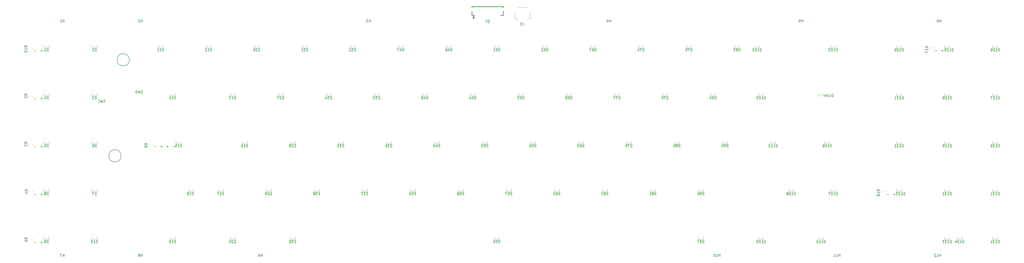
<source format=gbr>
%TF.GenerationSoftware,KiCad,Pcbnew,8.0.2*%
%TF.CreationDate,2025-12-13T15:02:25-08:00*%
%TF.ProjectId,mx-unsaver-main,6d782d75-6e73-4617-9665-722d6d61696e,rev?*%
%TF.SameCoordinates,Original*%
%TF.FileFunction,Legend,Bot*%
%TF.FilePolarity,Positive*%
%FSLAX46Y46*%
G04 Gerber Fmt 4.6, Leading zero omitted, Abs format (unit mm)*
G04 Created by KiCad (PCBNEW 8.0.2) date 2025-12-13 15:02:25*
%MOMM*%
%LPD*%
G01*
G04 APERTURE LIST*
%ADD10C,0.150000*%
%ADD11C,0.158750*%
%ADD12C,0.120000*%
%ADD13C,0.254000*%
G04 APERTURE END LIST*
D10*
X41280839Y-20192200D02*
X41137982Y-20239819D01*
X41137982Y-20239819D02*
X40899887Y-20239819D01*
X40899887Y-20239819D02*
X40804649Y-20192200D01*
X40804649Y-20192200D02*
X40757030Y-20144580D01*
X40757030Y-20144580D02*
X40709411Y-20049342D01*
X40709411Y-20049342D02*
X40709411Y-19954104D01*
X40709411Y-19954104D02*
X40757030Y-19858866D01*
X40757030Y-19858866D02*
X40804649Y-19811247D01*
X40804649Y-19811247D02*
X40899887Y-19763628D01*
X40899887Y-19763628D02*
X41090363Y-19716009D01*
X41090363Y-19716009D02*
X41185601Y-19668390D01*
X41185601Y-19668390D02*
X41233220Y-19620771D01*
X41233220Y-19620771D02*
X41280839Y-19525533D01*
X41280839Y-19525533D02*
X41280839Y-19430295D01*
X41280839Y-19430295D02*
X41233220Y-19335057D01*
X41233220Y-19335057D02*
X41185601Y-19287438D01*
X41185601Y-19287438D02*
X41090363Y-19239819D01*
X41090363Y-19239819D02*
X40852268Y-19239819D01*
X40852268Y-19239819D02*
X40709411Y-19287438D01*
X40376077Y-19239819D02*
X40137982Y-20239819D01*
X40137982Y-20239819D02*
X39947506Y-19525533D01*
X39947506Y-19525533D02*
X39757030Y-20239819D01*
X39757030Y-20239819D02*
X39518935Y-19239819D01*
X39137982Y-20239819D02*
X39137982Y-19239819D01*
X39137982Y-19239819D02*
X38899887Y-19239819D01*
X38899887Y-19239819D02*
X38757030Y-19287438D01*
X38757030Y-19287438D02*
X38661792Y-19382676D01*
X38661792Y-19382676D02*
X38614173Y-19477914D01*
X38614173Y-19477914D02*
X38566554Y-19668390D01*
X38566554Y-19668390D02*
X38566554Y-19811247D01*
X38566554Y-19811247D02*
X38614173Y-20001723D01*
X38614173Y-20001723D02*
X38661792Y-20096961D01*
X38661792Y-20096961D02*
X38757030Y-20192200D01*
X38757030Y-20192200D02*
X38899887Y-20239819D01*
X38899887Y-20239819D02*
X39137982Y-20239819D01*
X26430839Y-23862200D02*
X26287982Y-23909819D01*
X26287982Y-23909819D02*
X26049887Y-23909819D01*
X26049887Y-23909819D02*
X25954649Y-23862200D01*
X25954649Y-23862200D02*
X25907030Y-23814580D01*
X25907030Y-23814580D02*
X25859411Y-23719342D01*
X25859411Y-23719342D02*
X25859411Y-23624104D01*
X25859411Y-23624104D02*
X25907030Y-23528866D01*
X25907030Y-23528866D02*
X25954649Y-23481247D01*
X25954649Y-23481247D02*
X26049887Y-23433628D01*
X26049887Y-23433628D02*
X26240363Y-23386009D01*
X26240363Y-23386009D02*
X26335601Y-23338390D01*
X26335601Y-23338390D02*
X26383220Y-23290771D01*
X26383220Y-23290771D02*
X26430839Y-23195533D01*
X26430839Y-23195533D02*
X26430839Y-23100295D01*
X26430839Y-23100295D02*
X26383220Y-23005057D01*
X26383220Y-23005057D02*
X26335601Y-22957438D01*
X26335601Y-22957438D02*
X26240363Y-22909819D01*
X26240363Y-22909819D02*
X26002268Y-22909819D01*
X26002268Y-22909819D02*
X25859411Y-22957438D01*
X25526077Y-22909819D02*
X25287982Y-23909819D01*
X25287982Y-23909819D02*
X25097506Y-23195533D01*
X25097506Y-23195533D02*
X24907030Y-23909819D01*
X24907030Y-23909819D02*
X24668935Y-22909819D01*
X23716554Y-23814580D02*
X23764173Y-23862200D01*
X23764173Y-23862200D02*
X23907030Y-23909819D01*
X23907030Y-23909819D02*
X24002268Y-23909819D01*
X24002268Y-23909819D02*
X24145125Y-23862200D01*
X24145125Y-23862200D02*
X24240363Y-23766961D01*
X24240363Y-23766961D02*
X24287982Y-23671723D01*
X24287982Y-23671723D02*
X24335601Y-23481247D01*
X24335601Y-23481247D02*
X24335601Y-23338390D01*
X24335601Y-23338390D02*
X24287982Y-23147914D01*
X24287982Y-23147914D02*
X24240363Y-23052676D01*
X24240363Y-23052676D02*
X24145125Y-22957438D01*
X24145125Y-22957438D02*
X24002268Y-22909819D01*
X24002268Y-22909819D02*
X23907030Y-22909819D01*
X23907030Y-22909819D02*
X23764173Y-22957438D01*
X23764173Y-22957438D02*
X23716554Y-23005057D01*
X53276548Y-41453866D02*
X54038453Y-41453866D01*
X50736548Y-41453866D02*
X51498453Y-41453866D01*
X51117500Y-41834819D02*
X51117500Y-41072914D01*
X45974048Y-41453866D02*
X46735953Y-41453866D01*
X48514048Y-41453866D02*
X49275953Y-41453866D01*
X48895000Y-41834819D02*
X48895000Y-41072914D01*
X202033035Y-3498569D02*
X202033035Y-2498569D01*
X202033035Y-2498569D02*
X201794940Y-2498569D01*
X201794940Y-2498569D02*
X201652083Y-2546188D01*
X201652083Y-2546188D02*
X201556845Y-2641426D01*
X201556845Y-2641426D02*
X201509226Y-2736664D01*
X201509226Y-2736664D02*
X201461607Y-2927140D01*
X201461607Y-2927140D02*
X201461607Y-3069997D01*
X201461607Y-3069997D02*
X201509226Y-3260473D01*
X201509226Y-3260473D02*
X201556845Y-3355711D01*
X201556845Y-3355711D02*
X201652083Y-3450950D01*
X201652083Y-3450950D02*
X201794940Y-3498569D01*
X201794940Y-3498569D02*
X202033035Y-3498569D01*
X200556845Y-2498569D02*
X201033035Y-2498569D01*
X201033035Y-2498569D02*
X201080654Y-2974759D01*
X201080654Y-2974759D02*
X201033035Y-2927140D01*
X201033035Y-2927140D02*
X200937797Y-2879521D01*
X200937797Y-2879521D02*
X200699702Y-2879521D01*
X200699702Y-2879521D02*
X200604464Y-2927140D01*
X200604464Y-2927140D02*
X200556845Y-2974759D01*
X200556845Y-2974759D02*
X200509226Y-3069997D01*
X200509226Y-3069997D02*
X200509226Y-3308092D01*
X200509226Y-3308092D02*
X200556845Y-3403330D01*
X200556845Y-3403330D02*
X200604464Y-3450950D01*
X200604464Y-3450950D02*
X200699702Y-3498569D01*
X200699702Y-3498569D02*
X200937797Y-3498569D01*
X200937797Y-3498569D02*
X201033035Y-3450950D01*
X201033035Y-3450950D02*
X201080654Y-3403330D01*
X200128273Y-2593807D02*
X200080654Y-2546188D01*
X200080654Y-2546188D02*
X199985416Y-2498569D01*
X199985416Y-2498569D02*
X199747321Y-2498569D01*
X199747321Y-2498569D02*
X199652083Y-2546188D01*
X199652083Y-2546188D02*
X199604464Y-2593807D01*
X199604464Y-2593807D02*
X199556845Y-2689045D01*
X199556845Y-2689045D02*
X199556845Y-2784283D01*
X199556845Y-2784283D02*
X199604464Y-2927140D01*
X199604464Y-2927140D02*
X200175892Y-3498569D01*
X200175892Y-3498569D02*
X199556845Y-3498569D01*
X116308035Y-22548569D02*
X116308035Y-21548569D01*
X116308035Y-21548569D02*
X116069940Y-21548569D01*
X116069940Y-21548569D02*
X115927083Y-21596188D01*
X115927083Y-21596188D02*
X115831845Y-21691426D01*
X115831845Y-21691426D02*
X115784226Y-21786664D01*
X115784226Y-21786664D02*
X115736607Y-21977140D01*
X115736607Y-21977140D02*
X115736607Y-22119997D01*
X115736607Y-22119997D02*
X115784226Y-22310473D01*
X115784226Y-22310473D02*
X115831845Y-22405711D01*
X115831845Y-22405711D02*
X115927083Y-22500950D01*
X115927083Y-22500950D02*
X116069940Y-22548569D01*
X116069940Y-22548569D02*
X116308035Y-22548569D01*
X115403273Y-21548569D02*
X114784226Y-21548569D01*
X114784226Y-21548569D02*
X115117559Y-21929521D01*
X115117559Y-21929521D02*
X114974702Y-21929521D01*
X114974702Y-21929521D02*
X114879464Y-21977140D01*
X114879464Y-21977140D02*
X114831845Y-22024759D01*
X114831845Y-22024759D02*
X114784226Y-22119997D01*
X114784226Y-22119997D02*
X114784226Y-22358092D01*
X114784226Y-22358092D02*
X114831845Y-22453330D01*
X114831845Y-22453330D02*
X114879464Y-22500950D01*
X114879464Y-22500950D02*
X114974702Y-22548569D01*
X114974702Y-22548569D02*
X115260416Y-22548569D01*
X115260416Y-22548569D02*
X115355654Y-22500950D01*
X115355654Y-22500950D02*
X115403273Y-22453330D01*
X113927083Y-21881902D02*
X113927083Y-22548569D01*
X114165178Y-21500950D02*
X114403273Y-22215235D01*
X114403273Y-22215235D02*
X113784226Y-22215235D01*
X102020535Y-79698569D02*
X102020535Y-78698569D01*
X102020535Y-78698569D02*
X101782440Y-78698569D01*
X101782440Y-78698569D02*
X101639583Y-78746188D01*
X101639583Y-78746188D02*
X101544345Y-78841426D01*
X101544345Y-78841426D02*
X101496726Y-78936664D01*
X101496726Y-78936664D02*
X101449107Y-79127140D01*
X101449107Y-79127140D02*
X101449107Y-79269997D01*
X101449107Y-79269997D02*
X101496726Y-79460473D01*
X101496726Y-79460473D02*
X101544345Y-79555711D01*
X101544345Y-79555711D02*
X101639583Y-79650950D01*
X101639583Y-79650950D02*
X101782440Y-79698569D01*
X101782440Y-79698569D02*
X102020535Y-79698569D01*
X101115773Y-78698569D02*
X100496726Y-78698569D01*
X100496726Y-78698569D02*
X100830059Y-79079521D01*
X100830059Y-79079521D02*
X100687202Y-79079521D01*
X100687202Y-79079521D02*
X100591964Y-79127140D01*
X100591964Y-79127140D02*
X100544345Y-79174759D01*
X100544345Y-79174759D02*
X100496726Y-79269997D01*
X100496726Y-79269997D02*
X100496726Y-79508092D01*
X100496726Y-79508092D02*
X100544345Y-79603330D01*
X100544345Y-79603330D02*
X100591964Y-79650950D01*
X100591964Y-79650950D02*
X100687202Y-79698569D01*
X100687202Y-79698569D02*
X100972916Y-79698569D01*
X100972916Y-79698569D02*
X101068154Y-79650950D01*
X101068154Y-79650950D02*
X101115773Y-79603330D01*
X99877678Y-78698569D02*
X99782440Y-78698569D01*
X99782440Y-78698569D02*
X99687202Y-78746188D01*
X99687202Y-78746188D02*
X99639583Y-78793807D01*
X99639583Y-78793807D02*
X99591964Y-78889045D01*
X99591964Y-78889045D02*
X99544345Y-79079521D01*
X99544345Y-79079521D02*
X99544345Y-79317616D01*
X99544345Y-79317616D02*
X99591964Y-79508092D01*
X99591964Y-79508092D02*
X99639583Y-79603330D01*
X99639583Y-79603330D02*
X99687202Y-79650950D01*
X99687202Y-79650950D02*
X99782440Y-79698569D01*
X99782440Y-79698569D02*
X99877678Y-79698569D01*
X99877678Y-79698569D02*
X99972916Y-79650950D01*
X99972916Y-79650950D02*
X100020535Y-79603330D01*
X100020535Y-79603330D02*
X100068154Y-79508092D01*
X100068154Y-79508092D02*
X100115773Y-79317616D01*
X100115773Y-79317616D02*
X100115773Y-79079521D01*
X100115773Y-79079521D02*
X100068154Y-78889045D01*
X100068154Y-78889045D02*
X100020535Y-78793807D01*
X100020535Y-78793807D02*
X99972916Y-78746188D01*
X99972916Y-78746188D02*
X99877678Y-78698569D01*
X316809225Y-60648569D02*
X316809225Y-59648569D01*
X316809225Y-59648569D02*
X316571130Y-59648569D01*
X316571130Y-59648569D02*
X316428273Y-59696188D01*
X316428273Y-59696188D02*
X316333035Y-59791426D01*
X316333035Y-59791426D02*
X316285416Y-59886664D01*
X316285416Y-59886664D02*
X316237797Y-60077140D01*
X316237797Y-60077140D02*
X316237797Y-60219997D01*
X316237797Y-60219997D02*
X316285416Y-60410473D01*
X316285416Y-60410473D02*
X316333035Y-60505711D01*
X316333035Y-60505711D02*
X316428273Y-60600950D01*
X316428273Y-60600950D02*
X316571130Y-60648569D01*
X316571130Y-60648569D02*
X316809225Y-60648569D01*
X315285416Y-60648569D02*
X315856844Y-60648569D01*
X315571130Y-60648569D02*
X315571130Y-59648569D01*
X315571130Y-59648569D02*
X315666368Y-59791426D01*
X315666368Y-59791426D02*
X315761606Y-59886664D01*
X315761606Y-59886664D02*
X315856844Y-59934283D01*
X314666368Y-59648569D02*
X314571130Y-59648569D01*
X314571130Y-59648569D02*
X314475892Y-59696188D01*
X314475892Y-59696188D02*
X314428273Y-59743807D01*
X314428273Y-59743807D02*
X314380654Y-59839045D01*
X314380654Y-59839045D02*
X314333035Y-60029521D01*
X314333035Y-60029521D02*
X314333035Y-60267616D01*
X314333035Y-60267616D02*
X314380654Y-60458092D01*
X314380654Y-60458092D02*
X314428273Y-60553330D01*
X314428273Y-60553330D02*
X314475892Y-60600950D01*
X314475892Y-60600950D02*
X314571130Y-60648569D01*
X314571130Y-60648569D02*
X314666368Y-60648569D01*
X314666368Y-60648569D02*
X314761606Y-60600950D01*
X314761606Y-60600950D02*
X314809225Y-60553330D01*
X314809225Y-60553330D02*
X314856844Y-60458092D01*
X314856844Y-60458092D02*
X314904463Y-60267616D01*
X314904463Y-60267616D02*
X314904463Y-60029521D01*
X314904463Y-60029521D02*
X314856844Y-59839045D01*
X314856844Y-59839045D02*
X314809225Y-59743807D01*
X314809225Y-59743807D02*
X314761606Y-59696188D01*
X314761606Y-59696188D02*
X314666368Y-59648569D01*
X313999701Y-59648569D02*
X313333035Y-59648569D01*
X313333035Y-59648569D02*
X313761606Y-60648569D01*
X73445535Y-60648569D02*
X73445535Y-59648569D01*
X73445535Y-59648569D02*
X73207440Y-59648569D01*
X73207440Y-59648569D02*
X73064583Y-59696188D01*
X73064583Y-59696188D02*
X72969345Y-59791426D01*
X72969345Y-59791426D02*
X72921726Y-59886664D01*
X72921726Y-59886664D02*
X72874107Y-60077140D01*
X72874107Y-60077140D02*
X72874107Y-60219997D01*
X72874107Y-60219997D02*
X72921726Y-60410473D01*
X72921726Y-60410473D02*
X72969345Y-60505711D01*
X72969345Y-60505711D02*
X73064583Y-60600950D01*
X73064583Y-60600950D02*
X73207440Y-60648569D01*
X73207440Y-60648569D02*
X73445535Y-60648569D01*
X71921726Y-60648569D02*
X72493154Y-60648569D01*
X72207440Y-60648569D02*
X72207440Y-59648569D01*
X72207440Y-59648569D02*
X72302678Y-59791426D01*
X72302678Y-59791426D02*
X72397916Y-59886664D01*
X72397916Y-59886664D02*
X72493154Y-59934283D01*
X71588392Y-59648569D02*
X70921726Y-59648569D01*
X70921726Y-59648569D02*
X71350297Y-60648569D01*
X300140475Y-60648569D02*
X300140475Y-59648569D01*
X300140475Y-59648569D02*
X299902380Y-59648569D01*
X299902380Y-59648569D02*
X299759523Y-59696188D01*
X299759523Y-59696188D02*
X299664285Y-59791426D01*
X299664285Y-59791426D02*
X299616666Y-59886664D01*
X299616666Y-59886664D02*
X299569047Y-60077140D01*
X299569047Y-60077140D02*
X299569047Y-60219997D01*
X299569047Y-60219997D02*
X299616666Y-60410473D01*
X299616666Y-60410473D02*
X299664285Y-60505711D01*
X299664285Y-60505711D02*
X299759523Y-60600950D01*
X299759523Y-60600950D02*
X299902380Y-60648569D01*
X299902380Y-60648569D02*
X300140475Y-60648569D01*
X298616666Y-60648569D02*
X299188094Y-60648569D01*
X298902380Y-60648569D02*
X298902380Y-59648569D01*
X298902380Y-59648569D02*
X298997618Y-59791426D01*
X298997618Y-59791426D02*
X299092856Y-59886664D01*
X299092856Y-59886664D02*
X299188094Y-59934283D01*
X297997618Y-59648569D02*
X297902380Y-59648569D01*
X297902380Y-59648569D02*
X297807142Y-59696188D01*
X297807142Y-59696188D02*
X297759523Y-59743807D01*
X297759523Y-59743807D02*
X297711904Y-59839045D01*
X297711904Y-59839045D02*
X297664285Y-60029521D01*
X297664285Y-60029521D02*
X297664285Y-60267616D01*
X297664285Y-60267616D02*
X297711904Y-60458092D01*
X297711904Y-60458092D02*
X297759523Y-60553330D01*
X297759523Y-60553330D02*
X297807142Y-60600950D01*
X297807142Y-60600950D02*
X297902380Y-60648569D01*
X297902380Y-60648569D02*
X297997618Y-60648569D01*
X297997618Y-60648569D02*
X298092856Y-60600950D01*
X298092856Y-60600950D02*
X298140475Y-60553330D01*
X298140475Y-60553330D02*
X298188094Y-60458092D01*
X298188094Y-60458092D02*
X298235713Y-60267616D01*
X298235713Y-60267616D02*
X298235713Y-60029521D01*
X298235713Y-60029521D02*
X298188094Y-59839045D01*
X298188094Y-59839045D02*
X298140475Y-59743807D01*
X298140475Y-59743807D02*
X298092856Y-59696188D01*
X298092856Y-59696188D02*
X297997618Y-59648569D01*
X297092856Y-60077140D02*
X297188094Y-60029521D01*
X297188094Y-60029521D02*
X297235713Y-59981902D01*
X297235713Y-59981902D02*
X297283332Y-59886664D01*
X297283332Y-59886664D02*
X297283332Y-59839045D01*
X297283332Y-59839045D02*
X297235713Y-59743807D01*
X297235713Y-59743807D02*
X297188094Y-59696188D01*
X297188094Y-59696188D02*
X297092856Y-59648569D01*
X297092856Y-59648569D02*
X296902380Y-59648569D01*
X296902380Y-59648569D02*
X296807142Y-59696188D01*
X296807142Y-59696188D02*
X296759523Y-59743807D01*
X296759523Y-59743807D02*
X296711904Y-59839045D01*
X296711904Y-59839045D02*
X296711904Y-59886664D01*
X296711904Y-59886664D02*
X296759523Y-59981902D01*
X296759523Y-59981902D02*
X296807142Y-60029521D01*
X296807142Y-60029521D02*
X296902380Y-60077140D01*
X296902380Y-60077140D02*
X297092856Y-60077140D01*
X297092856Y-60077140D02*
X297188094Y-60124759D01*
X297188094Y-60124759D02*
X297235713Y-60172378D01*
X297235713Y-60172378D02*
X297283332Y-60267616D01*
X297283332Y-60267616D02*
X297283332Y-60458092D01*
X297283332Y-60458092D02*
X297235713Y-60553330D01*
X297235713Y-60553330D02*
X297188094Y-60600950D01*
X297188094Y-60600950D02*
X297092856Y-60648569D01*
X297092856Y-60648569D02*
X296902380Y-60648569D01*
X296902380Y-60648569D02*
X296807142Y-60600950D01*
X296807142Y-60600950D02*
X296759523Y-60553330D01*
X296759523Y-60553330D02*
X296711904Y-60458092D01*
X296711904Y-60458092D02*
X296711904Y-60267616D01*
X296711904Y-60267616D02*
X296759523Y-60172378D01*
X296759523Y-60172378D02*
X296807142Y-60124759D01*
X296807142Y-60124759D02*
X296902380Y-60077140D01*
X216320535Y-41598569D02*
X216320535Y-40598569D01*
X216320535Y-40598569D02*
X216082440Y-40598569D01*
X216082440Y-40598569D02*
X215939583Y-40646188D01*
X215939583Y-40646188D02*
X215844345Y-40741426D01*
X215844345Y-40741426D02*
X215796726Y-40836664D01*
X215796726Y-40836664D02*
X215749107Y-41027140D01*
X215749107Y-41027140D02*
X215749107Y-41169997D01*
X215749107Y-41169997D02*
X215796726Y-41360473D01*
X215796726Y-41360473D02*
X215844345Y-41455711D01*
X215844345Y-41455711D02*
X215939583Y-41550950D01*
X215939583Y-41550950D02*
X216082440Y-41598569D01*
X216082440Y-41598569D02*
X216320535Y-41598569D01*
X214891964Y-40598569D02*
X215082440Y-40598569D01*
X215082440Y-40598569D02*
X215177678Y-40646188D01*
X215177678Y-40646188D02*
X215225297Y-40693807D01*
X215225297Y-40693807D02*
X215320535Y-40836664D01*
X215320535Y-40836664D02*
X215368154Y-41027140D01*
X215368154Y-41027140D02*
X215368154Y-41408092D01*
X215368154Y-41408092D02*
X215320535Y-41503330D01*
X215320535Y-41503330D02*
X215272916Y-41550950D01*
X215272916Y-41550950D02*
X215177678Y-41598569D01*
X215177678Y-41598569D02*
X214987202Y-41598569D01*
X214987202Y-41598569D02*
X214891964Y-41550950D01*
X214891964Y-41550950D02*
X214844345Y-41503330D01*
X214844345Y-41503330D02*
X214796726Y-41408092D01*
X214796726Y-41408092D02*
X214796726Y-41169997D01*
X214796726Y-41169997D02*
X214844345Y-41074759D01*
X214844345Y-41074759D02*
X214891964Y-41027140D01*
X214891964Y-41027140D02*
X214987202Y-40979521D01*
X214987202Y-40979521D02*
X215177678Y-40979521D01*
X215177678Y-40979521D02*
X215272916Y-41027140D01*
X215272916Y-41027140D02*
X215320535Y-41074759D01*
X215320535Y-41074759D02*
X215368154Y-41169997D01*
X214320535Y-41598569D02*
X214130059Y-41598569D01*
X214130059Y-41598569D02*
X214034821Y-41550950D01*
X214034821Y-41550950D02*
X213987202Y-41503330D01*
X213987202Y-41503330D02*
X213891964Y-41360473D01*
X213891964Y-41360473D02*
X213844345Y-41169997D01*
X213844345Y-41169997D02*
X213844345Y-40789045D01*
X213844345Y-40789045D02*
X213891964Y-40693807D01*
X213891964Y-40693807D02*
X213939583Y-40646188D01*
X213939583Y-40646188D02*
X214034821Y-40598569D01*
X214034821Y-40598569D02*
X214225297Y-40598569D01*
X214225297Y-40598569D02*
X214320535Y-40646188D01*
X214320535Y-40646188D02*
X214368154Y-40693807D01*
X214368154Y-40693807D02*
X214415773Y-40789045D01*
X214415773Y-40789045D02*
X214415773Y-41027140D01*
X214415773Y-41027140D02*
X214368154Y-41122378D01*
X214368154Y-41122378D02*
X214320535Y-41169997D01*
X214320535Y-41169997D02*
X214225297Y-41217616D01*
X214225297Y-41217616D02*
X214034821Y-41217616D01*
X214034821Y-41217616D02*
X213939583Y-41169997D01*
X213939583Y-41169997D02*
X213891964Y-41122378D01*
X213891964Y-41122378D02*
X213844345Y-41027140D01*
X140120535Y-41598569D02*
X140120535Y-40598569D01*
X140120535Y-40598569D02*
X139882440Y-40598569D01*
X139882440Y-40598569D02*
X139739583Y-40646188D01*
X139739583Y-40646188D02*
X139644345Y-40741426D01*
X139644345Y-40741426D02*
X139596726Y-40836664D01*
X139596726Y-40836664D02*
X139549107Y-41027140D01*
X139549107Y-41027140D02*
X139549107Y-41169997D01*
X139549107Y-41169997D02*
X139596726Y-41360473D01*
X139596726Y-41360473D02*
X139644345Y-41455711D01*
X139644345Y-41455711D02*
X139739583Y-41550950D01*
X139739583Y-41550950D02*
X139882440Y-41598569D01*
X139882440Y-41598569D02*
X140120535Y-41598569D01*
X139215773Y-40598569D02*
X138596726Y-40598569D01*
X138596726Y-40598569D02*
X138930059Y-40979521D01*
X138930059Y-40979521D02*
X138787202Y-40979521D01*
X138787202Y-40979521D02*
X138691964Y-41027140D01*
X138691964Y-41027140D02*
X138644345Y-41074759D01*
X138644345Y-41074759D02*
X138596726Y-41169997D01*
X138596726Y-41169997D02*
X138596726Y-41408092D01*
X138596726Y-41408092D02*
X138644345Y-41503330D01*
X138644345Y-41503330D02*
X138691964Y-41550950D01*
X138691964Y-41550950D02*
X138787202Y-41598569D01*
X138787202Y-41598569D02*
X139072916Y-41598569D01*
X139072916Y-41598569D02*
X139168154Y-41550950D01*
X139168154Y-41550950D02*
X139215773Y-41503330D01*
X137739583Y-40598569D02*
X137930059Y-40598569D01*
X137930059Y-40598569D02*
X138025297Y-40646188D01*
X138025297Y-40646188D02*
X138072916Y-40693807D01*
X138072916Y-40693807D02*
X138168154Y-40836664D01*
X138168154Y-40836664D02*
X138215773Y-41027140D01*
X138215773Y-41027140D02*
X138215773Y-41408092D01*
X138215773Y-41408092D02*
X138168154Y-41503330D01*
X138168154Y-41503330D02*
X138120535Y-41550950D01*
X138120535Y-41550950D02*
X138025297Y-41598569D01*
X138025297Y-41598569D02*
X137834821Y-41598569D01*
X137834821Y-41598569D02*
X137739583Y-41550950D01*
X137739583Y-41550950D02*
X137691964Y-41503330D01*
X137691964Y-41503330D02*
X137644345Y-41408092D01*
X137644345Y-41408092D02*
X137644345Y-41169997D01*
X137644345Y-41169997D02*
X137691964Y-41074759D01*
X137691964Y-41074759D02*
X137739583Y-41027140D01*
X137739583Y-41027140D02*
X137834821Y-40979521D01*
X137834821Y-40979521D02*
X138025297Y-40979521D01*
X138025297Y-40979521D02*
X138120535Y-41027140D01*
X138120535Y-41027140D02*
X138168154Y-41074759D01*
X138168154Y-41074759D02*
X138215773Y-41169997D01*
X22963094Y-60648569D02*
X22963094Y-59648569D01*
X22963094Y-59648569D02*
X22724999Y-59648569D01*
X22724999Y-59648569D02*
X22582142Y-59696188D01*
X22582142Y-59696188D02*
X22486904Y-59791426D01*
X22486904Y-59791426D02*
X22439285Y-59886664D01*
X22439285Y-59886664D02*
X22391666Y-60077140D01*
X22391666Y-60077140D02*
X22391666Y-60219997D01*
X22391666Y-60219997D02*
X22439285Y-60410473D01*
X22439285Y-60410473D02*
X22486904Y-60505711D01*
X22486904Y-60505711D02*
X22582142Y-60600950D01*
X22582142Y-60600950D02*
X22724999Y-60648569D01*
X22724999Y-60648569D02*
X22963094Y-60648569D01*
X22058332Y-59648569D02*
X21391666Y-59648569D01*
X21391666Y-59648569D02*
X21820237Y-60648569D01*
X149645535Y-60648569D02*
X149645535Y-59648569D01*
X149645535Y-59648569D02*
X149407440Y-59648569D01*
X149407440Y-59648569D02*
X149264583Y-59696188D01*
X149264583Y-59696188D02*
X149169345Y-59791426D01*
X149169345Y-59791426D02*
X149121726Y-59886664D01*
X149121726Y-59886664D02*
X149074107Y-60077140D01*
X149074107Y-60077140D02*
X149074107Y-60219997D01*
X149074107Y-60219997D02*
X149121726Y-60410473D01*
X149121726Y-60410473D02*
X149169345Y-60505711D01*
X149169345Y-60505711D02*
X149264583Y-60600950D01*
X149264583Y-60600950D02*
X149407440Y-60648569D01*
X149407440Y-60648569D02*
X149645535Y-60648569D01*
X148169345Y-59648569D02*
X148645535Y-59648569D01*
X148645535Y-59648569D02*
X148693154Y-60124759D01*
X148693154Y-60124759D02*
X148645535Y-60077140D01*
X148645535Y-60077140D02*
X148550297Y-60029521D01*
X148550297Y-60029521D02*
X148312202Y-60029521D01*
X148312202Y-60029521D02*
X148216964Y-60077140D01*
X148216964Y-60077140D02*
X148169345Y-60124759D01*
X148169345Y-60124759D02*
X148121726Y-60219997D01*
X148121726Y-60219997D02*
X148121726Y-60458092D01*
X148121726Y-60458092D02*
X148169345Y-60553330D01*
X148169345Y-60553330D02*
X148216964Y-60600950D01*
X148216964Y-60600950D02*
X148312202Y-60648569D01*
X148312202Y-60648569D02*
X148550297Y-60648569D01*
X148550297Y-60648569D02*
X148645535Y-60600950D01*
X148645535Y-60600950D02*
X148693154Y-60553330D01*
X147502678Y-59648569D02*
X147407440Y-59648569D01*
X147407440Y-59648569D02*
X147312202Y-59696188D01*
X147312202Y-59696188D02*
X147264583Y-59743807D01*
X147264583Y-59743807D02*
X147216964Y-59839045D01*
X147216964Y-59839045D02*
X147169345Y-60029521D01*
X147169345Y-60029521D02*
X147169345Y-60267616D01*
X147169345Y-60267616D02*
X147216964Y-60458092D01*
X147216964Y-60458092D02*
X147264583Y-60553330D01*
X147264583Y-60553330D02*
X147312202Y-60600950D01*
X147312202Y-60600950D02*
X147407440Y-60648569D01*
X147407440Y-60648569D02*
X147502678Y-60648569D01*
X147502678Y-60648569D02*
X147597916Y-60600950D01*
X147597916Y-60600950D02*
X147645535Y-60553330D01*
X147645535Y-60553330D02*
X147693154Y-60458092D01*
X147693154Y-60458092D02*
X147740773Y-60267616D01*
X147740773Y-60267616D02*
X147740773Y-60029521D01*
X147740773Y-60029521D02*
X147693154Y-59839045D01*
X147693154Y-59839045D02*
X147645535Y-59743807D01*
X147645535Y-59743807D02*
X147597916Y-59696188D01*
X147597916Y-59696188D02*
X147502678Y-59648569D01*
X303180681Y8020134D02*
X303180681Y9020134D01*
X303180681Y8543944D02*
X302609253Y8543944D01*
X302609253Y8020134D02*
X302609253Y9020134D01*
X301656872Y9020134D02*
X302133062Y9020134D01*
X302133062Y9020134D02*
X302180681Y8543944D01*
X302180681Y8543944D02*
X302133062Y8591563D01*
X302133062Y8591563D02*
X302037824Y8639182D01*
X302037824Y8639182D02*
X301799729Y8639182D01*
X301799729Y8639182D02*
X301704491Y8591563D01*
X301704491Y8591563D02*
X301656872Y8543944D01*
X301656872Y8543944D02*
X301609253Y8448706D01*
X301609253Y8448706D02*
X301609253Y8210611D01*
X301609253Y8210611D02*
X301656872Y8115373D01*
X301656872Y8115373D02*
X301704491Y8067754D01*
X301704491Y8067754D02*
X301799729Y8020134D01*
X301799729Y8020134D02*
X302037824Y8020134D01*
X302037824Y8020134D02*
X302133062Y8067754D01*
X302133062Y8067754D02*
X302180681Y8115373D01*
X889048Y-60503866D02*
X1650953Y-60503866D01*
X1270000Y-60884819D02*
X1270000Y-60122914D01*
X-1650951Y-60503866D02*
X-889047Y-60503866D01*
X49633035Y-3498569D02*
X49633035Y-2498569D01*
X49633035Y-2498569D02*
X49394940Y-2498569D01*
X49394940Y-2498569D02*
X49252083Y-2546188D01*
X49252083Y-2546188D02*
X49156845Y-2641426D01*
X49156845Y-2641426D02*
X49109226Y-2736664D01*
X49109226Y-2736664D02*
X49061607Y-2927140D01*
X49061607Y-2927140D02*
X49061607Y-3069997D01*
X49061607Y-3069997D02*
X49109226Y-3260473D01*
X49109226Y-3260473D02*
X49156845Y-3355711D01*
X49156845Y-3355711D02*
X49252083Y-3450950D01*
X49252083Y-3450950D02*
X49394940Y-3498569D01*
X49394940Y-3498569D02*
X49633035Y-3498569D01*
X48109226Y-3498569D02*
X48680654Y-3498569D01*
X48394940Y-3498569D02*
X48394940Y-2498569D01*
X48394940Y-2498569D02*
X48490178Y-2641426D01*
X48490178Y-2641426D02*
X48585416Y-2736664D01*
X48585416Y-2736664D02*
X48680654Y-2784283D01*
X47156845Y-3498569D02*
X47728273Y-3498569D01*
X47442559Y-3498569D02*
X47442559Y-2498569D01*
X47442559Y-2498569D02*
X47537797Y-2641426D01*
X47537797Y-2641426D02*
X47633035Y-2736664D01*
X47633035Y-2736664D02*
X47728273Y-2784283D01*
X240133035Y-3498569D02*
X240133035Y-2498569D01*
X240133035Y-2498569D02*
X239894940Y-2498569D01*
X239894940Y-2498569D02*
X239752083Y-2546188D01*
X239752083Y-2546188D02*
X239656845Y-2641426D01*
X239656845Y-2641426D02*
X239609226Y-2736664D01*
X239609226Y-2736664D02*
X239561607Y-2927140D01*
X239561607Y-2927140D02*
X239561607Y-3069997D01*
X239561607Y-3069997D02*
X239609226Y-3260473D01*
X239609226Y-3260473D02*
X239656845Y-3355711D01*
X239656845Y-3355711D02*
X239752083Y-3450950D01*
X239752083Y-3450950D02*
X239894940Y-3498569D01*
X239894940Y-3498569D02*
X240133035Y-3498569D01*
X239228273Y-2498569D02*
X238561607Y-2498569D01*
X238561607Y-2498569D02*
X238990178Y-3498569D01*
X237752083Y-2831902D02*
X237752083Y-3498569D01*
X237990178Y-2450950D02*
X238228273Y-3165235D01*
X238228273Y-3165235D02*
X237609226Y-3165235D01*
X362752975Y-3498569D02*
X362752975Y-2498569D01*
X362752975Y-2498569D02*
X362514880Y-2498569D01*
X362514880Y-2498569D02*
X362372023Y-2546188D01*
X362372023Y-2546188D02*
X362276785Y-2641426D01*
X362276785Y-2641426D02*
X362229166Y-2736664D01*
X362229166Y-2736664D02*
X362181547Y-2927140D01*
X362181547Y-2927140D02*
X362181547Y-3069997D01*
X362181547Y-3069997D02*
X362229166Y-3260473D01*
X362229166Y-3260473D02*
X362276785Y-3355711D01*
X362276785Y-3355711D02*
X362372023Y-3450950D01*
X362372023Y-3450950D02*
X362514880Y-3498569D01*
X362514880Y-3498569D02*
X362752975Y-3498569D01*
X361229166Y-3498569D02*
X361800594Y-3498569D01*
X361514880Y-3498569D02*
X361514880Y-2498569D01*
X361514880Y-2498569D02*
X361610118Y-2641426D01*
X361610118Y-2641426D02*
X361705356Y-2736664D01*
X361705356Y-2736664D02*
X361800594Y-2784283D01*
X360848213Y-2593807D02*
X360800594Y-2546188D01*
X360800594Y-2546188D02*
X360705356Y-2498569D01*
X360705356Y-2498569D02*
X360467261Y-2498569D01*
X360467261Y-2498569D02*
X360372023Y-2546188D01*
X360372023Y-2546188D02*
X360324404Y-2593807D01*
X360324404Y-2593807D02*
X360276785Y-2689045D01*
X360276785Y-2689045D02*
X360276785Y-2784283D01*
X360276785Y-2784283D02*
X360324404Y-2927140D01*
X360324404Y-2927140D02*
X360895832Y-3498569D01*
X360895832Y-3498569D02*
X360276785Y-3498569D01*
X359372023Y-2498569D02*
X359848213Y-2498569D01*
X359848213Y-2498569D02*
X359895832Y-2974759D01*
X359895832Y-2974759D02*
X359848213Y-2927140D01*
X359848213Y-2927140D02*
X359752975Y-2879521D01*
X359752975Y-2879521D02*
X359514880Y-2879521D01*
X359514880Y-2879521D02*
X359419642Y-2927140D01*
X359419642Y-2927140D02*
X359372023Y-2974759D01*
X359372023Y-2974759D02*
X359324404Y-3069997D01*
X359324404Y-3069997D02*
X359324404Y-3308092D01*
X359324404Y-3308092D02*
X359372023Y-3403330D01*
X359372023Y-3403330D02*
X359419642Y-3450950D01*
X359419642Y-3450950D02*
X359514880Y-3498569D01*
X359514880Y-3498569D02*
X359752975Y-3498569D01*
X359752975Y-3498569D02*
X359848213Y-3450950D01*
X359848213Y-3450950D02*
X359895832Y-3403330D01*
X362052975Y-41598569D02*
X362052975Y-40598569D01*
X362052975Y-40598569D02*
X361814880Y-40598569D01*
X361814880Y-40598569D02*
X361672023Y-40646188D01*
X361672023Y-40646188D02*
X361576785Y-40741426D01*
X361576785Y-40741426D02*
X361529166Y-40836664D01*
X361529166Y-40836664D02*
X361481547Y-41027140D01*
X361481547Y-41027140D02*
X361481547Y-41169997D01*
X361481547Y-41169997D02*
X361529166Y-41360473D01*
X361529166Y-41360473D02*
X361576785Y-41455711D01*
X361576785Y-41455711D02*
X361672023Y-41550950D01*
X361672023Y-41550950D02*
X361814880Y-41598569D01*
X361814880Y-41598569D02*
X362052975Y-41598569D01*
X360529166Y-41598569D02*
X361100594Y-41598569D01*
X360814880Y-41598569D02*
X360814880Y-40598569D01*
X360814880Y-40598569D02*
X360910118Y-40741426D01*
X360910118Y-40741426D02*
X361005356Y-40836664D01*
X361005356Y-40836664D02*
X361100594Y-40884283D01*
X360148213Y-40693807D02*
X360100594Y-40646188D01*
X360100594Y-40646188D02*
X360005356Y-40598569D01*
X360005356Y-40598569D02*
X359767261Y-40598569D01*
X359767261Y-40598569D02*
X359672023Y-40646188D01*
X359672023Y-40646188D02*
X359624404Y-40693807D01*
X359624404Y-40693807D02*
X359576785Y-40789045D01*
X359576785Y-40789045D02*
X359576785Y-40884283D01*
X359576785Y-40884283D02*
X359624404Y-41027140D01*
X359624404Y-41027140D02*
X360195832Y-41598569D01*
X360195832Y-41598569D02*
X359576785Y-41598569D01*
X359100594Y-41598569D02*
X358910118Y-41598569D01*
X358910118Y-41598569D02*
X358814880Y-41550950D01*
X358814880Y-41550950D02*
X358767261Y-41503330D01*
X358767261Y-41503330D02*
X358672023Y-41360473D01*
X358672023Y-41360473D02*
X358624404Y-41169997D01*
X358624404Y-41169997D02*
X358624404Y-40789045D01*
X358624404Y-40789045D02*
X358672023Y-40693807D01*
X358672023Y-40693807D02*
X358719642Y-40646188D01*
X358719642Y-40646188D02*
X358814880Y-40598569D01*
X358814880Y-40598569D02*
X359005356Y-40598569D01*
X359005356Y-40598569D02*
X359100594Y-40646188D01*
X359100594Y-40646188D02*
X359148213Y-40693807D01*
X359148213Y-40693807D02*
X359195832Y-40789045D01*
X359195832Y-40789045D02*
X359195832Y-41027140D01*
X359195832Y-41027140D02*
X359148213Y-41122378D01*
X359148213Y-41122378D02*
X359100594Y-41169997D01*
X359100594Y-41169997D02*
X359005356Y-41217616D01*
X359005356Y-41217616D02*
X358814880Y-41217616D01*
X358814880Y-41217616D02*
X358719642Y-41169997D01*
X358719642Y-41169997D02*
X358672023Y-41122378D01*
X358672023Y-41122378D02*
X358624404Y-41027140D01*
X249658035Y-22548569D02*
X249658035Y-21548569D01*
X249658035Y-21548569D02*
X249419940Y-21548569D01*
X249419940Y-21548569D02*
X249277083Y-21596188D01*
X249277083Y-21596188D02*
X249181845Y-21691426D01*
X249181845Y-21691426D02*
X249134226Y-21786664D01*
X249134226Y-21786664D02*
X249086607Y-21977140D01*
X249086607Y-21977140D02*
X249086607Y-22119997D01*
X249086607Y-22119997D02*
X249134226Y-22310473D01*
X249134226Y-22310473D02*
X249181845Y-22405711D01*
X249181845Y-22405711D02*
X249277083Y-22500950D01*
X249277083Y-22500950D02*
X249419940Y-22548569D01*
X249419940Y-22548569D02*
X249658035Y-22548569D01*
X248753273Y-21548569D02*
X248086607Y-21548569D01*
X248086607Y-21548569D02*
X248515178Y-22548569D01*
X247277083Y-21548569D02*
X247467559Y-21548569D01*
X247467559Y-21548569D02*
X247562797Y-21596188D01*
X247562797Y-21596188D02*
X247610416Y-21643807D01*
X247610416Y-21643807D02*
X247705654Y-21786664D01*
X247705654Y-21786664D02*
X247753273Y-21977140D01*
X247753273Y-21977140D02*
X247753273Y-22358092D01*
X247753273Y-22358092D02*
X247705654Y-22453330D01*
X247705654Y-22453330D02*
X247658035Y-22500950D01*
X247658035Y-22500950D02*
X247562797Y-22548569D01*
X247562797Y-22548569D02*
X247372321Y-22548569D01*
X247372321Y-22548569D02*
X247277083Y-22500950D01*
X247277083Y-22500950D02*
X247229464Y-22453330D01*
X247229464Y-22453330D02*
X247181845Y-22358092D01*
X247181845Y-22358092D02*
X247181845Y-22119997D01*
X247181845Y-22119997D02*
X247229464Y-22024759D01*
X247229464Y-22024759D02*
X247277083Y-21977140D01*
X247277083Y-21977140D02*
X247372321Y-21929521D01*
X247372321Y-21929521D02*
X247562797Y-21929521D01*
X247562797Y-21929521D02*
X247658035Y-21977140D01*
X247658035Y-21977140D02*
X247705654Y-22024759D01*
X247705654Y-22024759D02*
X247753273Y-22119997D01*
X78208035Y-22548569D02*
X78208035Y-21548569D01*
X78208035Y-21548569D02*
X77969940Y-21548569D01*
X77969940Y-21548569D02*
X77827083Y-21596188D01*
X77827083Y-21596188D02*
X77731845Y-21691426D01*
X77731845Y-21691426D02*
X77684226Y-21786664D01*
X77684226Y-21786664D02*
X77636607Y-21977140D01*
X77636607Y-21977140D02*
X77636607Y-22119997D01*
X77636607Y-22119997D02*
X77684226Y-22310473D01*
X77684226Y-22310473D02*
X77731845Y-22405711D01*
X77731845Y-22405711D02*
X77827083Y-22500950D01*
X77827083Y-22500950D02*
X77969940Y-22548569D01*
X77969940Y-22548569D02*
X78208035Y-22548569D01*
X76684226Y-22548569D02*
X77255654Y-22548569D01*
X76969940Y-22548569D02*
X76969940Y-21548569D01*
X76969940Y-21548569D02*
X77065178Y-21691426D01*
X77065178Y-21691426D02*
X77160416Y-21786664D01*
X77160416Y-21786664D02*
X77255654Y-21834283D01*
X76350892Y-21548569D02*
X75731845Y-21548569D01*
X75731845Y-21548569D02*
X76065178Y-21929521D01*
X76065178Y-21929521D02*
X75922321Y-21929521D01*
X75922321Y-21929521D02*
X75827083Y-21977140D01*
X75827083Y-21977140D02*
X75779464Y-22024759D01*
X75779464Y-22024759D02*
X75731845Y-22119997D01*
X75731845Y-22119997D02*
X75731845Y-22358092D01*
X75731845Y-22358092D02*
X75779464Y-22453330D01*
X75779464Y-22453330D02*
X75827083Y-22500950D01*
X75827083Y-22500950D02*
X75922321Y-22548569D01*
X75922321Y-22548569D02*
X76208035Y-22548569D01*
X76208035Y-22548569D02*
X76303273Y-22500950D01*
X76303273Y-22500950D02*
X76350892Y-22453330D01*
X381102975Y-79698569D02*
X381102975Y-78698569D01*
X381102975Y-78698569D02*
X380864880Y-78698569D01*
X380864880Y-78698569D02*
X380722023Y-78746188D01*
X380722023Y-78746188D02*
X380626785Y-78841426D01*
X380626785Y-78841426D02*
X380579166Y-78936664D01*
X380579166Y-78936664D02*
X380531547Y-79127140D01*
X380531547Y-79127140D02*
X380531547Y-79269997D01*
X380531547Y-79269997D02*
X380579166Y-79460473D01*
X380579166Y-79460473D02*
X380626785Y-79555711D01*
X380626785Y-79555711D02*
X380722023Y-79650950D01*
X380722023Y-79650950D02*
X380864880Y-79698569D01*
X380864880Y-79698569D02*
X381102975Y-79698569D01*
X379579166Y-79698569D02*
X380150594Y-79698569D01*
X379864880Y-79698569D02*
X379864880Y-78698569D01*
X379864880Y-78698569D02*
X379960118Y-78841426D01*
X379960118Y-78841426D02*
X380055356Y-78936664D01*
X380055356Y-78936664D02*
X380150594Y-78984283D01*
X379245832Y-78698569D02*
X378626785Y-78698569D01*
X378626785Y-78698569D02*
X378960118Y-79079521D01*
X378960118Y-79079521D02*
X378817261Y-79079521D01*
X378817261Y-79079521D02*
X378722023Y-79127140D01*
X378722023Y-79127140D02*
X378674404Y-79174759D01*
X378674404Y-79174759D02*
X378626785Y-79269997D01*
X378626785Y-79269997D02*
X378626785Y-79508092D01*
X378626785Y-79508092D02*
X378674404Y-79603330D01*
X378674404Y-79603330D02*
X378722023Y-79650950D01*
X378722023Y-79650950D02*
X378817261Y-79698569D01*
X378817261Y-79698569D02*
X379102975Y-79698569D01*
X379102975Y-79698569D02*
X379198213Y-79650950D01*
X379198213Y-79650950D02*
X379245832Y-79603330D01*
X377769642Y-79031902D02*
X377769642Y-79698569D01*
X378007737Y-78650950D02*
X378245832Y-79365235D01*
X378245832Y-79365235D02*
X377626785Y-79365235D01*
X82970535Y-41598569D02*
X82970535Y-40598569D01*
X82970535Y-40598569D02*
X82732440Y-40598569D01*
X82732440Y-40598569D02*
X82589583Y-40646188D01*
X82589583Y-40646188D02*
X82494345Y-40741426D01*
X82494345Y-40741426D02*
X82446726Y-40836664D01*
X82446726Y-40836664D02*
X82399107Y-41027140D01*
X82399107Y-41027140D02*
X82399107Y-41169997D01*
X82399107Y-41169997D02*
X82446726Y-41360473D01*
X82446726Y-41360473D02*
X82494345Y-41455711D01*
X82494345Y-41455711D02*
X82589583Y-41550950D01*
X82589583Y-41550950D02*
X82732440Y-41598569D01*
X82732440Y-41598569D02*
X82970535Y-41598569D01*
X81446726Y-41598569D02*
X82018154Y-41598569D01*
X81732440Y-41598569D02*
X81732440Y-40598569D01*
X81732440Y-40598569D02*
X81827678Y-40741426D01*
X81827678Y-40741426D02*
X81922916Y-40836664D01*
X81922916Y-40836664D02*
X82018154Y-40884283D01*
X80589583Y-40598569D02*
X80780059Y-40598569D01*
X80780059Y-40598569D02*
X80875297Y-40646188D01*
X80875297Y-40646188D02*
X80922916Y-40693807D01*
X80922916Y-40693807D02*
X81018154Y-40836664D01*
X81018154Y-40836664D02*
X81065773Y-41027140D01*
X81065773Y-41027140D02*
X81065773Y-41408092D01*
X81065773Y-41408092D02*
X81018154Y-41503330D01*
X81018154Y-41503330D02*
X80970535Y-41550950D01*
X80970535Y-41550950D02*
X80875297Y-41598569D01*
X80875297Y-41598569D02*
X80684821Y-41598569D01*
X80684821Y-41598569D02*
X80589583Y-41550950D01*
X80589583Y-41550950D02*
X80541964Y-41503330D01*
X80541964Y-41503330D02*
X80494345Y-41408092D01*
X80494345Y-41408092D02*
X80494345Y-41169997D01*
X80494345Y-41169997D02*
X80541964Y-41074759D01*
X80541964Y-41074759D02*
X80589583Y-41027140D01*
X80589583Y-41027140D02*
X80684821Y-40979521D01*
X80684821Y-40979521D02*
X80875297Y-40979521D01*
X80875297Y-40979521D02*
X80970535Y-41027140D01*
X80970535Y-41027140D02*
X81018154Y-41074759D01*
X81018154Y-41074759D02*
X81065773Y-41169997D01*
X41243154Y8020180D02*
X41243154Y9020180D01*
X41243154Y8543990D02*
X40671726Y8543990D01*
X40671726Y8020180D02*
X40671726Y9020180D01*
X40243154Y8924942D02*
X40195535Y8972561D01*
X40195535Y8972561D02*
X40100297Y9020180D01*
X40100297Y9020180D02*
X39862202Y9020180D01*
X39862202Y9020180D02*
X39766964Y8972561D01*
X39766964Y8972561D02*
X39719345Y8924942D01*
X39719345Y8924942D02*
X39671726Y8829704D01*
X39671726Y8829704D02*
X39671726Y8734466D01*
X39671726Y8734466D02*
X39719345Y8591609D01*
X39719345Y8591609D02*
X40290773Y8020180D01*
X40290773Y8020180D02*
X39671726Y8020180D01*
X358076548Y-3353866D02*
X358838453Y-3353866D01*
X358457500Y-3734819D02*
X358457500Y-2972914D01*
X355536548Y-3353866D02*
X356298453Y-3353866D01*
X-4395180Y-78233333D02*
X-4871371Y-77900000D01*
X-4395180Y-77661905D02*
X-5395180Y-77661905D01*
X-5395180Y-77661905D02*
X-5395180Y-78042857D01*
X-5395180Y-78042857D02*
X-5347561Y-78138095D01*
X-5347561Y-78138095D02*
X-5299942Y-78185714D01*
X-5299942Y-78185714D02*
X-5204704Y-78233333D01*
X-5204704Y-78233333D02*
X-5061847Y-78233333D01*
X-5061847Y-78233333D02*
X-4966609Y-78185714D01*
X-4966609Y-78185714D02*
X-4918990Y-78138095D01*
X-4918990Y-78138095D02*
X-4871371Y-78042857D01*
X-4871371Y-78042857D02*
X-4871371Y-77661905D01*
X-5395180Y-79090476D02*
X-5395180Y-78900000D01*
X-5395180Y-78900000D02*
X-5347561Y-78804762D01*
X-5347561Y-78804762D02*
X-5299942Y-78757143D01*
X-5299942Y-78757143D02*
X-5157085Y-78661905D01*
X-5157085Y-78661905D02*
X-4966609Y-78614286D01*
X-4966609Y-78614286D02*
X-4585657Y-78614286D01*
X-4585657Y-78614286D02*
X-4490419Y-78661905D01*
X-4490419Y-78661905D02*
X-4442800Y-78709524D01*
X-4442800Y-78709524D02*
X-4395180Y-78804762D01*
X-4395180Y-78804762D02*
X-4395180Y-78995238D01*
X-4395180Y-78995238D02*
X-4442800Y-79090476D01*
X-4442800Y-79090476D02*
X-4490419Y-79138095D01*
X-4490419Y-79138095D02*
X-4585657Y-79185714D01*
X-4585657Y-79185714D02*
X-4823752Y-79185714D01*
X-4823752Y-79185714D02*
X-4918990Y-79138095D01*
X-4918990Y-79138095D02*
X-4966609Y-79090476D01*
X-4966609Y-79090476D02*
X-5014228Y-78995238D01*
X-5014228Y-78995238D02*
X-5014228Y-78804762D01*
X-5014228Y-78804762D02*
X-4966609Y-78709524D01*
X-4966609Y-78709524D02*
X-4918990Y-78661905D01*
X-4918990Y-78661905D02*
X-4823752Y-78614286D01*
X182983035Y-3498569D02*
X182983035Y-2498569D01*
X182983035Y-2498569D02*
X182744940Y-2498569D01*
X182744940Y-2498569D02*
X182602083Y-2546188D01*
X182602083Y-2546188D02*
X182506845Y-2641426D01*
X182506845Y-2641426D02*
X182459226Y-2736664D01*
X182459226Y-2736664D02*
X182411607Y-2927140D01*
X182411607Y-2927140D02*
X182411607Y-3069997D01*
X182411607Y-3069997D02*
X182459226Y-3260473D01*
X182459226Y-3260473D02*
X182506845Y-3355711D01*
X182506845Y-3355711D02*
X182602083Y-3450950D01*
X182602083Y-3450950D02*
X182744940Y-3498569D01*
X182744940Y-3498569D02*
X182983035Y-3498569D01*
X181506845Y-2498569D02*
X181983035Y-2498569D01*
X181983035Y-2498569D02*
X182030654Y-2974759D01*
X182030654Y-2974759D02*
X181983035Y-2927140D01*
X181983035Y-2927140D02*
X181887797Y-2879521D01*
X181887797Y-2879521D02*
X181649702Y-2879521D01*
X181649702Y-2879521D02*
X181554464Y-2927140D01*
X181554464Y-2927140D02*
X181506845Y-2974759D01*
X181506845Y-2974759D02*
X181459226Y-3069997D01*
X181459226Y-3069997D02*
X181459226Y-3308092D01*
X181459226Y-3308092D02*
X181506845Y-3403330D01*
X181506845Y-3403330D02*
X181554464Y-3450950D01*
X181554464Y-3450950D02*
X181649702Y-3498569D01*
X181649702Y-3498569D02*
X181887797Y-3498569D01*
X181887797Y-3498569D02*
X181983035Y-3450950D01*
X181983035Y-3450950D02*
X182030654Y-3403330D01*
X180506845Y-3498569D02*
X181078273Y-3498569D01*
X180792559Y-3498569D02*
X180792559Y-2498569D01*
X180792559Y-2498569D02*
X180887797Y-2641426D01*
X180887797Y-2641426D02*
X180983035Y-2736664D01*
X180983035Y-2736664D02*
X181078273Y-2784283D01*
X144883035Y-3498569D02*
X144883035Y-2498569D01*
X144883035Y-2498569D02*
X144644940Y-2498569D01*
X144644940Y-2498569D02*
X144502083Y-2546188D01*
X144502083Y-2546188D02*
X144406845Y-2641426D01*
X144406845Y-2641426D02*
X144359226Y-2736664D01*
X144359226Y-2736664D02*
X144311607Y-2927140D01*
X144311607Y-2927140D02*
X144311607Y-3069997D01*
X144311607Y-3069997D02*
X144359226Y-3260473D01*
X144359226Y-3260473D02*
X144406845Y-3355711D01*
X144406845Y-3355711D02*
X144502083Y-3450950D01*
X144502083Y-3450950D02*
X144644940Y-3498569D01*
X144644940Y-3498569D02*
X144883035Y-3498569D01*
X143454464Y-2831902D02*
X143454464Y-3498569D01*
X143692559Y-2450950D02*
X143930654Y-3165235D01*
X143930654Y-3165235D02*
X143311607Y-3165235D01*
X143025892Y-2498569D02*
X142359226Y-2498569D01*
X142359226Y-2498569D02*
X142787797Y-3498569D01*
X381102975Y-41598569D02*
X381102975Y-40598569D01*
X381102975Y-40598569D02*
X380864880Y-40598569D01*
X380864880Y-40598569D02*
X380722023Y-40646188D01*
X380722023Y-40646188D02*
X380626785Y-40741426D01*
X380626785Y-40741426D02*
X380579166Y-40836664D01*
X380579166Y-40836664D02*
X380531547Y-41027140D01*
X380531547Y-41027140D02*
X380531547Y-41169997D01*
X380531547Y-41169997D02*
X380579166Y-41360473D01*
X380579166Y-41360473D02*
X380626785Y-41455711D01*
X380626785Y-41455711D02*
X380722023Y-41550950D01*
X380722023Y-41550950D02*
X380864880Y-41598569D01*
X380864880Y-41598569D02*
X381102975Y-41598569D01*
X379579166Y-41598569D02*
X380150594Y-41598569D01*
X379864880Y-41598569D02*
X379864880Y-40598569D01*
X379864880Y-40598569D02*
X379960118Y-40741426D01*
X379960118Y-40741426D02*
X380055356Y-40836664D01*
X380055356Y-40836664D02*
X380150594Y-40884283D01*
X379245832Y-40598569D02*
X378626785Y-40598569D01*
X378626785Y-40598569D02*
X378960118Y-40979521D01*
X378960118Y-40979521D02*
X378817261Y-40979521D01*
X378817261Y-40979521D02*
X378722023Y-41027140D01*
X378722023Y-41027140D02*
X378674404Y-41074759D01*
X378674404Y-41074759D02*
X378626785Y-41169997D01*
X378626785Y-41169997D02*
X378626785Y-41408092D01*
X378626785Y-41408092D02*
X378674404Y-41503330D01*
X378674404Y-41503330D02*
X378722023Y-41550950D01*
X378722023Y-41550950D02*
X378817261Y-41598569D01*
X378817261Y-41598569D02*
X379102975Y-41598569D01*
X379102975Y-41598569D02*
X379198213Y-41550950D01*
X379198213Y-41550950D02*
X379245832Y-41503330D01*
X378007737Y-40598569D02*
X377912499Y-40598569D01*
X377912499Y-40598569D02*
X377817261Y-40646188D01*
X377817261Y-40646188D02*
X377769642Y-40693807D01*
X377769642Y-40693807D02*
X377722023Y-40789045D01*
X377722023Y-40789045D02*
X377674404Y-40979521D01*
X377674404Y-40979521D02*
X377674404Y-41217616D01*
X377674404Y-41217616D02*
X377722023Y-41408092D01*
X377722023Y-41408092D02*
X377769642Y-41503330D01*
X377769642Y-41503330D02*
X377817261Y-41550950D01*
X377817261Y-41550950D02*
X377912499Y-41598569D01*
X377912499Y-41598569D02*
X378007737Y-41598569D01*
X378007737Y-41598569D02*
X378102975Y-41550950D01*
X378102975Y-41550950D02*
X378150594Y-41503330D01*
X378150594Y-41503330D02*
X378198213Y-41408092D01*
X378198213Y-41408092D02*
X378245832Y-41217616D01*
X378245832Y-41217616D02*
X378245832Y-40979521D01*
X378245832Y-40979521D02*
X378198213Y-40789045D01*
X378198213Y-40789045D02*
X378150594Y-40693807D01*
X378150594Y-40693807D02*
X378102975Y-40646188D01*
X378102975Y-40646188D02*
X378007737Y-40598569D01*
X366990475Y-79698569D02*
X366990475Y-78698569D01*
X366990475Y-78698569D02*
X366752380Y-78698569D01*
X366752380Y-78698569D02*
X366609523Y-78746188D01*
X366609523Y-78746188D02*
X366514285Y-78841426D01*
X366514285Y-78841426D02*
X366466666Y-78936664D01*
X366466666Y-78936664D02*
X366419047Y-79127140D01*
X366419047Y-79127140D02*
X366419047Y-79269997D01*
X366419047Y-79269997D02*
X366466666Y-79460473D01*
X366466666Y-79460473D02*
X366514285Y-79555711D01*
X366514285Y-79555711D02*
X366609523Y-79650950D01*
X366609523Y-79650950D02*
X366752380Y-79698569D01*
X366752380Y-79698569D02*
X366990475Y-79698569D01*
X365466666Y-79698569D02*
X366038094Y-79698569D01*
X365752380Y-79698569D02*
X365752380Y-78698569D01*
X365752380Y-78698569D02*
X365847618Y-78841426D01*
X365847618Y-78841426D02*
X365942856Y-78936664D01*
X365942856Y-78936664D02*
X366038094Y-78984283D01*
X365085713Y-78793807D02*
X365038094Y-78746188D01*
X365038094Y-78746188D02*
X364942856Y-78698569D01*
X364942856Y-78698569D02*
X364704761Y-78698569D01*
X364704761Y-78698569D02*
X364609523Y-78746188D01*
X364609523Y-78746188D02*
X364561904Y-78793807D01*
X364561904Y-78793807D02*
X364514285Y-78889045D01*
X364514285Y-78889045D02*
X364514285Y-78984283D01*
X364514285Y-78984283D02*
X364561904Y-79127140D01*
X364561904Y-79127140D02*
X365133332Y-79698569D01*
X365133332Y-79698569D02*
X364514285Y-79698569D01*
X363657142Y-79031902D02*
X363657142Y-79698569D01*
X363895237Y-78650950D02*
X364133332Y-79365235D01*
X364133332Y-79365235D02*
X363514285Y-79365235D01*
X316809225Y-3498569D02*
X316809225Y-2498569D01*
X316809225Y-2498569D02*
X316571130Y-2498569D01*
X316571130Y-2498569D02*
X316428273Y-2546188D01*
X316428273Y-2546188D02*
X316333035Y-2641426D01*
X316333035Y-2641426D02*
X316285416Y-2736664D01*
X316285416Y-2736664D02*
X316237797Y-2927140D01*
X316237797Y-2927140D02*
X316237797Y-3069997D01*
X316237797Y-3069997D02*
X316285416Y-3260473D01*
X316285416Y-3260473D02*
X316333035Y-3355711D01*
X316333035Y-3355711D02*
X316428273Y-3450950D01*
X316428273Y-3450950D02*
X316571130Y-3498569D01*
X316571130Y-3498569D02*
X316809225Y-3498569D01*
X315285416Y-3498569D02*
X315856844Y-3498569D01*
X315571130Y-3498569D02*
X315571130Y-2498569D01*
X315571130Y-2498569D02*
X315666368Y-2641426D01*
X315666368Y-2641426D02*
X315761606Y-2736664D01*
X315761606Y-2736664D02*
X315856844Y-2784283D01*
X314666368Y-2498569D02*
X314571130Y-2498569D01*
X314571130Y-2498569D02*
X314475892Y-2546188D01*
X314475892Y-2546188D02*
X314428273Y-2593807D01*
X314428273Y-2593807D02*
X314380654Y-2689045D01*
X314380654Y-2689045D02*
X314333035Y-2879521D01*
X314333035Y-2879521D02*
X314333035Y-3117616D01*
X314333035Y-3117616D02*
X314380654Y-3308092D01*
X314380654Y-3308092D02*
X314428273Y-3403330D01*
X314428273Y-3403330D02*
X314475892Y-3450950D01*
X314475892Y-3450950D02*
X314571130Y-3498569D01*
X314571130Y-3498569D02*
X314666368Y-3498569D01*
X314666368Y-3498569D02*
X314761606Y-3450950D01*
X314761606Y-3450950D02*
X314809225Y-3403330D01*
X314809225Y-3403330D02*
X314856844Y-3308092D01*
X314856844Y-3308092D02*
X314904463Y-3117616D01*
X314904463Y-3117616D02*
X314904463Y-2879521D01*
X314904463Y-2879521D02*
X314856844Y-2689045D01*
X314856844Y-2689045D02*
X314809225Y-2593807D01*
X314809225Y-2593807D02*
X314761606Y-2546188D01*
X314761606Y-2546188D02*
X314666368Y-2498569D01*
X313999701Y-2498569D02*
X313380654Y-2498569D01*
X313380654Y-2498569D02*
X313713987Y-2879521D01*
X313713987Y-2879521D02*
X313571130Y-2879521D01*
X313571130Y-2879521D02*
X313475892Y-2927140D01*
X313475892Y-2927140D02*
X313428273Y-2974759D01*
X313428273Y-2974759D02*
X313380654Y-3069997D01*
X313380654Y-3069997D02*
X313380654Y-3308092D01*
X313380654Y-3308092D02*
X313428273Y-3403330D01*
X313428273Y-3403330D02*
X313475892Y-3450950D01*
X313475892Y-3450950D02*
X313571130Y-3498569D01*
X313571130Y-3498569D02*
X313856844Y-3498569D01*
X313856844Y-3498569D02*
X313952082Y-3450950D01*
X313952082Y-3450950D02*
X313999701Y-3403330D01*
X197270535Y-41598569D02*
X197270535Y-40598569D01*
X197270535Y-40598569D02*
X197032440Y-40598569D01*
X197032440Y-40598569D02*
X196889583Y-40646188D01*
X196889583Y-40646188D02*
X196794345Y-40741426D01*
X196794345Y-40741426D02*
X196746726Y-40836664D01*
X196746726Y-40836664D02*
X196699107Y-41027140D01*
X196699107Y-41027140D02*
X196699107Y-41169997D01*
X196699107Y-41169997D02*
X196746726Y-41360473D01*
X196746726Y-41360473D02*
X196794345Y-41455711D01*
X196794345Y-41455711D02*
X196889583Y-41550950D01*
X196889583Y-41550950D02*
X197032440Y-41598569D01*
X197032440Y-41598569D02*
X197270535Y-41598569D01*
X195794345Y-40598569D02*
X196270535Y-40598569D01*
X196270535Y-40598569D02*
X196318154Y-41074759D01*
X196318154Y-41074759D02*
X196270535Y-41027140D01*
X196270535Y-41027140D02*
X196175297Y-40979521D01*
X196175297Y-40979521D02*
X195937202Y-40979521D01*
X195937202Y-40979521D02*
X195841964Y-41027140D01*
X195841964Y-41027140D02*
X195794345Y-41074759D01*
X195794345Y-41074759D02*
X195746726Y-41169997D01*
X195746726Y-41169997D02*
X195746726Y-41408092D01*
X195746726Y-41408092D02*
X195794345Y-41503330D01*
X195794345Y-41503330D02*
X195841964Y-41550950D01*
X195841964Y-41550950D02*
X195937202Y-41598569D01*
X195937202Y-41598569D02*
X196175297Y-41598569D01*
X196175297Y-41598569D02*
X196270535Y-41550950D01*
X196270535Y-41550950D02*
X196318154Y-41503330D01*
X194889583Y-40598569D02*
X195080059Y-40598569D01*
X195080059Y-40598569D02*
X195175297Y-40646188D01*
X195175297Y-40646188D02*
X195222916Y-40693807D01*
X195222916Y-40693807D02*
X195318154Y-40836664D01*
X195318154Y-40836664D02*
X195365773Y-41027140D01*
X195365773Y-41027140D02*
X195365773Y-41408092D01*
X195365773Y-41408092D02*
X195318154Y-41503330D01*
X195318154Y-41503330D02*
X195270535Y-41550950D01*
X195270535Y-41550950D02*
X195175297Y-41598569D01*
X195175297Y-41598569D02*
X194984821Y-41598569D01*
X194984821Y-41598569D02*
X194889583Y-41550950D01*
X194889583Y-41550950D02*
X194841964Y-41503330D01*
X194841964Y-41503330D02*
X194794345Y-41408092D01*
X194794345Y-41408092D02*
X194794345Y-41169997D01*
X194794345Y-41169997D02*
X194841964Y-41074759D01*
X194841964Y-41074759D02*
X194889583Y-41027140D01*
X194889583Y-41027140D02*
X194984821Y-40979521D01*
X194984821Y-40979521D02*
X195175297Y-40979521D01*
X195175297Y-40979521D02*
X195270535Y-41027140D01*
X195270535Y-41027140D02*
X195318154Y-41074759D01*
X195318154Y-41074759D02*
X195365773Y-41169997D01*
X226980681Y8020134D02*
X226980681Y9020134D01*
X226980681Y8543944D02*
X226409253Y8543944D01*
X226409253Y8020134D02*
X226409253Y9020134D01*
X225504491Y8686801D02*
X225504491Y8020134D01*
X225742586Y9067754D02*
X225980681Y8353468D01*
X225980681Y8353468D02*
X225361634Y8353468D01*
X343602975Y-60648569D02*
X343602975Y-59648569D01*
X343602975Y-59648569D02*
X343364880Y-59648569D01*
X343364880Y-59648569D02*
X343222023Y-59696188D01*
X343222023Y-59696188D02*
X343126785Y-59791426D01*
X343126785Y-59791426D02*
X343079166Y-59886664D01*
X343079166Y-59886664D02*
X343031547Y-60077140D01*
X343031547Y-60077140D02*
X343031547Y-60219997D01*
X343031547Y-60219997D02*
X343079166Y-60410473D01*
X343079166Y-60410473D02*
X343126785Y-60505711D01*
X343126785Y-60505711D02*
X343222023Y-60600950D01*
X343222023Y-60600950D02*
X343364880Y-60648569D01*
X343364880Y-60648569D02*
X343602975Y-60648569D01*
X342079166Y-60648569D02*
X342650594Y-60648569D01*
X342364880Y-60648569D02*
X342364880Y-59648569D01*
X342364880Y-59648569D02*
X342460118Y-59791426D01*
X342460118Y-59791426D02*
X342555356Y-59886664D01*
X342555356Y-59886664D02*
X342650594Y-59934283D01*
X341698213Y-59743807D02*
X341650594Y-59696188D01*
X341650594Y-59696188D02*
X341555356Y-59648569D01*
X341555356Y-59648569D02*
X341317261Y-59648569D01*
X341317261Y-59648569D02*
X341222023Y-59696188D01*
X341222023Y-59696188D02*
X341174404Y-59743807D01*
X341174404Y-59743807D02*
X341126785Y-59839045D01*
X341126785Y-59839045D02*
X341126785Y-59934283D01*
X341126785Y-59934283D02*
X341174404Y-60077140D01*
X341174404Y-60077140D02*
X341745832Y-60648569D01*
X341745832Y-60648569D02*
X341126785Y-60648569D01*
X340793451Y-59648569D02*
X340174404Y-59648569D01*
X340174404Y-59648569D02*
X340507737Y-60029521D01*
X340507737Y-60029521D02*
X340364880Y-60029521D01*
X340364880Y-60029521D02*
X340269642Y-60077140D01*
X340269642Y-60077140D02*
X340222023Y-60124759D01*
X340222023Y-60124759D02*
X340174404Y-60219997D01*
X340174404Y-60219997D02*
X340174404Y-60458092D01*
X340174404Y-60458092D02*
X340222023Y-60553330D01*
X340222023Y-60553330D02*
X340269642Y-60600950D01*
X340269642Y-60600950D02*
X340364880Y-60648569D01*
X340364880Y-60648569D02*
X340650594Y-60648569D01*
X340650594Y-60648569D02*
X340745832Y-60600950D01*
X340745832Y-60600950D02*
X340793451Y-60553330D01*
X333604819Y-59157142D02*
X333128628Y-58823809D01*
X333604819Y-58585714D02*
X332604819Y-58585714D01*
X332604819Y-58585714D02*
X332604819Y-58966666D01*
X332604819Y-58966666D02*
X332652438Y-59061904D01*
X332652438Y-59061904D02*
X332700057Y-59109523D01*
X332700057Y-59109523D02*
X332795295Y-59157142D01*
X332795295Y-59157142D02*
X332938152Y-59157142D01*
X332938152Y-59157142D02*
X333033390Y-59109523D01*
X333033390Y-59109523D02*
X333081009Y-59061904D01*
X333081009Y-59061904D02*
X333128628Y-58966666D01*
X333128628Y-58966666D02*
X333128628Y-58585714D01*
X333604819Y-60109523D02*
X333604819Y-59538095D01*
X333604819Y-59823809D02*
X332604819Y-59823809D01*
X332604819Y-59823809D02*
X332747676Y-59728571D01*
X332747676Y-59728571D02*
X332842914Y-59633333D01*
X332842914Y-59633333D02*
X332890533Y-59538095D01*
X333033390Y-60680952D02*
X332985771Y-60585714D01*
X332985771Y-60585714D02*
X332938152Y-60538095D01*
X332938152Y-60538095D02*
X332842914Y-60490476D01*
X332842914Y-60490476D02*
X332795295Y-60490476D01*
X332795295Y-60490476D02*
X332700057Y-60538095D01*
X332700057Y-60538095D02*
X332652438Y-60585714D01*
X332652438Y-60585714D02*
X332604819Y-60680952D01*
X332604819Y-60680952D02*
X332604819Y-60871428D01*
X332604819Y-60871428D02*
X332652438Y-60966666D01*
X332652438Y-60966666D02*
X332700057Y-61014285D01*
X332700057Y-61014285D02*
X332795295Y-61061904D01*
X332795295Y-61061904D02*
X332842914Y-61061904D01*
X332842914Y-61061904D02*
X332938152Y-61014285D01*
X332938152Y-61014285D02*
X332985771Y-60966666D01*
X332985771Y-60966666D02*
X333033390Y-60871428D01*
X333033390Y-60871428D02*
X333033390Y-60680952D01*
X333033390Y-60680952D02*
X333081009Y-60585714D01*
X333081009Y-60585714D02*
X333128628Y-60538095D01*
X333128628Y-60538095D02*
X333223866Y-60490476D01*
X333223866Y-60490476D02*
X333414342Y-60490476D01*
X333414342Y-60490476D02*
X333509580Y-60538095D01*
X333509580Y-60538095D02*
X333557200Y-60585714D01*
X333557200Y-60585714D02*
X333604819Y-60680952D01*
X333604819Y-60680952D02*
X333604819Y-60871428D01*
X333604819Y-60871428D02*
X333557200Y-60966666D01*
X333557200Y-60966666D02*
X333509580Y-61014285D01*
X333509580Y-61014285D02*
X333414342Y-61061904D01*
X333414342Y-61061904D02*
X333223866Y-61061904D01*
X333223866Y-61061904D02*
X333128628Y-61014285D01*
X333128628Y-61014285D02*
X333081009Y-60966666D01*
X333081009Y-60966666D02*
X333033390Y-60871428D01*
X131730654Y8020180D02*
X131730654Y9020180D01*
X131730654Y8543990D02*
X131159226Y8543990D01*
X131159226Y8020180D02*
X131159226Y9020180D01*
X130778273Y9020180D02*
X130159226Y9020180D01*
X130159226Y9020180D02*
X130492559Y8639228D01*
X130492559Y8639228D02*
X130349702Y8639228D01*
X130349702Y8639228D02*
X130254464Y8591609D01*
X130254464Y8591609D02*
X130206845Y8543990D01*
X130206845Y8543990D02*
X130159226Y8448752D01*
X130159226Y8448752D02*
X130159226Y8210657D01*
X130159226Y8210657D02*
X130206845Y8115419D01*
X130206845Y8115419D02*
X130254464Y8067800D01*
X130254464Y8067800D02*
X130349702Y8020180D01*
X130349702Y8020180D02*
X130635416Y8020180D01*
X130635416Y8020180D02*
X130730654Y8067800D01*
X130730654Y8067800D02*
X130778273Y8115419D01*
X339026548Y-60503866D02*
X339788453Y-60503866D01*
X339407500Y-60884819D02*
X339407500Y-60122914D01*
X336486548Y-60503866D02*
X337248453Y-60503866D01*
X-1650951Y-79553866D02*
X-889047Y-79553866D01*
X889048Y-79553866D02*
X1650953Y-79553866D01*
X1270000Y-79934819D02*
X1270000Y-79172914D01*
X125833035Y-3498569D02*
X125833035Y-2498569D01*
X125833035Y-2498569D02*
X125594940Y-2498569D01*
X125594940Y-2498569D02*
X125452083Y-2546188D01*
X125452083Y-2546188D02*
X125356845Y-2641426D01*
X125356845Y-2641426D02*
X125309226Y-2736664D01*
X125309226Y-2736664D02*
X125261607Y-2927140D01*
X125261607Y-2927140D02*
X125261607Y-3069997D01*
X125261607Y-3069997D02*
X125309226Y-3260473D01*
X125309226Y-3260473D02*
X125356845Y-3355711D01*
X125356845Y-3355711D02*
X125452083Y-3450950D01*
X125452083Y-3450950D02*
X125594940Y-3498569D01*
X125594940Y-3498569D02*
X125833035Y-3498569D01*
X124928273Y-2498569D02*
X124309226Y-2498569D01*
X124309226Y-2498569D02*
X124642559Y-2879521D01*
X124642559Y-2879521D02*
X124499702Y-2879521D01*
X124499702Y-2879521D02*
X124404464Y-2927140D01*
X124404464Y-2927140D02*
X124356845Y-2974759D01*
X124356845Y-2974759D02*
X124309226Y-3069997D01*
X124309226Y-3069997D02*
X124309226Y-3308092D01*
X124309226Y-3308092D02*
X124356845Y-3403330D01*
X124356845Y-3403330D02*
X124404464Y-3450950D01*
X124404464Y-3450950D02*
X124499702Y-3498569D01*
X124499702Y-3498569D02*
X124785416Y-3498569D01*
X124785416Y-3498569D02*
X124880654Y-3450950D01*
X124880654Y-3450950D02*
X124928273Y-3403330D01*
X123928273Y-2593807D02*
X123880654Y-2546188D01*
X123880654Y-2546188D02*
X123785416Y-2498569D01*
X123785416Y-2498569D02*
X123547321Y-2498569D01*
X123547321Y-2498569D02*
X123452083Y-2546188D01*
X123452083Y-2546188D02*
X123404464Y-2593807D01*
X123404464Y-2593807D02*
X123356845Y-2689045D01*
X123356845Y-2689045D02*
X123356845Y-2784283D01*
X123356845Y-2784283D02*
X123404464Y-2927140D01*
X123404464Y-2927140D02*
X123975892Y-3498569D01*
X123975892Y-3498569D02*
X123356845Y-3498569D01*
X130595535Y-60648569D02*
X130595535Y-59648569D01*
X130595535Y-59648569D02*
X130357440Y-59648569D01*
X130357440Y-59648569D02*
X130214583Y-59696188D01*
X130214583Y-59696188D02*
X130119345Y-59791426D01*
X130119345Y-59791426D02*
X130071726Y-59886664D01*
X130071726Y-59886664D02*
X130024107Y-60077140D01*
X130024107Y-60077140D02*
X130024107Y-60219997D01*
X130024107Y-60219997D02*
X130071726Y-60410473D01*
X130071726Y-60410473D02*
X130119345Y-60505711D01*
X130119345Y-60505711D02*
X130214583Y-60600950D01*
X130214583Y-60600950D02*
X130357440Y-60648569D01*
X130357440Y-60648569D02*
X130595535Y-60648569D01*
X129690773Y-59648569D02*
X129071726Y-59648569D01*
X129071726Y-59648569D02*
X129405059Y-60029521D01*
X129405059Y-60029521D02*
X129262202Y-60029521D01*
X129262202Y-60029521D02*
X129166964Y-60077140D01*
X129166964Y-60077140D02*
X129119345Y-60124759D01*
X129119345Y-60124759D02*
X129071726Y-60219997D01*
X129071726Y-60219997D02*
X129071726Y-60458092D01*
X129071726Y-60458092D02*
X129119345Y-60553330D01*
X129119345Y-60553330D02*
X129166964Y-60600950D01*
X129166964Y-60600950D02*
X129262202Y-60648569D01*
X129262202Y-60648569D02*
X129547916Y-60648569D01*
X129547916Y-60648569D02*
X129643154Y-60600950D01*
X129643154Y-60600950D02*
X129690773Y-60553330D01*
X128738392Y-59648569D02*
X128071726Y-59648569D01*
X128071726Y-59648569D02*
X128500297Y-60648569D01*
X97258035Y-22548569D02*
X97258035Y-21548569D01*
X97258035Y-21548569D02*
X97019940Y-21548569D01*
X97019940Y-21548569D02*
X96877083Y-21596188D01*
X96877083Y-21596188D02*
X96781845Y-21691426D01*
X96781845Y-21691426D02*
X96734226Y-21786664D01*
X96734226Y-21786664D02*
X96686607Y-21977140D01*
X96686607Y-21977140D02*
X96686607Y-22119997D01*
X96686607Y-22119997D02*
X96734226Y-22310473D01*
X96734226Y-22310473D02*
X96781845Y-22405711D01*
X96781845Y-22405711D02*
X96877083Y-22500950D01*
X96877083Y-22500950D02*
X97019940Y-22548569D01*
X97019940Y-22548569D02*
X97258035Y-22548569D01*
X96305654Y-21643807D02*
X96258035Y-21596188D01*
X96258035Y-21596188D02*
X96162797Y-21548569D01*
X96162797Y-21548569D02*
X95924702Y-21548569D01*
X95924702Y-21548569D02*
X95829464Y-21596188D01*
X95829464Y-21596188D02*
X95781845Y-21643807D01*
X95781845Y-21643807D02*
X95734226Y-21739045D01*
X95734226Y-21739045D02*
X95734226Y-21834283D01*
X95734226Y-21834283D02*
X95781845Y-21977140D01*
X95781845Y-21977140D02*
X96353273Y-22548569D01*
X96353273Y-22548569D02*
X95734226Y-22548569D01*
X95400892Y-21548569D02*
X94734226Y-21548569D01*
X94734226Y-21548569D02*
X95162797Y-22548569D01*
X106783035Y-3498569D02*
X106783035Y-2498569D01*
X106783035Y-2498569D02*
X106544940Y-2498569D01*
X106544940Y-2498569D02*
X106402083Y-2546188D01*
X106402083Y-2546188D02*
X106306845Y-2641426D01*
X106306845Y-2641426D02*
X106259226Y-2736664D01*
X106259226Y-2736664D02*
X106211607Y-2927140D01*
X106211607Y-2927140D02*
X106211607Y-3069997D01*
X106211607Y-3069997D02*
X106259226Y-3260473D01*
X106259226Y-3260473D02*
X106306845Y-3355711D01*
X106306845Y-3355711D02*
X106402083Y-3450950D01*
X106402083Y-3450950D02*
X106544940Y-3498569D01*
X106544940Y-3498569D02*
X106783035Y-3498569D01*
X105878273Y-2498569D02*
X105259226Y-2498569D01*
X105259226Y-2498569D02*
X105592559Y-2879521D01*
X105592559Y-2879521D02*
X105449702Y-2879521D01*
X105449702Y-2879521D02*
X105354464Y-2927140D01*
X105354464Y-2927140D02*
X105306845Y-2974759D01*
X105306845Y-2974759D02*
X105259226Y-3069997D01*
X105259226Y-3069997D02*
X105259226Y-3308092D01*
X105259226Y-3308092D02*
X105306845Y-3403330D01*
X105306845Y-3403330D02*
X105354464Y-3450950D01*
X105354464Y-3450950D02*
X105449702Y-3498569D01*
X105449702Y-3498569D02*
X105735416Y-3498569D01*
X105735416Y-3498569D02*
X105830654Y-3450950D01*
X105830654Y-3450950D02*
X105878273Y-3403330D01*
X104306845Y-3498569D02*
X104878273Y-3498569D01*
X104592559Y-3498569D02*
X104592559Y-2498569D01*
X104592559Y-2498569D02*
X104687797Y-2641426D01*
X104687797Y-2641426D02*
X104783035Y-2736664D01*
X104783035Y-2736664D02*
X104878273Y-2784283D01*
X10286904Y8020180D02*
X10286904Y9020180D01*
X10286904Y8543990D02*
X9715476Y8543990D01*
X9715476Y8020180D02*
X9715476Y9020180D01*
X8715476Y8020180D02*
X9286904Y8020180D01*
X9001190Y8020180D02*
X9001190Y9020180D01*
X9001190Y9020180D02*
X9096428Y8877323D01*
X9096428Y8877323D02*
X9191666Y8782085D01*
X9191666Y8782085D02*
X9286904Y8734466D01*
X-4275180Y-59133333D02*
X-4751371Y-58800000D01*
X-4275180Y-58561905D02*
X-5275180Y-58561905D01*
X-5275180Y-58561905D02*
X-5275180Y-58942857D01*
X-5275180Y-58942857D02*
X-5227561Y-59038095D01*
X-5227561Y-59038095D02*
X-5179942Y-59085714D01*
X-5179942Y-59085714D02*
X-5084704Y-59133333D01*
X-5084704Y-59133333D02*
X-4941847Y-59133333D01*
X-4941847Y-59133333D02*
X-4846609Y-59085714D01*
X-4846609Y-59085714D02*
X-4798990Y-59038095D01*
X-4798990Y-59038095D02*
X-4751371Y-58942857D01*
X-4751371Y-58942857D02*
X-4751371Y-58561905D01*
X-4941847Y-59990476D02*
X-4275180Y-59990476D01*
X-5322800Y-59752381D02*
X-4608514Y-59514286D01*
X-4608514Y-59514286D02*
X-4608514Y-60133333D01*
X54395535Y-22548569D02*
X54395535Y-21548569D01*
X54395535Y-21548569D02*
X54157440Y-21548569D01*
X54157440Y-21548569D02*
X54014583Y-21596188D01*
X54014583Y-21596188D02*
X53919345Y-21691426D01*
X53919345Y-21691426D02*
X53871726Y-21786664D01*
X53871726Y-21786664D02*
X53824107Y-21977140D01*
X53824107Y-21977140D02*
X53824107Y-22119997D01*
X53824107Y-22119997D02*
X53871726Y-22310473D01*
X53871726Y-22310473D02*
X53919345Y-22405711D01*
X53919345Y-22405711D02*
X54014583Y-22500950D01*
X54014583Y-22500950D02*
X54157440Y-22548569D01*
X54157440Y-22548569D02*
X54395535Y-22548569D01*
X52871726Y-22548569D02*
X53443154Y-22548569D01*
X53157440Y-22548569D02*
X53157440Y-21548569D01*
X53157440Y-21548569D02*
X53252678Y-21691426D01*
X53252678Y-21691426D02*
X53347916Y-21786664D01*
X53347916Y-21786664D02*
X53443154Y-21834283D01*
X52014583Y-21881902D02*
X52014583Y-22548569D01*
X52252678Y-21500950D02*
X52490773Y-22215235D01*
X52490773Y-22215235D02*
X51871726Y-22215235D01*
X163933035Y-3498569D02*
X163933035Y-2498569D01*
X163933035Y-2498569D02*
X163694940Y-2498569D01*
X163694940Y-2498569D02*
X163552083Y-2546188D01*
X163552083Y-2546188D02*
X163456845Y-2641426D01*
X163456845Y-2641426D02*
X163409226Y-2736664D01*
X163409226Y-2736664D02*
X163361607Y-2927140D01*
X163361607Y-2927140D02*
X163361607Y-3069997D01*
X163361607Y-3069997D02*
X163409226Y-3260473D01*
X163409226Y-3260473D02*
X163456845Y-3355711D01*
X163456845Y-3355711D02*
X163552083Y-3450950D01*
X163552083Y-3450950D02*
X163694940Y-3498569D01*
X163694940Y-3498569D02*
X163933035Y-3498569D01*
X162504464Y-2831902D02*
X162504464Y-3498569D01*
X162742559Y-2450950D02*
X162980654Y-3165235D01*
X162980654Y-3165235D02*
X162361607Y-3165235D01*
X161552083Y-2498569D02*
X161742559Y-2498569D01*
X161742559Y-2498569D02*
X161837797Y-2546188D01*
X161837797Y-2546188D02*
X161885416Y-2593807D01*
X161885416Y-2593807D02*
X161980654Y-2736664D01*
X161980654Y-2736664D02*
X162028273Y-2927140D01*
X162028273Y-2927140D02*
X162028273Y-3308092D01*
X162028273Y-3308092D02*
X161980654Y-3403330D01*
X161980654Y-3403330D02*
X161933035Y-3450950D01*
X161933035Y-3450950D02*
X161837797Y-3498569D01*
X161837797Y-3498569D02*
X161647321Y-3498569D01*
X161647321Y-3498569D02*
X161552083Y-3450950D01*
X161552083Y-3450950D02*
X161504464Y-3403330D01*
X161504464Y-3403330D02*
X161456845Y-3308092D01*
X161456845Y-3308092D02*
X161456845Y-3069997D01*
X161456845Y-3069997D02*
X161504464Y-2974759D01*
X161504464Y-2974759D02*
X161552083Y-2927140D01*
X161552083Y-2927140D02*
X161647321Y-2879521D01*
X161647321Y-2879521D02*
X161837797Y-2879521D01*
X161837797Y-2879521D02*
X161933035Y-2927140D01*
X161933035Y-2927140D02*
X161980654Y-2974759D01*
X161980654Y-2974759D02*
X162028273Y-3069997D01*
X343002975Y-3498569D02*
X343002975Y-2498569D01*
X343002975Y-2498569D02*
X342764880Y-2498569D01*
X342764880Y-2498569D02*
X342622023Y-2546188D01*
X342622023Y-2546188D02*
X342526785Y-2641426D01*
X342526785Y-2641426D02*
X342479166Y-2736664D01*
X342479166Y-2736664D02*
X342431547Y-2927140D01*
X342431547Y-2927140D02*
X342431547Y-3069997D01*
X342431547Y-3069997D02*
X342479166Y-3260473D01*
X342479166Y-3260473D02*
X342526785Y-3355711D01*
X342526785Y-3355711D02*
X342622023Y-3450950D01*
X342622023Y-3450950D02*
X342764880Y-3498569D01*
X342764880Y-3498569D02*
X343002975Y-3498569D01*
X341479166Y-3498569D02*
X342050594Y-3498569D01*
X341764880Y-3498569D02*
X341764880Y-2498569D01*
X341764880Y-2498569D02*
X341860118Y-2641426D01*
X341860118Y-2641426D02*
X341955356Y-2736664D01*
X341955356Y-2736664D02*
X342050594Y-2784283D01*
X341098213Y-2593807D02*
X341050594Y-2546188D01*
X341050594Y-2546188D02*
X340955356Y-2498569D01*
X340955356Y-2498569D02*
X340717261Y-2498569D01*
X340717261Y-2498569D02*
X340622023Y-2546188D01*
X340622023Y-2546188D02*
X340574404Y-2593807D01*
X340574404Y-2593807D02*
X340526785Y-2689045D01*
X340526785Y-2689045D02*
X340526785Y-2784283D01*
X340526785Y-2784283D02*
X340574404Y-2927140D01*
X340574404Y-2927140D02*
X341145832Y-3498569D01*
X341145832Y-3498569D02*
X340526785Y-3498569D01*
X339907737Y-2498569D02*
X339812499Y-2498569D01*
X339812499Y-2498569D02*
X339717261Y-2546188D01*
X339717261Y-2546188D02*
X339669642Y-2593807D01*
X339669642Y-2593807D02*
X339622023Y-2689045D01*
X339622023Y-2689045D02*
X339574404Y-2879521D01*
X339574404Y-2879521D02*
X339574404Y-3117616D01*
X339574404Y-3117616D02*
X339622023Y-3308092D01*
X339622023Y-3308092D02*
X339669642Y-3403330D01*
X339669642Y-3403330D02*
X339717261Y-3450950D01*
X339717261Y-3450950D02*
X339812499Y-3498569D01*
X339812499Y-3498569D02*
X339907737Y-3498569D01*
X339907737Y-3498569D02*
X340002975Y-3450950D01*
X340002975Y-3450950D02*
X340050594Y-3403330D01*
X340050594Y-3403330D02*
X340098213Y-3308092D01*
X340098213Y-3308092D02*
X340145832Y-3117616D01*
X340145832Y-3117616D02*
X340145832Y-2879521D01*
X340145832Y-2879521D02*
X340098213Y-2689045D01*
X340098213Y-2689045D02*
X340050594Y-2593807D01*
X340050594Y-2593807D02*
X340002975Y-2546188D01*
X340002975Y-2546188D02*
X339907737Y-2498569D01*
X92495535Y-60648569D02*
X92495535Y-59648569D01*
X92495535Y-59648569D02*
X92257440Y-59648569D01*
X92257440Y-59648569D02*
X92114583Y-59696188D01*
X92114583Y-59696188D02*
X92019345Y-59791426D01*
X92019345Y-59791426D02*
X91971726Y-59886664D01*
X91971726Y-59886664D02*
X91924107Y-60077140D01*
X91924107Y-60077140D02*
X91924107Y-60219997D01*
X91924107Y-60219997D02*
X91971726Y-60410473D01*
X91971726Y-60410473D02*
X92019345Y-60505711D01*
X92019345Y-60505711D02*
X92114583Y-60600950D01*
X92114583Y-60600950D02*
X92257440Y-60648569D01*
X92257440Y-60648569D02*
X92495535Y-60648569D01*
X91543154Y-59743807D02*
X91495535Y-59696188D01*
X91495535Y-59696188D02*
X91400297Y-59648569D01*
X91400297Y-59648569D02*
X91162202Y-59648569D01*
X91162202Y-59648569D02*
X91066964Y-59696188D01*
X91066964Y-59696188D02*
X91019345Y-59743807D01*
X91019345Y-59743807D02*
X90971726Y-59839045D01*
X90971726Y-59839045D02*
X90971726Y-59934283D01*
X90971726Y-59934283D02*
X91019345Y-60077140D01*
X91019345Y-60077140D02*
X91590773Y-60648569D01*
X91590773Y-60648569D02*
X90971726Y-60648569D01*
X90495535Y-60648569D02*
X90305059Y-60648569D01*
X90305059Y-60648569D02*
X90209821Y-60600950D01*
X90209821Y-60600950D02*
X90162202Y-60553330D01*
X90162202Y-60553330D02*
X90066964Y-60410473D01*
X90066964Y-60410473D02*
X90019345Y-60219997D01*
X90019345Y-60219997D02*
X90019345Y-59839045D01*
X90019345Y-59839045D02*
X90066964Y-59743807D01*
X90066964Y-59743807D02*
X90114583Y-59696188D01*
X90114583Y-59696188D02*
X90209821Y-59648569D01*
X90209821Y-59648569D02*
X90400297Y-59648569D01*
X90400297Y-59648569D02*
X90495535Y-59696188D01*
X90495535Y-59696188D02*
X90543154Y-59743807D01*
X90543154Y-59743807D02*
X90590773Y-59839045D01*
X90590773Y-59839045D02*
X90590773Y-60077140D01*
X90590773Y-60077140D02*
X90543154Y-60172378D01*
X90543154Y-60172378D02*
X90495535Y-60219997D01*
X90495535Y-60219997D02*
X90400297Y-60267616D01*
X90400297Y-60267616D02*
X90209821Y-60267616D01*
X90209821Y-60267616D02*
X90114583Y-60219997D01*
X90114583Y-60219997D02*
X90066964Y-60172378D01*
X90066964Y-60172378D02*
X90019345Y-60077140D01*
X254420535Y-41598569D02*
X254420535Y-40598569D01*
X254420535Y-40598569D02*
X254182440Y-40598569D01*
X254182440Y-40598569D02*
X254039583Y-40646188D01*
X254039583Y-40646188D02*
X253944345Y-40741426D01*
X253944345Y-40741426D02*
X253896726Y-40836664D01*
X253896726Y-40836664D02*
X253849107Y-41027140D01*
X253849107Y-41027140D02*
X253849107Y-41169997D01*
X253849107Y-41169997D02*
X253896726Y-41360473D01*
X253896726Y-41360473D02*
X253944345Y-41455711D01*
X253944345Y-41455711D02*
X254039583Y-41550950D01*
X254039583Y-41550950D02*
X254182440Y-41598569D01*
X254182440Y-41598569D02*
X254420535Y-41598569D01*
X253277678Y-41027140D02*
X253372916Y-40979521D01*
X253372916Y-40979521D02*
X253420535Y-40931902D01*
X253420535Y-40931902D02*
X253468154Y-40836664D01*
X253468154Y-40836664D02*
X253468154Y-40789045D01*
X253468154Y-40789045D02*
X253420535Y-40693807D01*
X253420535Y-40693807D02*
X253372916Y-40646188D01*
X253372916Y-40646188D02*
X253277678Y-40598569D01*
X253277678Y-40598569D02*
X253087202Y-40598569D01*
X253087202Y-40598569D02*
X252991964Y-40646188D01*
X252991964Y-40646188D02*
X252944345Y-40693807D01*
X252944345Y-40693807D02*
X252896726Y-40789045D01*
X252896726Y-40789045D02*
X252896726Y-40836664D01*
X252896726Y-40836664D02*
X252944345Y-40931902D01*
X252944345Y-40931902D02*
X252991964Y-40979521D01*
X252991964Y-40979521D02*
X253087202Y-41027140D01*
X253087202Y-41027140D02*
X253277678Y-41027140D01*
X253277678Y-41027140D02*
X253372916Y-41074759D01*
X253372916Y-41074759D02*
X253420535Y-41122378D01*
X253420535Y-41122378D02*
X253468154Y-41217616D01*
X253468154Y-41217616D02*
X253468154Y-41408092D01*
X253468154Y-41408092D02*
X253420535Y-41503330D01*
X253420535Y-41503330D02*
X253372916Y-41550950D01*
X253372916Y-41550950D02*
X253277678Y-41598569D01*
X253277678Y-41598569D02*
X253087202Y-41598569D01*
X253087202Y-41598569D02*
X252991964Y-41550950D01*
X252991964Y-41550950D02*
X252944345Y-41503330D01*
X252944345Y-41503330D02*
X252896726Y-41408092D01*
X252896726Y-41408092D02*
X252896726Y-41217616D01*
X252896726Y-41217616D02*
X252944345Y-41122378D01*
X252944345Y-41122378D02*
X252991964Y-41074759D01*
X252991964Y-41074759D02*
X253087202Y-41027140D01*
X252277678Y-40598569D02*
X252182440Y-40598569D01*
X252182440Y-40598569D02*
X252087202Y-40646188D01*
X252087202Y-40646188D02*
X252039583Y-40693807D01*
X252039583Y-40693807D02*
X251991964Y-40789045D01*
X251991964Y-40789045D02*
X251944345Y-40979521D01*
X251944345Y-40979521D02*
X251944345Y-41217616D01*
X251944345Y-41217616D02*
X251991964Y-41408092D01*
X251991964Y-41408092D02*
X252039583Y-41503330D01*
X252039583Y-41503330D02*
X252087202Y-41550950D01*
X252087202Y-41550950D02*
X252182440Y-41598569D01*
X252182440Y-41598569D02*
X252277678Y-41598569D01*
X252277678Y-41598569D02*
X252372916Y-41550950D01*
X252372916Y-41550950D02*
X252420535Y-41503330D01*
X252420535Y-41503330D02*
X252468154Y-41408092D01*
X252468154Y-41408092D02*
X252515773Y-41217616D01*
X252515773Y-41217616D02*
X252515773Y-40979521D01*
X252515773Y-40979521D02*
X252468154Y-40789045D01*
X252468154Y-40789045D02*
X252420535Y-40693807D01*
X252420535Y-40693807D02*
X252372916Y-40646188D01*
X252372916Y-40646188D02*
X252277678Y-40598569D01*
X43144819Y-40733333D02*
X42668628Y-40400000D01*
X43144819Y-40161905D02*
X42144819Y-40161905D01*
X42144819Y-40161905D02*
X42144819Y-40542857D01*
X42144819Y-40542857D02*
X42192438Y-40638095D01*
X42192438Y-40638095D02*
X42240057Y-40685714D01*
X42240057Y-40685714D02*
X42335295Y-40733333D01*
X42335295Y-40733333D02*
X42478152Y-40733333D01*
X42478152Y-40733333D02*
X42573390Y-40685714D01*
X42573390Y-40685714D02*
X42621009Y-40638095D01*
X42621009Y-40638095D02*
X42668628Y-40542857D01*
X42668628Y-40542857D02*
X42668628Y-40161905D01*
X42573390Y-41304762D02*
X42525771Y-41209524D01*
X42525771Y-41209524D02*
X42478152Y-41161905D01*
X42478152Y-41161905D02*
X42382914Y-41114286D01*
X42382914Y-41114286D02*
X42335295Y-41114286D01*
X42335295Y-41114286D02*
X42240057Y-41161905D01*
X42240057Y-41161905D02*
X42192438Y-41209524D01*
X42192438Y-41209524D02*
X42144819Y-41304762D01*
X42144819Y-41304762D02*
X42144819Y-41495238D01*
X42144819Y-41495238D02*
X42192438Y-41590476D01*
X42192438Y-41590476D02*
X42240057Y-41638095D01*
X42240057Y-41638095D02*
X42335295Y-41685714D01*
X42335295Y-41685714D02*
X42382914Y-41685714D01*
X42382914Y-41685714D02*
X42478152Y-41638095D01*
X42478152Y-41638095D02*
X42525771Y-41590476D01*
X42525771Y-41590476D02*
X42573390Y-41495238D01*
X42573390Y-41495238D02*
X42573390Y-41304762D01*
X42573390Y-41304762D02*
X42621009Y-41209524D01*
X42621009Y-41209524D02*
X42668628Y-41161905D01*
X42668628Y-41161905D02*
X42763866Y-41114286D01*
X42763866Y-41114286D02*
X42954342Y-41114286D01*
X42954342Y-41114286D02*
X43049580Y-41161905D01*
X43049580Y-41161905D02*
X43097200Y-41209524D01*
X43097200Y-41209524D02*
X43144819Y-41304762D01*
X43144819Y-41304762D02*
X43144819Y-41495238D01*
X43144819Y-41495238D02*
X43097200Y-41590476D01*
X43097200Y-41590476D02*
X43049580Y-41638095D01*
X43049580Y-41638095D02*
X42954342Y-41685714D01*
X42954342Y-41685714D02*
X42763866Y-41685714D01*
X42763866Y-41685714D02*
X42668628Y-41638095D01*
X42668628Y-41638095D02*
X42621009Y-41590476D01*
X42621009Y-41590476D02*
X42573390Y-41495238D01*
X41243154Y-85129819D02*
X41243154Y-84129819D01*
X41243154Y-84606009D02*
X40671726Y-84606009D01*
X40671726Y-85129819D02*
X40671726Y-84129819D01*
X40052678Y-84558390D02*
X40147916Y-84510771D01*
X40147916Y-84510771D02*
X40195535Y-84463152D01*
X40195535Y-84463152D02*
X40243154Y-84367914D01*
X40243154Y-84367914D02*
X40243154Y-84320295D01*
X40243154Y-84320295D02*
X40195535Y-84225057D01*
X40195535Y-84225057D02*
X40147916Y-84177438D01*
X40147916Y-84177438D02*
X40052678Y-84129819D01*
X40052678Y-84129819D02*
X39862202Y-84129819D01*
X39862202Y-84129819D02*
X39766964Y-84177438D01*
X39766964Y-84177438D02*
X39719345Y-84225057D01*
X39719345Y-84225057D02*
X39671726Y-84320295D01*
X39671726Y-84320295D02*
X39671726Y-84367914D01*
X39671726Y-84367914D02*
X39719345Y-84463152D01*
X39719345Y-84463152D02*
X39766964Y-84510771D01*
X39766964Y-84510771D02*
X39862202Y-84558390D01*
X39862202Y-84558390D02*
X40052678Y-84558390D01*
X40052678Y-84558390D02*
X40147916Y-84606009D01*
X40147916Y-84606009D02*
X40195535Y-84653628D01*
X40195535Y-84653628D02*
X40243154Y-84748866D01*
X40243154Y-84748866D02*
X40243154Y-84939342D01*
X40243154Y-84939342D02*
X40195535Y-85034580D01*
X40195535Y-85034580D02*
X40147916Y-85082200D01*
X40147916Y-85082200D02*
X40052678Y-85129819D01*
X40052678Y-85129819D02*
X39862202Y-85129819D01*
X39862202Y-85129819D02*
X39766964Y-85082200D01*
X39766964Y-85082200D02*
X39719345Y-85034580D01*
X39719345Y-85034580D02*
X39671726Y-84939342D01*
X39671726Y-84939342D02*
X39671726Y-84748866D01*
X39671726Y-84748866D02*
X39719345Y-84653628D01*
X39719345Y-84653628D02*
X39766964Y-84606009D01*
X39766964Y-84606009D02*
X39862202Y-84558390D01*
X-4455180Y-40233333D02*
X-4931371Y-39900000D01*
X-4455180Y-39661905D02*
X-5455180Y-39661905D01*
X-5455180Y-39661905D02*
X-5455180Y-40042857D01*
X-5455180Y-40042857D02*
X-5407561Y-40138095D01*
X-5407561Y-40138095D02*
X-5359942Y-40185714D01*
X-5359942Y-40185714D02*
X-5264704Y-40233333D01*
X-5264704Y-40233333D02*
X-5121847Y-40233333D01*
X-5121847Y-40233333D02*
X-5026609Y-40185714D01*
X-5026609Y-40185714D02*
X-4978990Y-40138095D01*
X-4978990Y-40138095D02*
X-4931371Y-40042857D01*
X-4931371Y-40042857D02*
X-4931371Y-39661905D01*
X-5455180Y-40566667D02*
X-5455180Y-41185714D01*
X-5455180Y-41185714D02*
X-5074228Y-40852381D01*
X-5074228Y-40852381D02*
X-5074228Y-40995238D01*
X-5074228Y-40995238D02*
X-5026609Y-41090476D01*
X-5026609Y-41090476D02*
X-4978990Y-41138095D01*
X-4978990Y-41138095D02*
X-4883752Y-41185714D01*
X-4883752Y-41185714D02*
X-4645657Y-41185714D01*
X-4645657Y-41185714D02*
X-4550419Y-41138095D01*
X-4550419Y-41138095D02*
X-4502800Y-41090476D01*
X-4502800Y-41090476D02*
X-4455180Y-40995238D01*
X-4455180Y-40995238D02*
X-4455180Y-40709524D01*
X-4455180Y-40709524D02*
X-4502800Y-40614286D01*
X-4502800Y-40614286D02*
X-4550419Y-40566667D01*
X270319344Y-85129819D02*
X270319344Y-84129819D01*
X270319344Y-84606009D02*
X269747916Y-84606009D01*
X269747916Y-85129819D02*
X269747916Y-84129819D01*
X268747916Y-85129819D02*
X269319344Y-85129819D01*
X269033630Y-85129819D02*
X269033630Y-84129819D01*
X269033630Y-84129819D02*
X269128868Y-84272676D01*
X269128868Y-84272676D02*
X269224106Y-84367914D01*
X269224106Y-84367914D02*
X269319344Y-84415533D01*
X268128868Y-84129819D02*
X268033630Y-84129819D01*
X268033630Y-84129819D02*
X267938392Y-84177438D01*
X267938392Y-84177438D02*
X267890773Y-84225057D01*
X267890773Y-84225057D02*
X267843154Y-84320295D01*
X267843154Y-84320295D02*
X267795535Y-84510771D01*
X267795535Y-84510771D02*
X267795535Y-84748866D01*
X267795535Y-84748866D02*
X267843154Y-84939342D01*
X267843154Y-84939342D02*
X267890773Y-85034580D01*
X267890773Y-85034580D02*
X267938392Y-85082200D01*
X267938392Y-85082200D02*
X268033630Y-85129819D01*
X268033630Y-85129819D02*
X268128868Y-85129819D01*
X268128868Y-85129819D02*
X268224106Y-85082200D01*
X268224106Y-85082200D02*
X268271725Y-85034580D01*
X268271725Y-85034580D02*
X268319344Y-84939342D01*
X268319344Y-84939342D02*
X268366963Y-84748866D01*
X268366963Y-84748866D02*
X268366963Y-84510771D01*
X268366963Y-84510771D02*
X268319344Y-84320295D01*
X268319344Y-84320295D02*
X268271725Y-84225057D01*
X268271725Y-84225057D02*
X268224106Y-84177438D01*
X268224106Y-84177438D02*
X268128868Y-84129819D01*
X381102975Y-22548569D02*
X381102975Y-21548569D01*
X381102975Y-21548569D02*
X380864880Y-21548569D01*
X380864880Y-21548569D02*
X380722023Y-21596188D01*
X380722023Y-21596188D02*
X380626785Y-21691426D01*
X380626785Y-21691426D02*
X380579166Y-21786664D01*
X380579166Y-21786664D02*
X380531547Y-21977140D01*
X380531547Y-21977140D02*
X380531547Y-22119997D01*
X380531547Y-22119997D02*
X380579166Y-22310473D01*
X380579166Y-22310473D02*
X380626785Y-22405711D01*
X380626785Y-22405711D02*
X380722023Y-22500950D01*
X380722023Y-22500950D02*
X380864880Y-22548569D01*
X380864880Y-22548569D02*
X381102975Y-22548569D01*
X379579166Y-22548569D02*
X380150594Y-22548569D01*
X379864880Y-22548569D02*
X379864880Y-21548569D01*
X379864880Y-21548569D02*
X379960118Y-21691426D01*
X379960118Y-21691426D02*
X380055356Y-21786664D01*
X380055356Y-21786664D02*
X380150594Y-21834283D01*
X379198213Y-21643807D02*
X379150594Y-21596188D01*
X379150594Y-21596188D02*
X379055356Y-21548569D01*
X379055356Y-21548569D02*
X378817261Y-21548569D01*
X378817261Y-21548569D02*
X378722023Y-21596188D01*
X378722023Y-21596188D02*
X378674404Y-21643807D01*
X378674404Y-21643807D02*
X378626785Y-21739045D01*
X378626785Y-21739045D02*
X378626785Y-21834283D01*
X378626785Y-21834283D02*
X378674404Y-21977140D01*
X378674404Y-21977140D02*
X379245832Y-22548569D01*
X379245832Y-22548569D02*
X378626785Y-22548569D01*
X378293451Y-21548569D02*
X377626785Y-21548569D01*
X377626785Y-21548569D02*
X378055356Y-22548569D01*
X352744819Y-2237142D02*
X352268628Y-1903809D01*
X352744819Y-1665714D02*
X351744819Y-1665714D01*
X351744819Y-1665714D02*
X351744819Y-2046666D01*
X351744819Y-2046666D02*
X351792438Y-2141904D01*
X351792438Y-2141904D02*
X351840057Y-2189523D01*
X351840057Y-2189523D02*
X351935295Y-2237142D01*
X351935295Y-2237142D02*
X352078152Y-2237142D01*
X352078152Y-2237142D02*
X352173390Y-2189523D01*
X352173390Y-2189523D02*
X352221009Y-2141904D01*
X352221009Y-2141904D02*
X352268628Y-2046666D01*
X352268628Y-2046666D02*
X352268628Y-1665714D01*
X352744819Y-3189523D02*
X352744819Y-2618095D01*
X352744819Y-2903809D02*
X351744819Y-2903809D01*
X351744819Y-2903809D02*
X351887676Y-2808571D01*
X351887676Y-2808571D02*
X351982914Y-2713333D01*
X351982914Y-2713333D02*
X352030533Y-2618095D01*
X351744819Y-3522857D02*
X351744819Y-4189523D01*
X351744819Y-4189523D02*
X352744819Y-3760952D01*
X111545535Y-60648569D02*
X111545535Y-59648569D01*
X111545535Y-59648569D02*
X111307440Y-59648569D01*
X111307440Y-59648569D02*
X111164583Y-59696188D01*
X111164583Y-59696188D02*
X111069345Y-59791426D01*
X111069345Y-59791426D02*
X111021726Y-59886664D01*
X111021726Y-59886664D02*
X110974107Y-60077140D01*
X110974107Y-60077140D02*
X110974107Y-60219997D01*
X110974107Y-60219997D02*
X111021726Y-60410473D01*
X111021726Y-60410473D02*
X111069345Y-60505711D01*
X111069345Y-60505711D02*
X111164583Y-60600950D01*
X111164583Y-60600950D02*
X111307440Y-60648569D01*
X111307440Y-60648569D02*
X111545535Y-60648569D01*
X110640773Y-59648569D02*
X110021726Y-59648569D01*
X110021726Y-59648569D02*
X110355059Y-60029521D01*
X110355059Y-60029521D02*
X110212202Y-60029521D01*
X110212202Y-60029521D02*
X110116964Y-60077140D01*
X110116964Y-60077140D02*
X110069345Y-60124759D01*
X110069345Y-60124759D02*
X110021726Y-60219997D01*
X110021726Y-60219997D02*
X110021726Y-60458092D01*
X110021726Y-60458092D02*
X110069345Y-60553330D01*
X110069345Y-60553330D02*
X110116964Y-60600950D01*
X110116964Y-60600950D02*
X110212202Y-60648569D01*
X110212202Y-60648569D02*
X110497916Y-60648569D01*
X110497916Y-60648569D02*
X110593154Y-60600950D01*
X110593154Y-60600950D02*
X110640773Y-60553330D01*
X109450297Y-60077140D02*
X109545535Y-60029521D01*
X109545535Y-60029521D02*
X109593154Y-59981902D01*
X109593154Y-59981902D02*
X109640773Y-59886664D01*
X109640773Y-59886664D02*
X109640773Y-59839045D01*
X109640773Y-59839045D02*
X109593154Y-59743807D01*
X109593154Y-59743807D02*
X109545535Y-59696188D01*
X109545535Y-59696188D02*
X109450297Y-59648569D01*
X109450297Y-59648569D02*
X109259821Y-59648569D01*
X109259821Y-59648569D02*
X109164583Y-59696188D01*
X109164583Y-59696188D02*
X109116964Y-59743807D01*
X109116964Y-59743807D02*
X109069345Y-59839045D01*
X109069345Y-59839045D02*
X109069345Y-59886664D01*
X109069345Y-59886664D02*
X109116964Y-59981902D01*
X109116964Y-59981902D02*
X109164583Y-60029521D01*
X109164583Y-60029521D02*
X109259821Y-60077140D01*
X109259821Y-60077140D02*
X109450297Y-60077140D01*
X109450297Y-60077140D02*
X109545535Y-60124759D01*
X109545535Y-60124759D02*
X109593154Y-60172378D01*
X109593154Y-60172378D02*
X109640773Y-60267616D01*
X109640773Y-60267616D02*
X109640773Y-60458092D01*
X109640773Y-60458092D02*
X109593154Y-60553330D01*
X109593154Y-60553330D02*
X109545535Y-60600950D01*
X109545535Y-60600950D02*
X109450297Y-60648569D01*
X109450297Y-60648569D02*
X109259821Y-60648569D01*
X109259821Y-60648569D02*
X109164583Y-60600950D01*
X109164583Y-60600950D02*
X109116964Y-60553330D01*
X109116964Y-60553330D02*
X109069345Y-60458092D01*
X109069345Y-60458092D02*
X109069345Y-60267616D01*
X109069345Y-60267616D02*
X109116964Y-60172378D01*
X109116964Y-60172378D02*
X109164583Y-60124759D01*
X109164583Y-60124759D02*
X109259821Y-60077140D01*
X78208035Y-79698569D02*
X78208035Y-78698569D01*
X78208035Y-78698569D02*
X77969940Y-78698569D01*
X77969940Y-78698569D02*
X77827083Y-78746188D01*
X77827083Y-78746188D02*
X77731845Y-78841426D01*
X77731845Y-78841426D02*
X77684226Y-78936664D01*
X77684226Y-78936664D02*
X77636607Y-79127140D01*
X77636607Y-79127140D02*
X77636607Y-79269997D01*
X77636607Y-79269997D02*
X77684226Y-79460473D01*
X77684226Y-79460473D02*
X77731845Y-79555711D01*
X77731845Y-79555711D02*
X77827083Y-79650950D01*
X77827083Y-79650950D02*
X77969940Y-79698569D01*
X77969940Y-79698569D02*
X78208035Y-79698569D01*
X77255654Y-78793807D02*
X77208035Y-78746188D01*
X77208035Y-78746188D02*
X77112797Y-78698569D01*
X77112797Y-78698569D02*
X76874702Y-78698569D01*
X76874702Y-78698569D02*
X76779464Y-78746188D01*
X76779464Y-78746188D02*
X76731845Y-78793807D01*
X76731845Y-78793807D02*
X76684226Y-78889045D01*
X76684226Y-78889045D02*
X76684226Y-78984283D01*
X76684226Y-78984283D02*
X76731845Y-79127140D01*
X76731845Y-79127140D02*
X77303273Y-79698569D01*
X77303273Y-79698569D02*
X76684226Y-79698569D01*
X76065178Y-78698569D02*
X75969940Y-78698569D01*
X75969940Y-78698569D02*
X75874702Y-78746188D01*
X75874702Y-78746188D02*
X75827083Y-78793807D01*
X75827083Y-78793807D02*
X75779464Y-78889045D01*
X75779464Y-78889045D02*
X75731845Y-79079521D01*
X75731845Y-79079521D02*
X75731845Y-79317616D01*
X75731845Y-79317616D02*
X75779464Y-79508092D01*
X75779464Y-79508092D02*
X75827083Y-79603330D01*
X75827083Y-79603330D02*
X75874702Y-79650950D01*
X75874702Y-79650950D02*
X75969940Y-79698569D01*
X75969940Y-79698569D02*
X76065178Y-79698569D01*
X76065178Y-79698569D02*
X76160416Y-79650950D01*
X76160416Y-79650950D02*
X76208035Y-79603330D01*
X76208035Y-79603330D02*
X76255654Y-79508092D01*
X76255654Y-79508092D02*
X76303273Y-79317616D01*
X76303273Y-79317616D02*
X76303273Y-79079521D01*
X76303273Y-79079521D02*
X76255654Y-78889045D01*
X76255654Y-78889045D02*
X76208035Y-78793807D01*
X76208035Y-78793807D02*
X76160416Y-78746188D01*
X76160416Y-78746188D02*
X76065178Y-78698569D01*
X182983035Y-79698569D02*
X182983035Y-78698569D01*
X182983035Y-78698569D02*
X182744940Y-78698569D01*
X182744940Y-78698569D02*
X182602083Y-78746188D01*
X182602083Y-78746188D02*
X182506845Y-78841426D01*
X182506845Y-78841426D02*
X182459226Y-78936664D01*
X182459226Y-78936664D02*
X182411607Y-79127140D01*
X182411607Y-79127140D02*
X182411607Y-79269997D01*
X182411607Y-79269997D02*
X182459226Y-79460473D01*
X182459226Y-79460473D02*
X182506845Y-79555711D01*
X182506845Y-79555711D02*
X182602083Y-79650950D01*
X182602083Y-79650950D02*
X182744940Y-79698569D01*
X182744940Y-79698569D02*
X182983035Y-79698569D01*
X181506845Y-78698569D02*
X181983035Y-78698569D01*
X181983035Y-78698569D02*
X182030654Y-79174759D01*
X182030654Y-79174759D02*
X181983035Y-79127140D01*
X181983035Y-79127140D02*
X181887797Y-79079521D01*
X181887797Y-79079521D02*
X181649702Y-79079521D01*
X181649702Y-79079521D02*
X181554464Y-79127140D01*
X181554464Y-79127140D02*
X181506845Y-79174759D01*
X181506845Y-79174759D02*
X181459226Y-79269997D01*
X181459226Y-79269997D02*
X181459226Y-79508092D01*
X181459226Y-79508092D02*
X181506845Y-79603330D01*
X181506845Y-79603330D02*
X181554464Y-79650950D01*
X181554464Y-79650950D02*
X181649702Y-79698569D01*
X181649702Y-79698569D02*
X181887797Y-79698569D01*
X181887797Y-79698569D02*
X181983035Y-79650950D01*
X181983035Y-79650950D02*
X182030654Y-79603330D01*
X180983035Y-79698569D02*
X180792559Y-79698569D01*
X180792559Y-79698569D02*
X180697321Y-79650950D01*
X180697321Y-79650950D02*
X180649702Y-79603330D01*
X180649702Y-79603330D02*
X180554464Y-79460473D01*
X180554464Y-79460473D02*
X180506845Y-79269997D01*
X180506845Y-79269997D02*
X180506845Y-78889045D01*
X180506845Y-78889045D02*
X180554464Y-78793807D01*
X180554464Y-78793807D02*
X180602083Y-78746188D01*
X180602083Y-78746188D02*
X180697321Y-78698569D01*
X180697321Y-78698569D02*
X180887797Y-78698569D01*
X180887797Y-78698569D02*
X180983035Y-78746188D01*
X180983035Y-78746188D02*
X181030654Y-78793807D01*
X181030654Y-78793807D02*
X181078273Y-78889045D01*
X181078273Y-78889045D02*
X181078273Y-79127140D01*
X181078273Y-79127140D02*
X181030654Y-79222378D01*
X181030654Y-79222378D02*
X180983035Y-79269997D01*
X180983035Y-79269997D02*
X180887797Y-79317616D01*
X180887797Y-79317616D02*
X180697321Y-79317616D01*
X180697321Y-79317616D02*
X180602083Y-79269997D01*
X180602083Y-79269997D02*
X180554464Y-79222378D01*
X180554464Y-79222378D02*
X180506845Y-79127140D01*
X263945535Y-60648569D02*
X263945535Y-59648569D01*
X263945535Y-59648569D02*
X263707440Y-59648569D01*
X263707440Y-59648569D02*
X263564583Y-59696188D01*
X263564583Y-59696188D02*
X263469345Y-59791426D01*
X263469345Y-59791426D02*
X263421726Y-59886664D01*
X263421726Y-59886664D02*
X263374107Y-60077140D01*
X263374107Y-60077140D02*
X263374107Y-60219997D01*
X263374107Y-60219997D02*
X263421726Y-60410473D01*
X263421726Y-60410473D02*
X263469345Y-60505711D01*
X263469345Y-60505711D02*
X263564583Y-60600950D01*
X263564583Y-60600950D02*
X263707440Y-60648569D01*
X263707440Y-60648569D02*
X263945535Y-60648569D01*
X262897916Y-60648569D02*
X262707440Y-60648569D01*
X262707440Y-60648569D02*
X262612202Y-60600950D01*
X262612202Y-60600950D02*
X262564583Y-60553330D01*
X262564583Y-60553330D02*
X262469345Y-60410473D01*
X262469345Y-60410473D02*
X262421726Y-60219997D01*
X262421726Y-60219997D02*
X262421726Y-59839045D01*
X262421726Y-59839045D02*
X262469345Y-59743807D01*
X262469345Y-59743807D02*
X262516964Y-59696188D01*
X262516964Y-59696188D02*
X262612202Y-59648569D01*
X262612202Y-59648569D02*
X262802678Y-59648569D01*
X262802678Y-59648569D02*
X262897916Y-59696188D01*
X262897916Y-59696188D02*
X262945535Y-59743807D01*
X262945535Y-59743807D02*
X262993154Y-59839045D01*
X262993154Y-59839045D02*
X262993154Y-60077140D01*
X262993154Y-60077140D02*
X262945535Y-60172378D01*
X262945535Y-60172378D02*
X262897916Y-60219997D01*
X262897916Y-60219997D02*
X262802678Y-60267616D01*
X262802678Y-60267616D02*
X262612202Y-60267616D01*
X262612202Y-60267616D02*
X262516964Y-60219997D01*
X262516964Y-60219997D02*
X262469345Y-60172378D01*
X262469345Y-60172378D02*
X262421726Y-60077140D01*
X261564583Y-59648569D02*
X261755059Y-59648569D01*
X261755059Y-59648569D02*
X261850297Y-59696188D01*
X261850297Y-59696188D02*
X261897916Y-59743807D01*
X261897916Y-59743807D02*
X261993154Y-59886664D01*
X261993154Y-59886664D02*
X262040773Y-60077140D01*
X262040773Y-60077140D02*
X262040773Y-60458092D01*
X262040773Y-60458092D02*
X261993154Y-60553330D01*
X261993154Y-60553330D02*
X261945535Y-60600950D01*
X261945535Y-60600950D02*
X261850297Y-60648569D01*
X261850297Y-60648569D02*
X261659821Y-60648569D01*
X261659821Y-60648569D02*
X261564583Y-60600950D01*
X261564583Y-60600950D02*
X261516964Y-60553330D01*
X261516964Y-60553330D02*
X261469345Y-60458092D01*
X261469345Y-60458092D02*
X261469345Y-60219997D01*
X261469345Y-60219997D02*
X261516964Y-60124759D01*
X261516964Y-60124759D02*
X261564583Y-60077140D01*
X261564583Y-60077140D02*
X261659821Y-60029521D01*
X261659821Y-60029521D02*
X261850297Y-60029521D01*
X261850297Y-60029521D02*
X261945535Y-60077140D01*
X261945535Y-60077140D02*
X261993154Y-60124759D01*
X261993154Y-60124759D02*
X262040773Y-60219997D01*
X22963094Y-3498569D02*
X22963094Y-2498569D01*
X22963094Y-2498569D02*
X22724999Y-2498569D01*
X22724999Y-2498569D02*
X22582142Y-2546188D01*
X22582142Y-2546188D02*
X22486904Y-2641426D01*
X22486904Y-2641426D02*
X22439285Y-2736664D01*
X22439285Y-2736664D02*
X22391666Y-2927140D01*
X22391666Y-2927140D02*
X22391666Y-3069997D01*
X22391666Y-3069997D02*
X22439285Y-3260473D01*
X22439285Y-3260473D02*
X22486904Y-3355711D01*
X22486904Y-3355711D02*
X22582142Y-3450950D01*
X22582142Y-3450950D02*
X22724999Y-3498569D01*
X22724999Y-3498569D02*
X22963094Y-3498569D01*
X22010713Y-2593807D02*
X21963094Y-2546188D01*
X21963094Y-2546188D02*
X21867856Y-2498569D01*
X21867856Y-2498569D02*
X21629761Y-2498569D01*
X21629761Y-2498569D02*
X21534523Y-2546188D01*
X21534523Y-2546188D02*
X21486904Y-2593807D01*
X21486904Y-2593807D02*
X21439285Y-2689045D01*
X21439285Y-2689045D02*
X21439285Y-2784283D01*
X21439285Y-2784283D02*
X21486904Y-2927140D01*
X21486904Y-2927140D02*
X22058332Y-3498569D01*
X22058332Y-3498569D02*
X21439285Y-3498569D01*
X3913094Y-3498569D02*
X3913094Y-2498569D01*
X3913094Y-2498569D02*
X3674999Y-2498569D01*
X3674999Y-2498569D02*
X3532142Y-2546188D01*
X3532142Y-2546188D02*
X3436904Y-2641426D01*
X3436904Y-2641426D02*
X3389285Y-2736664D01*
X3389285Y-2736664D02*
X3341666Y-2927140D01*
X3341666Y-2927140D02*
X3341666Y-3069997D01*
X3341666Y-3069997D02*
X3389285Y-3260473D01*
X3389285Y-3260473D02*
X3436904Y-3355711D01*
X3436904Y-3355711D02*
X3532142Y-3450950D01*
X3532142Y-3450950D02*
X3674999Y-3498569D01*
X3674999Y-3498569D02*
X3913094Y-3498569D01*
X2389285Y-3498569D02*
X2960713Y-3498569D01*
X2674999Y-3498569D02*
X2674999Y-2498569D01*
X2674999Y-2498569D02*
X2770237Y-2641426D01*
X2770237Y-2641426D02*
X2865475Y-2736664D01*
X2865475Y-2736664D02*
X2960713Y-2784283D01*
X3913094Y-22548569D02*
X3913094Y-21548569D01*
X3913094Y-21548569D02*
X3674999Y-21548569D01*
X3674999Y-21548569D02*
X3532142Y-21596188D01*
X3532142Y-21596188D02*
X3436904Y-21691426D01*
X3436904Y-21691426D02*
X3389285Y-21786664D01*
X3389285Y-21786664D02*
X3341666Y-21977140D01*
X3341666Y-21977140D02*
X3341666Y-22119997D01*
X3341666Y-22119997D02*
X3389285Y-22310473D01*
X3389285Y-22310473D02*
X3436904Y-22405711D01*
X3436904Y-22405711D02*
X3532142Y-22500950D01*
X3532142Y-22500950D02*
X3674999Y-22548569D01*
X3674999Y-22548569D02*
X3913094Y-22548569D01*
X2484523Y-21881902D02*
X2484523Y-22548569D01*
X2722618Y-21500950D02*
X2960713Y-22215235D01*
X2960713Y-22215235D02*
X2341666Y-22215235D01*
X230608035Y-22548569D02*
X230608035Y-21548569D01*
X230608035Y-21548569D02*
X230369940Y-21548569D01*
X230369940Y-21548569D02*
X230227083Y-21596188D01*
X230227083Y-21596188D02*
X230131845Y-21691426D01*
X230131845Y-21691426D02*
X230084226Y-21786664D01*
X230084226Y-21786664D02*
X230036607Y-21977140D01*
X230036607Y-21977140D02*
X230036607Y-22119997D01*
X230036607Y-22119997D02*
X230084226Y-22310473D01*
X230084226Y-22310473D02*
X230131845Y-22405711D01*
X230131845Y-22405711D02*
X230227083Y-22500950D01*
X230227083Y-22500950D02*
X230369940Y-22548569D01*
X230369940Y-22548569D02*
X230608035Y-22548569D01*
X229703273Y-21548569D02*
X229036607Y-21548569D01*
X229036607Y-21548569D02*
X229465178Y-22548569D01*
X228750892Y-21548569D02*
X228084226Y-21548569D01*
X228084226Y-21548569D02*
X228512797Y-22548569D01*
X362052975Y-79698569D02*
X362052975Y-78698569D01*
X362052975Y-78698569D02*
X361814880Y-78698569D01*
X361814880Y-78698569D02*
X361672023Y-78746188D01*
X361672023Y-78746188D02*
X361576785Y-78841426D01*
X361576785Y-78841426D02*
X361529166Y-78936664D01*
X361529166Y-78936664D02*
X361481547Y-79127140D01*
X361481547Y-79127140D02*
X361481547Y-79269997D01*
X361481547Y-79269997D02*
X361529166Y-79460473D01*
X361529166Y-79460473D02*
X361576785Y-79555711D01*
X361576785Y-79555711D02*
X361672023Y-79650950D01*
X361672023Y-79650950D02*
X361814880Y-79698569D01*
X361814880Y-79698569D02*
X362052975Y-79698569D01*
X360529166Y-79698569D02*
X361100594Y-79698569D01*
X360814880Y-79698569D02*
X360814880Y-78698569D01*
X360814880Y-78698569D02*
X360910118Y-78841426D01*
X360910118Y-78841426D02*
X361005356Y-78936664D01*
X361005356Y-78936664D02*
X361100594Y-78984283D01*
X360195832Y-78698569D02*
X359576785Y-78698569D01*
X359576785Y-78698569D02*
X359910118Y-79079521D01*
X359910118Y-79079521D02*
X359767261Y-79079521D01*
X359767261Y-79079521D02*
X359672023Y-79127140D01*
X359672023Y-79127140D02*
X359624404Y-79174759D01*
X359624404Y-79174759D02*
X359576785Y-79269997D01*
X359576785Y-79269997D02*
X359576785Y-79508092D01*
X359576785Y-79508092D02*
X359624404Y-79603330D01*
X359624404Y-79603330D02*
X359672023Y-79650950D01*
X359672023Y-79650950D02*
X359767261Y-79698569D01*
X359767261Y-79698569D02*
X360052975Y-79698569D01*
X360052975Y-79698569D02*
X360148213Y-79650950D01*
X360148213Y-79650950D02*
X360195832Y-79603330D01*
X359243451Y-78698569D02*
X358624404Y-78698569D01*
X358624404Y-78698569D02*
X358957737Y-79079521D01*
X358957737Y-79079521D02*
X358814880Y-79079521D01*
X358814880Y-79079521D02*
X358719642Y-79127140D01*
X358719642Y-79127140D02*
X358672023Y-79174759D01*
X358672023Y-79174759D02*
X358624404Y-79269997D01*
X358624404Y-79269997D02*
X358624404Y-79508092D01*
X358624404Y-79508092D02*
X358672023Y-79603330D01*
X358672023Y-79603330D02*
X358719642Y-79650950D01*
X358719642Y-79650950D02*
X358814880Y-79698569D01*
X358814880Y-79698569D02*
X359100594Y-79698569D01*
X359100594Y-79698569D02*
X359195832Y-79650950D01*
X359195832Y-79650950D02*
X359243451Y-79603330D01*
X54395535Y-79698569D02*
X54395535Y-78698569D01*
X54395535Y-78698569D02*
X54157440Y-78698569D01*
X54157440Y-78698569D02*
X54014583Y-78746188D01*
X54014583Y-78746188D02*
X53919345Y-78841426D01*
X53919345Y-78841426D02*
X53871726Y-78936664D01*
X53871726Y-78936664D02*
X53824107Y-79127140D01*
X53824107Y-79127140D02*
X53824107Y-79269997D01*
X53824107Y-79269997D02*
X53871726Y-79460473D01*
X53871726Y-79460473D02*
X53919345Y-79555711D01*
X53919345Y-79555711D02*
X54014583Y-79650950D01*
X54014583Y-79650950D02*
X54157440Y-79698569D01*
X54157440Y-79698569D02*
X54395535Y-79698569D01*
X52871726Y-79698569D02*
X53443154Y-79698569D01*
X53157440Y-79698569D02*
X53157440Y-78698569D01*
X53157440Y-78698569D02*
X53252678Y-78841426D01*
X53252678Y-78841426D02*
X53347916Y-78936664D01*
X53347916Y-78936664D02*
X53443154Y-78984283D01*
X52395535Y-79698569D02*
X52205059Y-79698569D01*
X52205059Y-79698569D02*
X52109821Y-79650950D01*
X52109821Y-79650950D02*
X52062202Y-79603330D01*
X52062202Y-79603330D02*
X51966964Y-79460473D01*
X51966964Y-79460473D02*
X51919345Y-79269997D01*
X51919345Y-79269997D02*
X51919345Y-78889045D01*
X51919345Y-78889045D02*
X51966964Y-78793807D01*
X51966964Y-78793807D02*
X52014583Y-78746188D01*
X52014583Y-78746188D02*
X52109821Y-78698569D01*
X52109821Y-78698569D02*
X52300297Y-78698569D01*
X52300297Y-78698569D02*
X52395535Y-78746188D01*
X52395535Y-78746188D02*
X52443154Y-78793807D01*
X52443154Y-78793807D02*
X52490773Y-78889045D01*
X52490773Y-78889045D02*
X52490773Y-79127140D01*
X52490773Y-79127140D02*
X52443154Y-79222378D01*
X52443154Y-79222378D02*
X52395535Y-79269997D01*
X52395535Y-79269997D02*
X52300297Y-79317616D01*
X52300297Y-79317616D02*
X52109821Y-79317616D01*
X52109821Y-79317616D02*
X52014583Y-79269997D01*
X52014583Y-79269997D02*
X51966964Y-79222378D01*
X51966964Y-79222378D02*
X51919345Y-79127140D01*
X273470535Y-41598569D02*
X273470535Y-40598569D01*
X273470535Y-40598569D02*
X273232440Y-40598569D01*
X273232440Y-40598569D02*
X273089583Y-40646188D01*
X273089583Y-40646188D02*
X272994345Y-40741426D01*
X272994345Y-40741426D02*
X272946726Y-40836664D01*
X272946726Y-40836664D02*
X272899107Y-41027140D01*
X272899107Y-41027140D02*
X272899107Y-41169997D01*
X272899107Y-41169997D02*
X272946726Y-41360473D01*
X272946726Y-41360473D02*
X272994345Y-41455711D01*
X272994345Y-41455711D02*
X273089583Y-41550950D01*
X273089583Y-41550950D02*
X273232440Y-41598569D01*
X273232440Y-41598569D02*
X273470535Y-41598569D01*
X272422916Y-41598569D02*
X272232440Y-41598569D01*
X272232440Y-41598569D02*
X272137202Y-41550950D01*
X272137202Y-41550950D02*
X272089583Y-41503330D01*
X272089583Y-41503330D02*
X271994345Y-41360473D01*
X271994345Y-41360473D02*
X271946726Y-41169997D01*
X271946726Y-41169997D02*
X271946726Y-40789045D01*
X271946726Y-40789045D02*
X271994345Y-40693807D01*
X271994345Y-40693807D02*
X272041964Y-40646188D01*
X272041964Y-40646188D02*
X272137202Y-40598569D01*
X272137202Y-40598569D02*
X272327678Y-40598569D01*
X272327678Y-40598569D02*
X272422916Y-40646188D01*
X272422916Y-40646188D02*
X272470535Y-40693807D01*
X272470535Y-40693807D02*
X272518154Y-40789045D01*
X272518154Y-40789045D02*
X272518154Y-41027140D01*
X272518154Y-41027140D02*
X272470535Y-41122378D01*
X272470535Y-41122378D02*
X272422916Y-41169997D01*
X272422916Y-41169997D02*
X272327678Y-41217616D01*
X272327678Y-41217616D02*
X272137202Y-41217616D01*
X272137202Y-41217616D02*
X272041964Y-41169997D01*
X272041964Y-41169997D02*
X271994345Y-41122378D01*
X271994345Y-41122378D02*
X271946726Y-41027140D01*
X271041964Y-40598569D02*
X271518154Y-40598569D01*
X271518154Y-40598569D02*
X271565773Y-41074759D01*
X271565773Y-41074759D02*
X271518154Y-41027140D01*
X271518154Y-41027140D02*
X271422916Y-40979521D01*
X271422916Y-40979521D02*
X271184821Y-40979521D01*
X271184821Y-40979521D02*
X271089583Y-41027140D01*
X271089583Y-41027140D02*
X271041964Y-41074759D01*
X271041964Y-41074759D02*
X270994345Y-41169997D01*
X270994345Y-41169997D02*
X270994345Y-41408092D01*
X270994345Y-41408092D02*
X271041964Y-41503330D01*
X271041964Y-41503330D02*
X271089583Y-41550950D01*
X271089583Y-41550950D02*
X271184821Y-41598569D01*
X271184821Y-41598569D02*
X271422916Y-41598569D01*
X271422916Y-41598569D02*
X271518154Y-41550950D01*
X271518154Y-41550950D02*
X271565773Y-41503330D01*
X102020535Y-41598569D02*
X102020535Y-40598569D01*
X102020535Y-40598569D02*
X101782440Y-40598569D01*
X101782440Y-40598569D02*
X101639583Y-40646188D01*
X101639583Y-40646188D02*
X101544345Y-40741426D01*
X101544345Y-40741426D02*
X101496726Y-40836664D01*
X101496726Y-40836664D02*
X101449107Y-41027140D01*
X101449107Y-41027140D02*
X101449107Y-41169997D01*
X101449107Y-41169997D02*
X101496726Y-41360473D01*
X101496726Y-41360473D02*
X101544345Y-41455711D01*
X101544345Y-41455711D02*
X101639583Y-41550950D01*
X101639583Y-41550950D02*
X101782440Y-41598569D01*
X101782440Y-41598569D02*
X102020535Y-41598569D01*
X101068154Y-40693807D02*
X101020535Y-40646188D01*
X101020535Y-40646188D02*
X100925297Y-40598569D01*
X100925297Y-40598569D02*
X100687202Y-40598569D01*
X100687202Y-40598569D02*
X100591964Y-40646188D01*
X100591964Y-40646188D02*
X100544345Y-40693807D01*
X100544345Y-40693807D02*
X100496726Y-40789045D01*
X100496726Y-40789045D02*
X100496726Y-40884283D01*
X100496726Y-40884283D02*
X100544345Y-41027140D01*
X100544345Y-41027140D02*
X101115773Y-41598569D01*
X101115773Y-41598569D02*
X100496726Y-41598569D01*
X99925297Y-41027140D02*
X100020535Y-40979521D01*
X100020535Y-40979521D02*
X100068154Y-40931902D01*
X100068154Y-40931902D02*
X100115773Y-40836664D01*
X100115773Y-40836664D02*
X100115773Y-40789045D01*
X100115773Y-40789045D02*
X100068154Y-40693807D01*
X100068154Y-40693807D02*
X100020535Y-40646188D01*
X100020535Y-40646188D02*
X99925297Y-40598569D01*
X99925297Y-40598569D02*
X99734821Y-40598569D01*
X99734821Y-40598569D02*
X99639583Y-40646188D01*
X99639583Y-40646188D02*
X99591964Y-40693807D01*
X99591964Y-40693807D02*
X99544345Y-40789045D01*
X99544345Y-40789045D02*
X99544345Y-40836664D01*
X99544345Y-40836664D02*
X99591964Y-40931902D01*
X99591964Y-40931902D02*
X99639583Y-40979521D01*
X99639583Y-40979521D02*
X99734821Y-41027140D01*
X99734821Y-41027140D02*
X99925297Y-41027140D01*
X99925297Y-41027140D02*
X100020535Y-41074759D01*
X100020535Y-41074759D02*
X100068154Y-41122378D01*
X100068154Y-41122378D02*
X100115773Y-41217616D01*
X100115773Y-41217616D02*
X100115773Y-41408092D01*
X100115773Y-41408092D02*
X100068154Y-41503330D01*
X100068154Y-41503330D02*
X100020535Y-41550950D01*
X100020535Y-41550950D02*
X99925297Y-41598569D01*
X99925297Y-41598569D02*
X99734821Y-41598569D01*
X99734821Y-41598569D02*
X99639583Y-41550950D01*
X99639583Y-41550950D02*
X99591964Y-41503330D01*
X99591964Y-41503330D02*
X99544345Y-41408092D01*
X99544345Y-41408092D02*
X99544345Y-41217616D01*
X99544345Y-41217616D02*
X99591964Y-41122378D01*
X99591964Y-41122378D02*
X99639583Y-41074759D01*
X99639583Y-41074759D02*
X99734821Y-41027140D01*
X362052975Y-60648569D02*
X362052975Y-59648569D01*
X362052975Y-59648569D02*
X361814880Y-59648569D01*
X361814880Y-59648569D02*
X361672023Y-59696188D01*
X361672023Y-59696188D02*
X361576785Y-59791426D01*
X361576785Y-59791426D02*
X361529166Y-59886664D01*
X361529166Y-59886664D02*
X361481547Y-60077140D01*
X361481547Y-60077140D02*
X361481547Y-60219997D01*
X361481547Y-60219997D02*
X361529166Y-60410473D01*
X361529166Y-60410473D02*
X361576785Y-60505711D01*
X361576785Y-60505711D02*
X361672023Y-60600950D01*
X361672023Y-60600950D02*
X361814880Y-60648569D01*
X361814880Y-60648569D02*
X362052975Y-60648569D01*
X360529166Y-60648569D02*
X361100594Y-60648569D01*
X360814880Y-60648569D02*
X360814880Y-59648569D01*
X360814880Y-59648569D02*
X360910118Y-59791426D01*
X360910118Y-59791426D02*
X361005356Y-59886664D01*
X361005356Y-59886664D02*
X361100594Y-59934283D01*
X360195832Y-59648569D02*
X359576785Y-59648569D01*
X359576785Y-59648569D02*
X359910118Y-60029521D01*
X359910118Y-60029521D02*
X359767261Y-60029521D01*
X359767261Y-60029521D02*
X359672023Y-60077140D01*
X359672023Y-60077140D02*
X359624404Y-60124759D01*
X359624404Y-60124759D02*
X359576785Y-60219997D01*
X359576785Y-60219997D02*
X359576785Y-60458092D01*
X359576785Y-60458092D02*
X359624404Y-60553330D01*
X359624404Y-60553330D02*
X359672023Y-60600950D01*
X359672023Y-60600950D02*
X359767261Y-60648569D01*
X359767261Y-60648569D02*
X360052975Y-60648569D01*
X360052975Y-60648569D02*
X360148213Y-60600950D01*
X360148213Y-60600950D02*
X360195832Y-60553330D01*
X359195832Y-59743807D02*
X359148213Y-59696188D01*
X359148213Y-59696188D02*
X359052975Y-59648569D01*
X359052975Y-59648569D02*
X358814880Y-59648569D01*
X358814880Y-59648569D02*
X358719642Y-59696188D01*
X358719642Y-59696188D02*
X358672023Y-59743807D01*
X358672023Y-59743807D02*
X358624404Y-59839045D01*
X358624404Y-59839045D02*
X358624404Y-59934283D01*
X358624404Y-59934283D02*
X358672023Y-60077140D01*
X358672023Y-60077140D02*
X359243451Y-60648569D01*
X359243451Y-60648569D02*
X358624404Y-60648569D01*
X154408035Y-22548569D02*
X154408035Y-21548569D01*
X154408035Y-21548569D02*
X154169940Y-21548569D01*
X154169940Y-21548569D02*
X154027083Y-21596188D01*
X154027083Y-21596188D02*
X153931845Y-21691426D01*
X153931845Y-21691426D02*
X153884226Y-21786664D01*
X153884226Y-21786664D02*
X153836607Y-21977140D01*
X153836607Y-21977140D02*
X153836607Y-22119997D01*
X153836607Y-22119997D02*
X153884226Y-22310473D01*
X153884226Y-22310473D02*
X153931845Y-22405711D01*
X153931845Y-22405711D02*
X154027083Y-22500950D01*
X154027083Y-22500950D02*
X154169940Y-22548569D01*
X154169940Y-22548569D02*
X154408035Y-22548569D01*
X152979464Y-21881902D02*
X152979464Y-22548569D01*
X153217559Y-21500950D02*
X153455654Y-22215235D01*
X153455654Y-22215235D02*
X152836607Y-22215235D01*
X152312797Y-21977140D02*
X152408035Y-21929521D01*
X152408035Y-21929521D02*
X152455654Y-21881902D01*
X152455654Y-21881902D02*
X152503273Y-21786664D01*
X152503273Y-21786664D02*
X152503273Y-21739045D01*
X152503273Y-21739045D02*
X152455654Y-21643807D01*
X152455654Y-21643807D02*
X152408035Y-21596188D01*
X152408035Y-21596188D02*
X152312797Y-21548569D01*
X152312797Y-21548569D02*
X152122321Y-21548569D01*
X152122321Y-21548569D02*
X152027083Y-21596188D01*
X152027083Y-21596188D02*
X151979464Y-21643807D01*
X151979464Y-21643807D02*
X151931845Y-21739045D01*
X151931845Y-21739045D02*
X151931845Y-21786664D01*
X151931845Y-21786664D02*
X151979464Y-21881902D01*
X151979464Y-21881902D02*
X152027083Y-21929521D01*
X152027083Y-21929521D02*
X152122321Y-21977140D01*
X152122321Y-21977140D02*
X152312797Y-21977140D01*
X152312797Y-21977140D02*
X152408035Y-22024759D01*
X152408035Y-22024759D02*
X152455654Y-22072378D01*
X152455654Y-22072378D02*
X152503273Y-22167616D01*
X152503273Y-22167616D02*
X152503273Y-22358092D01*
X152503273Y-22358092D02*
X152455654Y-22453330D01*
X152455654Y-22453330D02*
X152408035Y-22500950D01*
X152408035Y-22500950D02*
X152312797Y-22548569D01*
X152312797Y-22548569D02*
X152122321Y-22548569D01*
X152122321Y-22548569D02*
X152027083Y-22500950D01*
X152027083Y-22500950D02*
X151979464Y-22453330D01*
X151979464Y-22453330D02*
X151931845Y-22358092D01*
X151931845Y-22358092D02*
X151931845Y-22167616D01*
X151931845Y-22167616D02*
X151979464Y-22072378D01*
X151979464Y-22072378D02*
X152027083Y-22024759D01*
X152027083Y-22024759D02*
X152122321Y-21977140D01*
X244895535Y-60648569D02*
X244895535Y-59648569D01*
X244895535Y-59648569D02*
X244657440Y-59648569D01*
X244657440Y-59648569D02*
X244514583Y-59696188D01*
X244514583Y-59696188D02*
X244419345Y-59791426D01*
X244419345Y-59791426D02*
X244371726Y-59886664D01*
X244371726Y-59886664D02*
X244324107Y-60077140D01*
X244324107Y-60077140D02*
X244324107Y-60219997D01*
X244324107Y-60219997D02*
X244371726Y-60410473D01*
X244371726Y-60410473D02*
X244419345Y-60505711D01*
X244419345Y-60505711D02*
X244514583Y-60600950D01*
X244514583Y-60600950D02*
X244657440Y-60648569D01*
X244657440Y-60648569D02*
X244895535Y-60648569D01*
X243752678Y-60077140D02*
X243847916Y-60029521D01*
X243847916Y-60029521D02*
X243895535Y-59981902D01*
X243895535Y-59981902D02*
X243943154Y-59886664D01*
X243943154Y-59886664D02*
X243943154Y-59839045D01*
X243943154Y-59839045D02*
X243895535Y-59743807D01*
X243895535Y-59743807D02*
X243847916Y-59696188D01*
X243847916Y-59696188D02*
X243752678Y-59648569D01*
X243752678Y-59648569D02*
X243562202Y-59648569D01*
X243562202Y-59648569D02*
X243466964Y-59696188D01*
X243466964Y-59696188D02*
X243419345Y-59743807D01*
X243419345Y-59743807D02*
X243371726Y-59839045D01*
X243371726Y-59839045D02*
X243371726Y-59886664D01*
X243371726Y-59886664D02*
X243419345Y-59981902D01*
X243419345Y-59981902D02*
X243466964Y-60029521D01*
X243466964Y-60029521D02*
X243562202Y-60077140D01*
X243562202Y-60077140D02*
X243752678Y-60077140D01*
X243752678Y-60077140D02*
X243847916Y-60124759D01*
X243847916Y-60124759D02*
X243895535Y-60172378D01*
X243895535Y-60172378D02*
X243943154Y-60267616D01*
X243943154Y-60267616D02*
X243943154Y-60458092D01*
X243943154Y-60458092D02*
X243895535Y-60553330D01*
X243895535Y-60553330D02*
X243847916Y-60600950D01*
X243847916Y-60600950D02*
X243752678Y-60648569D01*
X243752678Y-60648569D02*
X243562202Y-60648569D01*
X243562202Y-60648569D02*
X243466964Y-60600950D01*
X243466964Y-60600950D02*
X243419345Y-60553330D01*
X243419345Y-60553330D02*
X243371726Y-60458092D01*
X243371726Y-60458092D02*
X243371726Y-60267616D01*
X243371726Y-60267616D02*
X243419345Y-60172378D01*
X243419345Y-60172378D02*
X243466964Y-60124759D01*
X243466964Y-60124759D02*
X243562202Y-60077140D01*
X242419345Y-60648569D02*
X242990773Y-60648569D01*
X242705059Y-60648569D02*
X242705059Y-59648569D01*
X242705059Y-59648569D02*
X242800297Y-59791426D01*
X242800297Y-59791426D02*
X242895535Y-59886664D01*
X242895535Y-59886664D02*
X242990773Y-59934283D01*
X263945535Y-79698569D02*
X263945535Y-78698569D01*
X263945535Y-78698569D02*
X263707440Y-78698569D01*
X263707440Y-78698569D02*
X263564583Y-78746188D01*
X263564583Y-78746188D02*
X263469345Y-78841426D01*
X263469345Y-78841426D02*
X263421726Y-78936664D01*
X263421726Y-78936664D02*
X263374107Y-79127140D01*
X263374107Y-79127140D02*
X263374107Y-79269997D01*
X263374107Y-79269997D02*
X263421726Y-79460473D01*
X263421726Y-79460473D02*
X263469345Y-79555711D01*
X263469345Y-79555711D02*
X263564583Y-79650950D01*
X263564583Y-79650950D02*
X263707440Y-79698569D01*
X263707440Y-79698569D02*
X263945535Y-79698569D01*
X262897916Y-79698569D02*
X262707440Y-79698569D01*
X262707440Y-79698569D02*
X262612202Y-79650950D01*
X262612202Y-79650950D02*
X262564583Y-79603330D01*
X262564583Y-79603330D02*
X262469345Y-79460473D01*
X262469345Y-79460473D02*
X262421726Y-79269997D01*
X262421726Y-79269997D02*
X262421726Y-78889045D01*
X262421726Y-78889045D02*
X262469345Y-78793807D01*
X262469345Y-78793807D02*
X262516964Y-78746188D01*
X262516964Y-78746188D02*
X262612202Y-78698569D01*
X262612202Y-78698569D02*
X262802678Y-78698569D01*
X262802678Y-78698569D02*
X262897916Y-78746188D01*
X262897916Y-78746188D02*
X262945535Y-78793807D01*
X262945535Y-78793807D02*
X262993154Y-78889045D01*
X262993154Y-78889045D02*
X262993154Y-79127140D01*
X262993154Y-79127140D02*
X262945535Y-79222378D01*
X262945535Y-79222378D02*
X262897916Y-79269997D01*
X262897916Y-79269997D02*
X262802678Y-79317616D01*
X262802678Y-79317616D02*
X262612202Y-79317616D01*
X262612202Y-79317616D02*
X262516964Y-79269997D01*
X262516964Y-79269997D02*
X262469345Y-79222378D01*
X262469345Y-79222378D02*
X262421726Y-79127140D01*
X262088392Y-78698569D02*
X261421726Y-78698569D01*
X261421726Y-78698569D02*
X261850297Y-79698569D01*
X-4475180Y-21133333D02*
X-4951371Y-20800000D01*
X-4475180Y-20561905D02*
X-5475180Y-20561905D01*
X-5475180Y-20561905D02*
X-5475180Y-20942857D01*
X-5475180Y-20942857D02*
X-5427561Y-21038095D01*
X-5427561Y-21038095D02*
X-5379942Y-21085714D01*
X-5379942Y-21085714D02*
X-5284704Y-21133333D01*
X-5284704Y-21133333D02*
X-5141847Y-21133333D01*
X-5141847Y-21133333D02*
X-5046609Y-21085714D01*
X-5046609Y-21085714D02*
X-4998990Y-21038095D01*
X-4998990Y-21038095D02*
X-4951371Y-20942857D01*
X-4951371Y-20942857D02*
X-4951371Y-20561905D01*
X-5379942Y-21514286D02*
X-5427561Y-21561905D01*
X-5427561Y-21561905D02*
X-5475180Y-21657143D01*
X-5475180Y-21657143D02*
X-5475180Y-21895238D01*
X-5475180Y-21895238D02*
X-5427561Y-21990476D01*
X-5427561Y-21990476D02*
X-5379942Y-22038095D01*
X-5379942Y-22038095D02*
X-5284704Y-22085714D01*
X-5284704Y-22085714D02*
X-5189466Y-22085714D01*
X-5189466Y-22085714D02*
X-5046609Y-22038095D01*
X-5046609Y-22038095D02*
X-4475180Y-21466667D01*
X-4475180Y-21466667D02*
X-4475180Y-22085714D01*
X3913094Y-79698569D02*
X3913094Y-78698569D01*
X3913094Y-78698569D02*
X3674999Y-78698569D01*
X3674999Y-78698569D02*
X3532142Y-78746188D01*
X3532142Y-78746188D02*
X3436904Y-78841426D01*
X3436904Y-78841426D02*
X3389285Y-78936664D01*
X3389285Y-78936664D02*
X3341666Y-79127140D01*
X3341666Y-79127140D02*
X3341666Y-79269997D01*
X3341666Y-79269997D02*
X3389285Y-79460473D01*
X3389285Y-79460473D02*
X3436904Y-79555711D01*
X3436904Y-79555711D02*
X3532142Y-79650950D01*
X3532142Y-79650950D02*
X3674999Y-79698569D01*
X3674999Y-79698569D02*
X3913094Y-79698569D01*
X2865475Y-79698569D02*
X2674999Y-79698569D01*
X2674999Y-79698569D02*
X2579761Y-79650950D01*
X2579761Y-79650950D02*
X2532142Y-79603330D01*
X2532142Y-79603330D02*
X2436904Y-79460473D01*
X2436904Y-79460473D02*
X2389285Y-79269997D01*
X2389285Y-79269997D02*
X2389285Y-78889045D01*
X2389285Y-78889045D02*
X2436904Y-78793807D01*
X2436904Y-78793807D02*
X2484523Y-78746188D01*
X2484523Y-78746188D02*
X2579761Y-78698569D01*
X2579761Y-78698569D02*
X2770237Y-78698569D01*
X2770237Y-78698569D02*
X2865475Y-78746188D01*
X2865475Y-78746188D02*
X2913094Y-78793807D01*
X2913094Y-78793807D02*
X2960713Y-78889045D01*
X2960713Y-78889045D02*
X2960713Y-79127140D01*
X2960713Y-79127140D02*
X2913094Y-79222378D01*
X2913094Y-79222378D02*
X2865475Y-79269997D01*
X2865475Y-79269997D02*
X2770237Y-79317616D01*
X2770237Y-79317616D02*
X2579761Y-79317616D01*
X2579761Y-79317616D02*
X2484523Y-79269997D01*
X2484523Y-79269997D02*
X2436904Y-79222378D01*
X2436904Y-79222378D02*
X2389285Y-79127140D01*
X889048Y-22403866D02*
X1650953Y-22403866D01*
X1270000Y-22784819D02*
X1270000Y-22022914D01*
X-1650951Y-22403866D02*
X-889047Y-22403866D01*
X10286904Y-85129819D02*
X10286904Y-84129819D01*
X10286904Y-84606009D02*
X9715476Y-84606009D01*
X9715476Y-85129819D02*
X9715476Y-84129819D01*
X9334523Y-84129819D02*
X8667857Y-84129819D01*
X8667857Y-84129819D02*
X9096428Y-85129819D01*
X317944344Y-85129819D02*
X317944344Y-84129819D01*
X317944344Y-84606009D02*
X317372916Y-84606009D01*
X317372916Y-85129819D02*
X317372916Y-84129819D01*
X316372916Y-85129819D02*
X316944344Y-85129819D01*
X316658630Y-85129819D02*
X316658630Y-84129819D01*
X316658630Y-84129819D02*
X316753868Y-84272676D01*
X316753868Y-84272676D02*
X316849106Y-84367914D01*
X316849106Y-84367914D02*
X316944344Y-84415533D01*
X315420535Y-85129819D02*
X315991963Y-85129819D01*
X315706249Y-85129819D02*
X315706249Y-84129819D01*
X315706249Y-84129819D02*
X315801487Y-84272676D01*
X315801487Y-84272676D02*
X315896725Y-84367914D01*
X315896725Y-84367914D02*
X315991963Y-84415533D01*
X3913094Y-60648569D02*
X3913094Y-59648569D01*
X3913094Y-59648569D02*
X3674999Y-59648569D01*
X3674999Y-59648569D02*
X3532142Y-59696188D01*
X3532142Y-59696188D02*
X3436904Y-59791426D01*
X3436904Y-59791426D02*
X3389285Y-59886664D01*
X3389285Y-59886664D02*
X3341666Y-60077140D01*
X3341666Y-60077140D02*
X3341666Y-60219997D01*
X3341666Y-60219997D02*
X3389285Y-60410473D01*
X3389285Y-60410473D02*
X3436904Y-60505711D01*
X3436904Y-60505711D02*
X3532142Y-60600950D01*
X3532142Y-60600950D02*
X3674999Y-60648569D01*
X3674999Y-60648569D02*
X3913094Y-60648569D01*
X2770237Y-60077140D02*
X2865475Y-60029521D01*
X2865475Y-60029521D02*
X2913094Y-59981902D01*
X2913094Y-59981902D02*
X2960713Y-59886664D01*
X2960713Y-59886664D02*
X2960713Y-59839045D01*
X2960713Y-59839045D02*
X2913094Y-59743807D01*
X2913094Y-59743807D02*
X2865475Y-59696188D01*
X2865475Y-59696188D02*
X2770237Y-59648569D01*
X2770237Y-59648569D02*
X2579761Y-59648569D01*
X2579761Y-59648569D02*
X2484523Y-59696188D01*
X2484523Y-59696188D02*
X2436904Y-59743807D01*
X2436904Y-59743807D02*
X2389285Y-59839045D01*
X2389285Y-59839045D02*
X2389285Y-59886664D01*
X2389285Y-59886664D02*
X2436904Y-59981902D01*
X2436904Y-59981902D02*
X2484523Y-60029521D01*
X2484523Y-60029521D02*
X2579761Y-60077140D01*
X2579761Y-60077140D02*
X2770237Y-60077140D01*
X2770237Y-60077140D02*
X2865475Y-60124759D01*
X2865475Y-60124759D02*
X2913094Y-60172378D01*
X2913094Y-60172378D02*
X2960713Y-60267616D01*
X2960713Y-60267616D02*
X2960713Y-60458092D01*
X2960713Y-60458092D02*
X2913094Y-60553330D01*
X2913094Y-60553330D02*
X2865475Y-60600950D01*
X2865475Y-60600950D02*
X2770237Y-60648569D01*
X2770237Y-60648569D02*
X2579761Y-60648569D01*
X2579761Y-60648569D02*
X2484523Y-60600950D01*
X2484523Y-60600950D02*
X2436904Y-60553330D01*
X2436904Y-60553330D02*
X2389285Y-60458092D01*
X2389285Y-60458092D02*
X2389285Y-60267616D01*
X2389285Y-60267616D02*
X2436904Y-60172378D01*
X2436904Y-60172378D02*
X2484523Y-60124759D01*
X2484523Y-60124759D02*
X2579761Y-60077140D01*
X68683035Y-3498569D02*
X68683035Y-2498569D01*
X68683035Y-2498569D02*
X68444940Y-2498569D01*
X68444940Y-2498569D02*
X68302083Y-2546188D01*
X68302083Y-2546188D02*
X68206845Y-2641426D01*
X68206845Y-2641426D02*
X68159226Y-2736664D01*
X68159226Y-2736664D02*
X68111607Y-2927140D01*
X68111607Y-2927140D02*
X68111607Y-3069997D01*
X68111607Y-3069997D02*
X68159226Y-3260473D01*
X68159226Y-3260473D02*
X68206845Y-3355711D01*
X68206845Y-3355711D02*
X68302083Y-3450950D01*
X68302083Y-3450950D02*
X68444940Y-3498569D01*
X68444940Y-3498569D02*
X68683035Y-3498569D01*
X67159226Y-3498569D02*
X67730654Y-3498569D01*
X67444940Y-3498569D02*
X67444940Y-2498569D01*
X67444940Y-2498569D02*
X67540178Y-2641426D01*
X67540178Y-2641426D02*
X67635416Y-2736664D01*
X67635416Y-2736664D02*
X67730654Y-2784283D01*
X66778273Y-2593807D02*
X66730654Y-2546188D01*
X66730654Y-2546188D02*
X66635416Y-2498569D01*
X66635416Y-2498569D02*
X66397321Y-2498569D01*
X66397321Y-2498569D02*
X66302083Y-2546188D01*
X66302083Y-2546188D02*
X66254464Y-2593807D01*
X66254464Y-2593807D02*
X66206845Y-2689045D01*
X66206845Y-2689045D02*
X66206845Y-2784283D01*
X66206845Y-2784283D02*
X66254464Y-2927140D01*
X66254464Y-2927140D02*
X66825892Y-3498569D01*
X66825892Y-3498569D02*
X66206845Y-3498569D01*
X357825594Y-85129819D02*
X357825594Y-84129819D01*
X357825594Y-84606009D02*
X357254166Y-84606009D01*
X357254166Y-85129819D02*
X357254166Y-84129819D01*
X356254166Y-85129819D02*
X356825594Y-85129819D01*
X356539880Y-85129819D02*
X356539880Y-84129819D01*
X356539880Y-84129819D02*
X356635118Y-84272676D01*
X356635118Y-84272676D02*
X356730356Y-84367914D01*
X356730356Y-84367914D02*
X356825594Y-84415533D01*
X355873213Y-84225057D02*
X355825594Y-84177438D01*
X355825594Y-84177438D02*
X355730356Y-84129819D01*
X355730356Y-84129819D02*
X355492261Y-84129819D01*
X355492261Y-84129819D02*
X355397023Y-84177438D01*
X355397023Y-84177438D02*
X355349404Y-84225057D01*
X355349404Y-84225057D02*
X355301785Y-84320295D01*
X355301785Y-84320295D02*
X355301785Y-84415533D01*
X355301785Y-84415533D02*
X355349404Y-84558390D01*
X355349404Y-84558390D02*
X355920832Y-85129819D01*
X355920832Y-85129819D02*
X355301785Y-85129819D01*
X87733035Y-3498569D02*
X87733035Y-2498569D01*
X87733035Y-2498569D02*
X87494940Y-2498569D01*
X87494940Y-2498569D02*
X87352083Y-2546188D01*
X87352083Y-2546188D02*
X87256845Y-2641426D01*
X87256845Y-2641426D02*
X87209226Y-2736664D01*
X87209226Y-2736664D02*
X87161607Y-2927140D01*
X87161607Y-2927140D02*
X87161607Y-3069997D01*
X87161607Y-3069997D02*
X87209226Y-3260473D01*
X87209226Y-3260473D02*
X87256845Y-3355711D01*
X87256845Y-3355711D02*
X87352083Y-3450950D01*
X87352083Y-3450950D02*
X87494940Y-3498569D01*
X87494940Y-3498569D02*
X87733035Y-3498569D01*
X86780654Y-2593807D02*
X86733035Y-2546188D01*
X86733035Y-2546188D02*
X86637797Y-2498569D01*
X86637797Y-2498569D02*
X86399702Y-2498569D01*
X86399702Y-2498569D02*
X86304464Y-2546188D01*
X86304464Y-2546188D02*
X86256845Y-2593807D01*
X86256845Y-2593807D02*
X86209226Y-2689045D01*
X86209226Y-2689045D02*
X86209226Y-2784283D01*
X86209226Y-2784283D02*
X86256845Y-2927140D01*
X86256845Y-2927140D02*
X86828273Y-3498569D01*
X86828273Y-3498569D02*
X86209226Y-3498569D01*
X85352083Y-2498569D02*
X85542559Y-2498569D01*
X85542559Y-2498569D02*
X85637797Y-2546188D01*
X85637797Y-2546188D02*
X85685416Y-2593807D01*
X85685416Y-2593807D02*
X85780654Y-2736664D01*
X85780654Y-2736664D02*
X85828273Y-2927140D01*
X85828273Y-2927140D02*
X85828273Y-3308092D01*
X85828273Y-3308092D02*
X85780654Y-3403330D01*
X85780654Y-3403330D02*
X85733035Y-3450950D01*
X85733035Y-3450950D02*
X85637797Y-3498569D01*
X85637797Y-3498569D02*
X85447321Y-3498569D01*
X85447321Y-3498569D02*
X85352083Y-3450950D01*
X85352083Y-3450950D02*
X85304464Y-3403330D01*
X85304464Y-3403330D02*
X85256845Y-3308092D01*
X85256845Y-3308092D02*
X85256845Y-3069997D01*
X85256845Y-3069997D02*
X85304464Y-2974759D01*
X85304464Y-2974759D02*
X85352083Y-2927140D01*
X85352083Y-2927140D02*
X85447321Y-2879521D01*
X85447321Y-2879521D02*
X85637797Y-2879521D01*
X85637797Y-2879521D02*
X85733035Y-2927140D01*
X85733035Y-2927140D02*
X85780654Y-2974759D01*
X85780654Y-2974759D02*
X85828273Y-3069997D01*
X343002975Y-41598569D02*
X343002975Y-40598569D01*
X343002975Y-40598569D02*
X342764880Y-40598569D01*
X342764880Y-40598569D02*
X342622023Y-40646188D01*
X342622023Y-40646188D02*
X342526785Y-40741426D01*
X342526785Y-40741426D02*
X342479166Y-40836664D01*
X342479166Y-40836664D02*
X342431547Y-41027140D01*
X342431547Y-41027140D02*
X342431547Y-41169997D01*
X342431547Y-41169997D02*
X342479166Y-41360473D01*
X342479166Y-41360473D02*
X342526785Y-41455711D01*
X342526785Y-41455711D02*
X342622023Y-41550950D01*
X342622023Y-41550950D02*
X342764880Y-41598569D01*
X342764880Y-41598569D02*
X343002975Y-41598569D01*
X341479166Y-41598569D02*
X342050594Y-41598569D01*
X341764880Y-41598569D02*
X341764880Y-40598569D01*
X341764880Y-40598569D02*
X341860118Y-40741426D01*
X341860118Y-40741426D02*
X341955356Y-40836664D01*
X341955356Y-40836664D02*
X342050594Y-40884283D01*
X341098213Y-40693807D02*
X341050594Y-40646188D01*
X341050594Y-40646188D02*
X340955356Y-40598569D01*
X340955356Y-40598569D02*
X340717261Y-40598569D01*
X340717261Y-40598569D02*
X340622023Y-40646188D01*
X340622023Y-40646188D02*
X340574404Y-40693807D01*
X340574404Y-40693807D02*
X340526785Y-40789045D01*
X340526785Y-40789045D02*
X340526785Y-40884283D01*
X340526785Y-40884283D02*
X340574404Y-41027140D01*
X340574404Y-41027140D02*
X341145832Y-41598569D01*
X341145832Y-41598569D02*
X340526785Y-41598569D01*
X340145832Y-40693807D02*
X340098213Y-40646188D01*
X340098213Y-40646188D02*
X340002975Y-40598569D01*
X340002975Y-40598569D02*
X339764880Y-40598569D01*
X339764880Y-40598569D02*
X339669642Y-40646188D01*
X339669642Y-40646188D02*
X339622023Y-40693807D01*
X339622023Y-40693807D02*
X339574404Y-40789045D01*
X339574404Y-40789045D02*
X339574404Y-40884283D01*
X339574404Y-40884283D02*
X339622023Y-41027140D01*
X339622023Y-41027140D02*
X340193451Y-41598569D01*
X340193451Y-41598569D02*
X339574404Y-41598569D01*
X312046725Y-79698569D02*
X312046725Y-78698569D01*
X312046725Y-78698569D02*
X311808630Y-78698569D01*
X311808630Y-78698569D02*
X311665773Y-78746188D01*
X311665773Y-78746188D02*
X311570535Y-78841426D01*
X311570535Y-78841426D02*
X311522916Y-78936664D01*
X311522916Y-78936664D02*
X311475297Y-79127140D01*
X311475297Y-79127140D02*
X311475297Y-79269997D01*
X311475297Y-79269997D02*
X311522916Y-79460473D01*
X311522916Y-79460473D02*
X311570535Y-79555711D01*
X311570535Y-79555711D02*
X311665773Y-79650950D01*
X311665773Y-79650950D02*
X311808630Y-79698569D01*
X311808630Y-79698569D02*
X312046725Y-79698569D01*
X310522916Y-79698569D02*
X311094344Y-79698569D01*
X310808630Y-79698569D02*
X310808630Y-78698569D01*
X310808630Y-78698569D02*
X310903868Y-78841426D01*
X310903868Y-78841426D02*
X310999106Y-78936664D01*
X310999106Y-78936664D02*
X311094344Y-78984283D01*
X309570535Y-79698569D02*
X310141963Y-79698569D01*
X309856249Y-79698569D02*
X309856249Y-78698569D01*
X309856249Y-78698569D02*
X309951487Y-78841426D01*
X309951487Y-78841426D02*
X310046725Y-78936664D01*
X310046725Y-78936664D02*
X310141963Y-78984283D01*
X308951487Y-78698569D02*
X308856249Y-78698569D01*
X308856249Y-78698569D02*
X308761011Y-78746188D01*
X308761011Y-78746188D02*
X308713392Y-78793807D01*
X308713392Y-78793807D02*
X308665773Y-78889045D01*
X308665773Y-78889045D02*
X308618154Y-79079521D01*
X308618154Y-79079521D02*
X308618154Y-79317616D01*
X308618154Y-79317616D02*
X308665773Y-79508092D01*
X308665773Y-79508092D02*
X308713392Y-79603330D01*
X308713392Y-79603330D02*
X308761011Y-79650950D01*
X308761011Y-79650950D02*
X308856249Y-79698569D01*
X308856249Y-79698569D02*
X308951487Y-79698569D01*
X308951487Y-79698569D02*
X309046725Y-79650950D01*
X309046725Y-79650950D02*
X309094344Y-79603330D01*
X309094344Y-79603330D02*
X309141963Y-79508092D01*
X309141963Y-79508092D02*
X309189582Y-79317616D01*
X309189582Y-79317616D02*
X309189582Y-79079521D01*
X309189582Y-79079521D02*
X309141963Y-78889045D01*
X309141963Y-78889045D02*
X309094344Y-78793807D01*
X309094344Y-78793807D02*
X309046725Y-78746188D01*
X309046725Y-78746188D02*
X308951487Y-78698569D01*
X889048Y-41453866D02*
X1650953Y-41453866D01*
X1270000Y-41834819D02*
X1270000Y-41072914D01*
X-1650951Y-41453866D02*
X-889047Y-41453866D01*
X168695535Y-60648569D02*
X168695535Y-59648569D01*
X168695535Y-59648569D02*
X168457440Y-59648569D01*
X168457440Y-59648569D02*
X168314583Y-59696188D01*
X168314583Y-59696188D02*
X168219345Y-59791426D01*
X168219345Y-59791426D02*
X168171726Y-59886664D01*
X168171726Y-59886664D02*
X168124107Y-60077140D01*
X168124107Y-60077140D02*
X168124107Y-60219997D01*
X168124107Y-60219997D02*
X168171726Y-60410473D01*
X168171726Y-60410473D02*
X168219345Y-60505711D01*
X168219345Y-60505711D02*
X168314583Y-60600950D01*
X168314583Y-60600950D02*
X168457440Y-60648569D01*
X168457440Y-60648569D02*
X168695535Y-60648569D01*
X167219345Y-59648569D02*
X167695535Y-59648569D01*
X167695535Y-59648569D02*
X167743154Y-60124759D01*
X167743154Y-60124759D02*
X167695535Y-60077140D01*
X167695535Y-60077140D02*
X167600297Y-60029521D01*
X167600297Y-60029521D02*
X167362202Y-60029521D01*
X167362202Y-60029521D02*
X167266964Y-60077140D01*
X167266964Y-60077140D02*
X167219345Y-60124759D01*
X167219345Y-60124759D02*
X167171726Y-60219997D01*
X167171726Y-60219997D02*
X167171726Y-60458092D01*
X167171726Y-60458092D02*
X167219345Y-60553330D01*
X167219345Y-60553330D02*
X167266964Y-60600950D01*
X167266964Y-60600950D02*
X167362202Y-60648569D01*
X167362202Y-60648569D02*
X167600297Y-60648569D01*
X167600297Y-60648569D02*
X167695535Y-60600950D01*
X167695535Y-60600950D02*
X167743154Y-60553330D01*
X166600297Y-60077140D02*
X166695535Y-60029521D01*
X166695535Y-60029521D02*
X166743154Y-59981902D01*
X166743154Y-59981902D02*
X166790773Y-59886664D01*
X166790773Y-59886664D02*
X166790773Y-59839045D01*
X166790773Y-59839045D02*
X166743154Y-59743807D01*
X166743154Y-59743807D02*
X166695535Y-59696188D01*
X166695535Y-59696188D02*
X166600297Y-59648569D01*
X166600297Y-59648569D02*
X166409821Y-59648569D01*
X166409821Y-59648569D02*
X166314583Y-59696188D01*
X166314583Y-59696188D02*
X166266964Y-59743807D01*
X166266964Y-59743807D02*
X166219345Y-59839045D01*
X166219345Y-59839045D02*
X166219345Y-59886664D01*
X166219345Y-59886664D02*
X166266964Y-59981902D01*
X166266964Y-59981902D02*
X166314583Y-60029521D01*
X166314583Y-60029521D02*
X166409821Y-60077140D01*
X166409821Y-60077140D02*
X166600297Y-60077140D01*
X166600297Y-60077140D02*
X166695535Y-60124759D01*
X166695535Y-60124759D02*
X166743154Y-60172378D01*
X166743154Y-60172378D02*
X166790773Y-60267616D01*
X166790773Y-60267616D02*
X166790773Y-60458092D01*
X166790773Y-60458092D02*
X166743154Y-60553330D01*
X166743154Y-60553330D02*
X166695535Y-60600950D01*
X166695535Y-60600950D02*
X166600297Y-60648569D01*
X166600297Y-60648569D02*
X166409821Y-60648569D01*
X166409821Y-60648569D02*
X166314583Y-60600950D01*
X166314583Y-60600950D02*
X166266964Y-60553330D01*
X166266964Y-60553330D02*
X166219345Y-60458092D01*
X166219345Y-60458092D02*
X166219345Y-60267616D01*
X166219345Y-60267616D02*
X166266964Y-60172378D01*
X166266964Y-60172378D02*
X166314583Y-60124759D01*
X166314583Y-60124759D02*
X166409821Y-60077140D01*
X259183035Y-3498569D02*
X259183035Y-2498569D01*
X259183035Y-2498569D02*
X258944940Y-2498569D01*
X258944940Y-2498569D02*
X258802083Y-2546188D01*
X258802083Y-2546188D02*
X258706845Y-2641426D01*
X258706845Y-2641426D02*
X258659226Y-2736664D01*
X258659226Y-2736664D02*
X258611607Y-2927140D01*
X258611607Y-2927140D02*
X258611607Y-3069997D01*
X258611607Y-3069997D02*
X258659226Y-3260473D01*
X258659226Y-3260473D02*
X258706845Y-3355711D01*
X258706845Y-3355711D02*
X258802083Y-3450950D01*
X258802083Y-3450950D02*
X258944940Y-3498569D01*
X258944940Y-3498569D02*
X259183035Y-3498569D01*
X258278273Y-2498569D02*
X257611607Y-2498569D01*
X257611607Y-2498569D02*
X258040178Y-3498569D01*
X256754464Y-2498569D02*
X257230654Y-2498569D01*
X257230654Y-2498569D02*
X257278273Y-2974759D01*
X257278273Y-2974759D02*
X257230654Y-2927140D01*
X257230654Y-2927140D02*
X257135416Y-2879521D01*
X257135416Y-2879521D02*
X256897321Y-2879521D01*
X256897321Y-2879521D02*
X256802083Y-2927140D01*
X256802083Y-2927140D02*
X256754464Y-2974759D01*
X256754464Y-2974759D02*
X256706845Y-3069997D01*
X256706845Y-3069997D02*
X256706845Y-3308092D01*
X256706845Y-3308092D02*
X256754464Y-3403330D01*
X256754464Y-3403330D02*
X256802083Y-3450950D01*
X256802083Y-3450950D02*
X256897321Y-3498569D01*
X256897321Y-3498569D02*
X257135416Y-3498569D01*
X257135416Y-3498569D02*
X257230654Y-3450950D01*
X257230654Y-3450950D02*
X257278273Y-3403330D01*
X286646725Y-3498569D02*
X286646725Y-2498569D01*
X286646725Y-2498569D02*
X286408630Y-2498569D01*
X286408630Y-2498569D02*
X286265773Y-2546188D01*
X286265773Y-2546188D02*
X286170535Y-2641426D01*
X286170535Y-2641426D02*
X286122916Y-2736664D01*
X286122916Y-2736664D02*
X286075297Y-2927140D01*
X286075297Y-2927140D02*
X286075297Y-3069997D01*
X286075297Y-3069997D02*
X286122916Y-3260473D01*
X286122916Y-3260473D02*
X286170535Y-3355711D01*
X286170535Y-3355711D02*
X286265773Y-3450950D01*
X286265773Y-3450950D02*
X286408630Y-3498569D01*
X286408630Y-3498569D02*
X286646725Y-3498569D01*
X285122916Y-3498569D02*
X285694344Y-3498569D01*
X285408630Y-3498569D02*
X285408630Y-2498569D01*
X285408630Y-2498569D02*
X285503868Y-2641426D01*
X285503868Y-2641426D02*
X285599106Y-2736664D01*
X285599106Y-2736664D02*
X285694344Y-2784283D01*
X284503868Y-2498569D02*
X284408630Y-2498569D01*
X284408630Y-2498569D02*
X284313392Y-2546188D01*
X284313392Y-2546188D02*
X284265773Y-2593807D01*
X284265773Y-2593807D02*
X284218154Y-2689045D01*
X284218154Y-2689045D02*
X284170535Y-2879521D01*
X284170535Y-2879521D02*
X284170535Y-3117616D01*
X284170535Y-3117616D02*
X284218154Y-3308092D01*
X284218154Y-3308092D02*
X284265773Y-3403330D01*
X284265773Y-3403330D02*
X284313392Y-3450950D01*
X284313392Y-3450950D02*
X284408630Y-3498569D01*
X284408630Y-3498569D02*
X284503868Y-3498569D01*
X284503868Y-3498569D02*
X284599106Y-3450950D01*
X284599106Y-3450950D02*
X284646725Y-3403330D01*
X284646725Y-3403330D02*
X284694344Y-3308092D01*
X284694344Y-3308092D02*
X284741963Y-3117616D01*
X284741963Y-3117616D02*
X284741963Y-2879521D01*
X284741963Y-2879521D02*
X284694344Y-2689045D01*
X284694344Y-2689045D02*
X284646725Y-2593807D01*
X284646725Y-2593807D02*
X284599106Y-2546188D01*
X284599106Y-2546188D02*
X284503868Y-2498569D01*
X283789582Y-2593807D02*
X283741963Y-2546188D01*
X283741963Y-2546188D02*
X283646725Y-2498569D01*
X283646725Y-2498569D02*
X283408630Y-2498569D01*
X283408630Y-2498569D02*
X283313392Y-2546188D01*
X283313392Y-2546188D02*
X283265773Y-2593807D01*
X283265773Y-2593807D02*
X283218154Y-2689045D01*
X283218154Y-2689045D02*
X283218154Y-2784283D01*
X283218154Y-2784283D02*
X283265773Y-2927140D01*
X283265773Y-2927140D02*
X283837201Y-3498569D01*
X283837201Y-3498569D02*
X283218154Y-3498569D01*
D11*
X177670417Y7658771D02*
X177670417Y8565914D01*
X177670417Y8565914D02*
X177609940Y8747342D01*
X177609940Y8747342D02*
X177488988Y8868295D01*
X177488988Y8868295D02*
X177307559Y8928771D01*
X177307559Y8928771D02*
X177186607Y8928771D01*
X178819464Y7658771D02*
X178577559Y7658771D01*
X178577559Y7658771D02*
X178456607Y7719247D01*
X178456607Y7719247D02*
X178396131Y7779723D01*
X178396131Y7779723D02*
X178275178Y7961152D01*
X178275178Y7961152D02*
X178214702Y8203056D01*
X178214702Y8203056D02*
X178214702Y8686866D01*
X178214702Y8686866D02*
X178275178Y8807818D01*
X178275178Y8807818D02*
X178335655Y8868295D01*
X178335655Y8868295D02*
X178456607Y8928771D01*
X178456607Y8928771D02*
X178698512Y8928771D01*
X178698512Y8928771D02*
X178819464Y8868295D01*
X178819464Y8868295D02*
X178879940Y8807818D01*
X178879940Y8807818D02*
X178940417Y8686866D01*
X178940417Y8686866D02*
X178940417Y8384485D01*
X178940417Y8384485D02*
X178879940Y8263533D01*
X178879940Y8263533D02*
X178819464Y8203056D01*
X178819464Y8203056D02*
X178698512Y8142580D01*
X178698512Y8142580D02*
X178456607Y8142580D01*
X178456607Y8142580D02*
X178335655Y8203056D01*
X178335655Y8203056D02*
X178275178Y8263533D01*
X178275178Y8263533D02*
X178214702Y8384485D01*
D10*
X381102975Y-60648569D02*
X381102975Y-59648569D01*
X381102975Y-59648569D02*
X380864880Y-59648569D01*
X380864880Y-59648569D02*
X380722023Y-59696188D01*
X380722023Y-59696188D02*
X380626785Y-59791426D01*
X380626785Y-59791426D02*
X380579166Y-59886664D01*
X380579166Y-59886664D02*
X380531547Y-60077140D01*
X380531547Y-60077140D02*
X380531547Y-60219997D01*
X380531547Y-60219997D02*
X380579166Y-60410473D01*
X380579166Y-60410473D02*
X380626785Y-60505711D01*
X380626785Y-60505711D02*
X380722023Y-60600950D01*
X380722023Y-60600950D02*
X380864880Y-60648569D01*
X380864880Y-60648569D02*
X381102975Y-60648569D01*
X379579166Y-60648569D02*
X380150594Y-60648569D01*
X379864880Y-60648569D02*
X379864880Y-59648569D01*
X379864880Y-59648569D02*
X379960118Y-59791426D01*
X379960118Y-59791426D02*
X380055356Y-59886664D01*
X380055356Y-59886664D02*
X380150594Y-59934283D01*
X379245832Y-59648569D02*
X378626785Y-59648569D01*
X378626785Y-59648569D02*
X378960118Y-60029521D01*
X378960118Y-60029521D02*
X378817261Y-60029521D01*
X378817261Y-60029521D02*
X378722023Y-60077140D01*
X378722023Y-60077140D02*
X378674404Y-60124759D01*
X378674404Y-60124759D02*
X378626785Y-60219997D01*
X378626785Y-60219997D02*
X378626785Y-60458092D01*
X378626785Y-60458092D02*
X378674404Y-60553330D01*
X378674404Y-60553330D02*
X378722023Y-60600950D01*
X378722023Y-60600950D02*
X378817261Y-60648569D01*
X378817261Y-60648569D02*
X379102975Y-60648569D01*
X379102975Y-60648569D02*
X379198213Y-60600950D01*
X379198213Y-60600950D02*
X379245832Y-60553330D01*
X377674404Y-60648569D02*
X378245832Y-60648569D01*
X377960118Y-60648569D02*
X377960118Y-59648569D01*
X377960118Y-59648569D02*
X378055356Y-59791426D01*
X378055356Y-59791426D02*
X378150594Y-59886664D01*
X378150594Y-59886664D02*
X378245832Y-59934283D01*
X211558035Y-22548569D02*
X211558035Y-21548569D01*
X211558035Y-21548569D02*
X211319940Y-21548569D01*
X211319940Y-21548569D02*
X211177083Y-21596188D01*
X211177083Y-21596188D02*
X211081845Y-21691426D01*
X211081845Y-21691426D02*
X211034226Y-21786664D01*
X211034226Y-21786664D02*
X210986607Y-21977140D01*
X210986607Y-21977140D02*
X210986607Y-22119997D01*
X210986607Y-22119997D02*
X211034226Y-22310473D01*
X211034226Y-22310473D02*
X211081845Y-22405711D01*
X211081845Y-22405711D02*
X211177083Y-22500950D01*
X211177083Y-22500950D02*
X211319940Y-22548569D01*
X211319940Y-22548569D02*
X211558035Y-22548569D01*
X210129464Y-21548569D02*
X210319940Y-21548569D01*
X210319940Y-21548569D02*
X210415178Y-21596188D01*
X210415178Y-21596188D02*
X210462797Y-21643807D01*
X210462797Y-21643807D02*
X210558035Y-21786664D01*
X210558035Y-21786664D02*
X210605654Y-21977140D01*
X210605654Y-21977140D02*
X210605654Y-22358092D01*
X210605654Y-22358092D02*
X210558035Y-22453330D01*
X210558035Y-22453330D02*
X210510416Y-22500950D01*
X210510416Y-22500950D02*
X210415178Y-22548569D01*
X210415178Y-22548569D02*
X210224702Y-22548569D01*
X210224702Y-22548569D02*
X210129464Y-22500950D01*
X210129464Y-22500950D02*
X210081845Y-22453330D01*
X210081845Y-22453330D02*
X210034226Y-22358092D01*
X210034226Y-22358092D02*
X210034226Y-22119997D01*
X210034226Y-22119997D02*
X210081845Y-22024759D01*
X210081845Y-22024759D02*
X210129464Y-21977140D01*
X210129464Y-21977140D02*
X210224702Y-21929521D01*
X210224702Y-21929521D02*
X210415178Y-21929521D01*
X210415178Y-21929521D02*
X210510416Y-21977140D01*
X210510416Y-21977140D02*
X210558035Y-22024759D01*
X210558035Y-22024759D02*
X210605654Y-22119997D01*
X209462797Y-21977140D02*
X209558035Y-21929521D01*
X209558035Y-21929521D02*
X209605654Y-21881902D01*
X209605654Y-21881902D02*
X209653273Y-21786664D01*
X209653273Y-21786664D02*
X209653273Y-21739045D01*
X209653273Y-21739045D02*
X209605654Y-21643807D01*
X209605654Y-21643807D02*
X209558035Y-21596188D01*
X209558035Y-21596188D02*
X209462797Y-21548569D01*
X209462797Y-21548569D02*
X209272321Y-21548569D01*
X209272321Y-21548569D02*
X209177083Y-21596188D01*
X209177083Y-21596188D02*
X209129464Y-21643807D01*
X209129464Y-21643807D02*
X209081845Y-21739045D01*
X209081845Y-21739045D02*
X209081845Y-21786664D01*
X209081845Y-21786664D02*
X209129464Y-21881902D01*
X209129464Y-21881902D02*
X209177083Y-21929521D01*
X209177083Y-21929521D02*
X209272321Y-21977140D01*
X209272321Y-21977140D02*
X209462797Y-21977140D01*
X209462797Y-21977140D02*
X209558035Y-22024759D01*
X209558035Y-22024759D02*
X209605654Y-22072378D01*
X209605654Y-22072378D02*
X209653273Y-22167616D01*
X209653273Y-22167616D02*
X209653273Y-22358092D01*
X209653273Y-22358092D02*
X209605654Y-22453330D01*
X209605654Y-22453330D02*
X209558035Y-22500950D01*
X209558035Y-22500950D02*
X209462797Y-22548569D01*
X209462797Y-22548569D02*
X209272321Y-22548569D01*
X209272321Y-22548569D02*
X209177083Y-22500950D01*
X209177083Y-22500950D02*
X209129464Y-22453330D01*
X209129464Y-22453330D02*
X209081845Y-22358092D01*
X209081845Y-22358092D02*
X209081845Y-22167616D01*
X209081845Y-22167616D02*
X209129464Y-22072378D01*
X209129464Y-22072378D02*
X209177083Y-22024759D01*
X209177083Y-22024759D02*
X209272321Y-21977140D01*
X-4485180Y-2027142D02*
X-4961371Y-1693809D01*
X-4485180Y-1455714D02*
X-5485180Y-1455714D01*
X-5485180Y-1455714D02*
X-5485180Y-1836666D01*
X-5485180Y-1836666D02*
X-5437561Y-1931904D01*
X-5437561Y-1931904D02*
X-5389942Y-1979523D01*
X-5389942Y-1979523D02*
X-5294704Y-2027142D01*
X-5294704Y-2027142D02*
X-5151847Y-2027142D01*
X-5151847Y-2027142D02*
X-5056609Y-1979523D01*
X-5056609Y-1979523D02*
X-5008990Y-1931904D01*
X-5008990Y-1931904D02*
X-4961371Y-1836666D01*
X-4961371Y-1836666D02*
X-4961371Y-1455714D01*
X-4485180Y-2979523D02*
X-4485180Y-2408095D01*
X-4485180Y-2693809D02*
X-5485180Y-2693809D01*
X-5485180Y-2693809D02*
X-5342323Y-2598571D01*
X-5342323Y-2598571D02*
X-5247085Y-2503333D01*
X-5247085Y-2503333D02*
X-5199466Y-2408095D01*
X-4485180Y-3455714D02*
X-4485180Y-3646190D01*
X-4485180Y-3646190D02*
X-4532800Y-3741428D01*
X-4532800Y-3741428D02*
X-4580419Y-3789047D01*
X-4580419Y-3789047D02*
X-4723276Y-3884285D01*
X-4723276Y-3884285D02*
X-4913752Y-3931904D01*
X-4913752Y-3931904D02*
X-5294704Y-3931904D01*
X-5294704Y-3931904D02*
X-5389942Y-3884285D01*
X-5389942Y-3884285D02*
X-5437561Y-3836666D01*
X-5437561Y-3836666D02*
X-5485180Y-3741428D01*
X-5485180Y-3741428D02*
X-5485180Y-3550952D01*
X-5485180Y-3550952D02*
X-5437561Y-3455714D01*
X-5437561Y-3455714D02*
X-5389942Y-3408095D01*
X-5389942Y-3408095D02*
X-5294704Y-3360476D01*
X-5294704Y-3360476D02*
X-5056609Y-3360476D01*
X-5056609Y-3360476D02*
X-4961371Y-3408095D01*
X-4961371Y-3408095D02*
X-4913752Y-3455714D01*
X-4913752Y-3455714D02*
X-4866133Y-3550952D01*
X-4866133Y-3550952D02*
X-4866133Y-3741428D01*
X-4866133Y-3741428D02*
X-4913752Y-3836666D01*
X-4913752Y-3836666D02*
X-4961371Y-3884285D01*
X-4961371Y-3884285D02*
X-5056609Y-3931904D01*
X3913094Y-41598569D02*
X3913094Y-40598569D01*
X3913094Y-40598569D02*
X3674999Y-40598569D01*
X3674999Y-40598569D02*
X3532142Y-40646188D01*
X3532142Y-40646188D02*
X3436904Y-40741426D01*
X3436904Y-40741426D02*
X3389285Y-40836664D01*
X3389285Y-40836664D02*
X3341666Y-41027140D01*
X3341666Y-41027140D02*
X3341666Y-41169997D01*
X3341666Y-41169997D02*
X3389285Y-41360473D01*
X3389285Y-41360473D02*
X3436904Y-41455711D01*
X3436904Y-41455711D02*
X3532142Y-41550950D01*
X3532142Y-41550950D02*
X3674999Y-41598569D01*
X3674999Y-41598569D02*
X3913094Y-41598569D01*
X2436904Y-40598569D02*
X2913094Y-40598569D01*
X2913094Y-40598569D02*
X2960713Y-41074759D01*
X2960713Y-41074759D02*
X2913094Y-41027140D01*
X2913094Y-41027140D02*
X2817856Y-40979521D01*
X2817856Y-40979521D02*
X2579761Y-40979521D01*
X2579761Y-40979521D02*
X2484523Y-41027140D01*
X2484523Y-41027140D02*
X2436904Y-41074759D01*
X2436904Y-41074759D02*
X2389285Y-41169997D01*
X2389285Y-41169997D02*
X2389285Y-41408092D01*
X2389285Y-41408092D02*
X2436904Y-41503330D01*
X2436904Y-41503330D02*
X2484523Y-41550950D01*
X2484523Y-41550950D02*
X2579761Y-41598569D01*
X2579761Y-41598569D02*
X2817856Y-41598569D01*
X2817856Y-41598569D02*
X2913094Y-41550950D01*
X2913094Y-41550950D02*
X2960713Y-41503330D01*
X381102975Y-3498569D02*
X381102975Y-2498569D01*
X381102975Y-2498569D02*
X380864880Y-2498569D01*
X380864880Y-2498569D02*
X380722023Y-2546188D01*
X380722023Y-2546188D02*
X380626785Y-2641426D01*
X380626785Y-2641426D02*
X380579166Y-2736664D01*
X380579166Y-2736664D02*
X380531547Y-2927140D01*
X380531547Y-2927140D02*
X380531547Y-3069997D01*
X380531547Y-3069997D02*
X380579166Y-3260473D01*
X380579166Y-3260473D02*
X380626785Y-3355711D01*
X380626785Y-3355711D02*
X380722023Y-3450950D01*
X380722023Y-3450950D02*
X380864880Y-3498569D01*
X380864880Y-3498569D02*
X381102975Y-3498569D01*
X379579166Y-3498569D02*
X380150594Y-3498569D01*
X379864880Y-3498569D02*
X379864880Y-2498569D01*
X379864880Y-2498569D02*
X379960118Y-2641426D01*
X379960118Y-2641426D02*
X380055356Y-2736664D01*
X380055356Y-2736664D02*
X380150594Y-2784283D01*
X379198213Y-2593807D02*
X379150594Y-2546188D01*
X379150594Y-2546188D02*
X379055356Y-2498569D01*
X379055356Y-2498569D02*
X378817261Y-2498569D01*
X378817261Y-2498569D02*
X378722023Y-2546188D01*
X378722023Y-2546188D02*
X378674404Y-2593807D01*
X378674404Y-2593807D02*
X378626785Y-2689045D01*
X378626785Y-2689045D02*
X378626785Y-2784283D01*
X378626785Y-2784283D02*
X378674404Y-2927140D01*
X378674404Y-2927140D02*
X379245832Y-3498569D01*
X379245832Y-3498569D02*
X378626785Y-3498569D01*
X377769642Y-2498569D02*
X377960118Y-2498569D01*
X377960118Y-2498569D02*
X378055356Y-2546188D01*
X378055356Y-2546188D02*
X378102975Y-2593807D01*
X378102975Y-2593807D02*
X378198213Y-2736664D01*
X378198213Y-2736664D02*
X378245832Y-2927140D01*
X378245832Y-2927140D02*
X378245832Y-3308092D01*
X378245832Y-3308092D02*
X378198213Y-3403330D01*
X378198213Y-3403330D02*
X378150594Y-3450950D01*
X378150594Y-3450950D02*
X378055356Y-3498569D01*
X378055356Y-3498569D02*
X377864880Y-3498569D01*
X377864880Y-3498569D02*
X377769642Y-3450950D01*
X377769642Y-3450950D02*
X377722023Y-3403330D01*
X377722023Y-3403330D02*
X377674404Y-3308092D01*
X377674404Y-3308092D02*
X377674404Y-3069997D01*
X377674404Y-3069997D02*
X377722023Y-2974759D01*
X377722023Y-2974759D02*
X377769642Y-2927140D01*
X377769642Y-2927140D02*
X377864880Y-2879521D01*
X377864880Y-2879521D02*
X378055356Y-2879521D01*
X378055356Y-2879521D02*
X378150594Y-2927140D01*
X378150594Y-2927140D02*
X378198213Y-2974759D01*
X378198213Y-2974759D02*
X378245832Y-3069997D01*
X135358035Y-22548569D02*
X135358035Y-21548569D01*
X135358035Y-21548569D02*
X135119940Y-21548569D01*
X135119940Y-21548569D02*
X134977083Y-21596188D01*
X134977083Y-21596188D02*
X134881845Y-21691426D01*
X134881845Y-21691426D02*
X134834226Y-21786664D01*
X134834226Y-21786664D02*
X134786607Y-21977140D01*
X134786607Y-21977140D02*
X134786607Y-22119997D01*
X134786607Y-22119997D02*
X134834226Y-22310473D01*
X134834226Y-22310473D02*
X134881845Y-22405711D01*
X134881845Y-22405711D02*
X134977083Y-22500950D01*
X134977083Y-22500950D02*
X135119940Y-22548569D01*
X135119940Y-22548569D02*
X135358035Y-22548569D01*
X134453273Y-21548569D02*
X133834226Y-21548569D01*
X133834226Y-21548569D02*
X134167559Y-21929521D01*
X134167559Y-21929521D02*
X134024702Y-21929521D01*
X134024702Y-21929521D02*
X133929464Y-21977140D01*
X133929464Y-21977140D02*
X133881845Y-22024759D01*
X133881845Y-22024759D02*
X133834226Y-22119997D01*
X133834226Y-22119997D02*
X133834226Y-22358092D01*
X133834226Y-22358092D02*
X133881845Y-22453330D01*
X133881845Y-22453330D02*
X133929464Y-22500950D01*
X133929464Y-22500950D02*
X134024702Y-22548569D01*
X134024702Y-22548569D02*
X134310416Y-22548569D01*
X134310416Y-22548569D02*
X134405654Y-22500950D01*
X134405654Y-22500950D02*
X134453273Y-22453330D01*
X133500892Y-21548569D02*
X132881845Y-21548569D01*
X132881845Y-21548569D02*
X133215178Y-21929521D01*
X133215178Y-21929521D02*
X133072321Y-21929521D01*
X133072321Y-21929521D02*
X132977083Y-21977140D01*
X132977083Y-21977140D02*
X132929464Y-22024759D01*
X132929464Y-22024759D02*
X132881845Y-22119997D01*
X132881845Y-22119997D02*
X132881845Y-22358092D01*
X132881845Y-22358092D02*
X132929464Y-22453330D01*
X132929464Y-22453330D02*
X132977083Y-22500950D01*
X132977083Y-22500950D02*
X133072321Y-22548569D01*
X133072321Y-22548569D02*
X133358035Y-22548569D01*
X133358035Y-22548569D02*
X133453273Y-22500950D01*
X133453273Y-22500950D02*
X133500892Y-22453330D01*
X22963094Y-41598569D02*
X22963094Y-40598569D01*
X22963094Y-40598569D02*
X22724999Y-40598569D01*
X22724999Y-40598569D02*
X22582142Y-40646188D01*
X22582142Y-40646188D02*
X22486904Y-40741426D01*
X22486904Y-40741426D02*
X22439285Y-40836664D01*
X22439285Y-40836664D02*
X22391666Y-41027140D01*
X22391666Y-41027140D02*
X22391666Y-41169997D01*
X22391666Y-41169997D02*
X22439285Y-41360473D01*
X22439285Y-41360473D02*
X22486904Y-41455711D01*
X22486904Y-41455711D02*
X22582142Y-41550950D01*
X22582142Y-41550950D02*
X22724999Y-41598569D01*
X22724999Y-41598569D02*
X22963094Y-41598569D01*
X21534523Y-40598569D02*
X21724999Y-40598569D01*
X21724999Y-40598569D02*
X21820237Y-40646188D01*
X21820237Y-40646188D02*
X21867856Y-40693807D01*
X21867856Y-40693807D02*
X21963094Y-40836664D01*
X21963094Y-40836664D02*
X22010713Y-41027140D01*
X22010713Y-41027140D02*
X22010713Y-41408092D01*
X22010713Y-41408092D02*
X21963094Y-41503330D01*
X21963094Y-41503330D02*
X21915475Y-41550950D01*
X21915475Y-41550950D02*
X21820237Y-41598569D01*
X21820237Y-41598569D02*
X21629761Y-41598569D01*
X21629761Y-41598569D02*
X21534523Y-41550950D01*
X21534523Y-41550950D02*
X21486904Y-41503330D01*
X21486904Y-41503330D02*
X21439285Y-41408092D01*
X21439285Y-41408092D02*
X21439285Y-41169997D01*
X21439285Y-41169997D02*
X21486904Y-41074759D01*
X21486904Y-41074759D02*
X21534523Y-41027140D01*
X21534523Y-41027140D02*
X21629761Y-40979521D01*
X21629761Y-40979521D02*
X21820237Y-40979521D01*
X21820237Y-40979521D02*
X21915475Y-41027140D01*
X21915475Y-41027140D02*
X21963094Y-41074759D01*
X21963094Y-41074759D02*
X22010713Y-41169997D01*
X192508035Y-22548569D02*
X192508035Y-21548569D01*
X192508035Y-21548569D02*
X192269940Y-21548569D01*
X192269940Y-21548569D02*
X192127083Y-21596188D01*
X192127083Y-21596188D02*
X192031845Y-21691426D01*
X192031845Y-21691426D02*
X191984226Y-21786664D01*
X191984226Y-21786664D02*
X191936607Y-21977140D01*
X191936607Y-21977140D02*
X191936607Y-22119997D01*
X191936607Y-22119997D02*
X191984226Y-22310473D01*
X191984226Y-22310473D02*
X192031845Y-22405711D01*
X192031845Y-22405711D02*
X192127083Y-22500950D01*
X192127083Y-22500950D02*
X192269940Y-22548569D01*
X192269940Y-22548569D02*
X192508035Y-22548569D01*
X191031845Y-21548569D02*
X191508035Y-21548569D01*
X191508035Y-21548569D02*
X191555654Y-22024759D01*
X191555654Y-22024759D02*
X191508035Y-21977140D01*
X191508035Y-21977140D02*
X191412797Y-21929521D01*
X191412797Y-21929521D02*
X191174702Y-21929521D01*
X191174702Y-21929521D02*
X191079464Y-21977140D01*
X191079464Y-21977140D02*
X191031845Y-22024759D01*
X191031845Y-22024759D02*
X190984226Y-22119997D01*
X190984226Y-22119997D02*
X190984226Y-22358092D01*
X190984226Y-22358092D02*
X191031845Y-22453330D01*
X191031845Y-22453330D02*
X191079464Y-22500950D01*
X191079464Y-22500950D02*
X191174702Y-22548569D01*
X191174702Y-22548569D02*
X191412797Y-22548569D01*
X191412797Y-22548569D02*
X191508035Y-22500950D01*
X191508035Y-22500950D02*
X191555654Y-22453330D01*
X190650892Y-21548569D02*
X190031845Y-21548569D01*
X190031845Y-21548569D02*
X190365178Y-21929521D01*
X190365178Y-21929521D02*
X190222321Y-21929521D01*
X190222321Y-21929521D02*
X190127083Y-21977140D01*
X190127083Y-21977140D02*
X190079464Y-22024759D01*
X190079464Y-22024759D02*
X190031845Y-22119997D01*
X190031845Y-22119997D02*
X190031845Y-22358092D01*
X190031845Y-22358092D02*
X190079464Y-22453330D01*
X190079464Y-22453330D02*
X190127083Y-22500950D01*
X190127083Y-22500950D02*
X190222321Y-22548569D01*
X190222321Y-22548569D02*
X190508035Y-22548569D01*
X190508035Y-22548569D02*
X190603273Y-22500950D01*
X190603273Y-22500950D02*
X190650892Y-22453330D01*
X88868154Y-85129819D02*
X88868154Y-84129819D01*
X88868154Y-84606009D02*
X88296726Y-84606009D01*
X88296726Y-85129819D02*
X88296726Y-84129819D01*
X87772916Y-85129819D02*
X87582440Y-85129819D01*
X87582440Y-85129819D02*
X87487202Y-85082200D01*
X87487202Y-85082200D02*
X87439583Y-85034580D01*
X87439583Y-85034580D02*
X87344345Y-84891723D01*
X87344345Y-84891723D02*
X87296726Y-84701247D01*
X87296726Y-84701247D02*
X87296726Y-84320295D01*
X87296726Y-84320295D02*
X87344345Y-84225057D01*
X87344345Y-84225057D02*
X87391964Y-84177438D01*
X87391964Y-84177438D02*
X87487202Y-84129819D01*
X87487202Y-84129819D02*
X87677678Y-84129819D01*
X87677678Y-84129819D02*
X87772916Y-84177438D01*
X87772916Y-84177438D02*
X87820535Y-84225057D01*
X87820535Y-84225057D02*
X87868154Y-84320295D01*
X87868154Y-84320295D02*
X87868154Y-84558390D01*
X87868154Y-84558390D02*
X87820535Y-84653628D01*
X87820535Y-84653628D02*
X87772916Y-84701247D01*
X87772916Y-84701247D02*
X87677678Y-84748866D01*
X87677678Y-84748866D02*
X87487202Y-84748866D01*
X87487202Y-84748866D02*
X87391964Y-84701247D01*
X87391964Y-84701247D02*
X87344345Y-84653628D01*
X87344345Y-84653628D02*
X87296726Y-84558390D01*
X56776785Y-41598569D02*
X56776785Y-40598569D01*
X56776785Y-40598569D02*
X56538690Y-40598569D01*
X56538690Y-40598569D02*
X56395833Y-40646188D01*
X56395833Y-40646188D02*
X56300595Y-40741426D01*
X56300595Y-40741426D02*
X56252976Y-40836664D01*
X56252976Y-40836664D02*
X56205357Y-41027140D01*
X56205357Y-41027140D02*
X56205357Y-41169997D01*
X56205357Y-41169997D02*
X56252976Y-41360473D01*
X56252976Y-41360473D02*
X56300595Y-41455711D01*
X56300595Y-41455711D02*
X56395833Y-41550950D01*
X56395833Y-41550950D02*
X56538690Y-41598569D01*
X56538690Y-41598569D02*
X56776785Y-41598569D01*
X55252976Y-41598569D02*
X55824404Y-41598569D01*
X55538690Y-41598569D02*
X55538690Y-40598569D01*
X55538690Y-40598569D02*
X55633928Y-40741426D01*
X55633928Y-40741426D02*
X55729166Y-40836664D01*
X55729166Y-40836664D02*
X55824404Y-40884283D01*
X54348214Y-40598569D02*
X54824404Y-40598569D01*
X54824404Y-40598569D02*
X54872023Y-41074759D01*
X54872023Y-41074759D02*
X54824404Y-41027140D01*
X54824404Y-41027140D02*
X54729166Y-40979521D01*
X54729166Y-40979521D02*
X54491071Y-40979521D01*
X54491071Y-40979521D02*
X54395833Y-41027140D01*
X54395833Y-41027140D02*
X54348214Y-41074759D01*
X54348214Y-41074759D02*
X54300595Y-41169997D01*
X54300595Y-41169997D02*
X54300595Y-41408092D01*
X54300595Y-41408092D02*
X54348214Y-41503330D01*
X54348214Y-41503330D02*
X54395833Y-41550950D01*
X54395833Y-41550950D02*
X54491071Y-41598569D01*
X54491071Y-41598569D02*
X54729166Y-41598569D01*
X54729166Y-41598569D02*
X54824404Y-41550950D01*
X54824404Y-41550950D02*
X54872023Y-41503330D01*
X23439285Y-79698569D02*
X23439285Y-78698569D01*
X23439285Y-78698569D02*
X23201190Y-78698569D01*
X23201190Y-78698569D02*
X23058333Y-78746188D01*
X23058333Y-78746188D02*
X22963095Y-78841426D01*
X22963095Y-78841426D02*
X22915476Y-78936664D01*
X22915476Y-78936664D02*
X22867857Y-79127140D01*
X22867857Y-79127140D02*
X22867857Y-79269997D01*
X22867857Y-79269997D02*
X22915476Y-79460473D01*
X22915476Y-79460473D02*
X22963095Y-79555711D01*
X22963095Y-79555711D02*
X23058333Y-79650950D01*
X23058333Y-79650950D02*
X23201190Y-79698569D01*
X23201190Y-79698569D02*
X23439285Y-79698569D01*
X21915476Y-79698569D02*
X22486904Y-79698569D01*
X22201190Y-79698569D02*
X22201190Y-78698569D01*
X22201190Y-78698569D02*
X22296428Y-78841426D01*
X22296428Y-78841426D02*
X22391666Y-78936664D01*
X22391666Y-78936664D02*
X22486904Y-78984283D01*
X21296428Y-78698569D02*
X21201190Y-78698569D01*
X21201190Y-78698569D02*
X21105952Y-78746188D01*
X21105952Y-78746188D02*
X21058333Y-78793807D01*
X21058333Y-78793807D02*
X21010714Y-78889045D01*
X21010714Y-78889045D02*
X20963095Y-79079521D01*
X20963095Y-79079521D02*
X20963095Y-79317616D01*
X20963095Y-79317616D02*
X21010714Y-79508092D01*
X21010714Y-79508092D02*
X21058333Y-79603330D01*
X21058333Y-79603330D02*
X21105952Y-79650950D01*
X21105952Y-79650950D02*
X21201190Y-79698569D01*
X21201190Y-79698569D02*
X21296428Y-79698569D01*
X21296428Y-79698569D02*
X21391666Y-79650950D01*
X21391666Y-79650950D02*
X21439285Y-79603330D01*
X21439285Y-79603330D02*
X21486904Y-79508092D01*
X21486904Y-79508092D02*
X21534523Y-79317616D01*
X21534523Y-79317616D02*
X21534523Y-79079521D01*
X21534523Y-79079521D02*
X21486904Y-78889045D01*
X21486904Y-78889045D02*
X21439285Y-78793807D01*
X21439285Y-78793807D02*
X21391666Y-78746188D01*
X21391666Y-78746188D02*
X21296428Y-78698569D01*
X288234225Y-22548569D02*
X288234225Y-21548569D01*
X288234225Y-21548569D02*
X287996130Y-21548569D01*
X287996130Y-21548569D02*
X287853273Y-21596188D01*
X287853273Y-21596188D02*
X287758035Y-21691426D01*
X287758035Y-21691426D02*
X287710416Y-21786664D01*
X287710416Y-21786664D02*
X287662797Y-21977140D01*
X287662797Y-21977140D02*
X287662797Y-22119997D01*
X287662797Y-22119997D02*
X287710416Y-22310473D01*
X287710416Y-22310473D02*
X287758035Y-22405711D01*
X287758035Y-22405711D02*
X287853273Y-22500950D01*
X287853273Y-22500950D02*
X287996130Y-22548569D01*
X287996130Y-22548569D02*
X288234225Y-22548569D01*
X286710416Y-22548569D02*
X287281844Y-22548569D01*
X286996130Y-22548569D02*
X286996130Y-21548569D01*
X286996130Y-21548569D02*
X287091368Y-21691426D01*
X287091368Y-21691426D02*
X287186606Y-21786664D01*
X287186606Y-21786664D02*
X287281844Y-21834283D01*
X286091368Y-21548569D02*
X285996130Y-21548569D01*
X285996130Y-21548569D02*
X285900892Y-21596188D01*
X285900892Y-21596188D02*
X285853273Y-21643807D01*
X285853273Y-21643807D02*
X285805654Y-21739045D01*
X285805654Y-21739045D02*
X285758035Y-21929521D01*
X285758035Y-21929521D02*
X285758035Y-22167616D01*
X285758035Y-22167616D02*
X285805654Y-22358092D01*
X285805654Y-22358092D02*
X285853273Y-22453330D01*
X285853273Y-22453330D02*
X285900892Y-22500950D01*
X285900892Y-22500950D02*
X285996130Y-22548569D01*
X285996130Y-22548569D02*
X286091368Y-22548569D01*
X286091368Y-22548569D02*
X286186606Y-22500950D01*
X286186606Y-22500950D02*
X286234225Y-22453330D01*
X286234225Y-22453330D02*
X286281844Y-22358092D01*
X286281844Y-22358092D02*
X286329463Y-22167616D01*
X286329463Y-22167616D02*
X286329463Y-21929521D01*
X286329463Y-21929521D02*
X286281844Y-21739045D01*
X286281844Y-21739045D02*
X286234225Y-21643807D01*
X286234225Y-21643807D02*
X286186606Y-21596188D01*
X286186606Y-21596188D02*
X286091368Y-21548569D01*
X284853273Y-21548569D02*
X285329463Y-21548569D01*
X285329463Y-21548569D02*
X285377082Y-22024759D01*
X285377082Y-22024759D02*
X285329463Y-21977140D01*
X285329463Y-21977140D02*
X285234225Y-21929521D01*
X285234225Y-21929521D02*
X284996130Y-21929521D01*
X284996130Y-21929521D02*
X284900892Y-21977140D01*
X284900892Y-21977140D02*
X284853273Y-22024759D01*
X284853273Y-22024759D02*
X284805654Y-22119997D01*
X284805654Y-22119997D02*
X284805654Y-22358092D01*
X284805654Y-22358092D02*
X284853273Y-22453330D01*
X284853273Y-22453330D02*
X284900892Y-22500950D01*
X284900892Y-22500950D02*
X284996130Y-22548569D01*
X284996130Y-22548569D02*
X285234225Y-22548569D01*
X285234225Y-22548569D02*
X285329463Y-22500950D01*
X285329463Y-22500950D02*
X285377082Y-22453330D01*
X192277083Y7765180D02*
X192277083Y7050895D01*
X192277083Y7050895D02*
X192324702Y6908038D01*
X192324702Y6908038D02*
X192419940Y6812800D01*
X192419940Y6812800D02*
X192562797Y6765180D01*
X192562797Y6765180D02*
X192658035Y6765180D01*
X191896130Y7765180D02*
X191277083Y7765180D01*
X191277083Y7765180D02*
X191610416Y7384228D01*
X191610416Y7384228D02*
X191467559Y7384228D01*
X191467559Y7384228D02*
X191372321Y7336609D01*
X191372321Y7336609D02*
X191324702Y7288990D01*
X191324702Y7288990D02*
X191277083Y7193752D01*
X191277083Y7193752D02*
X191277083Y6955657D01*
X191277083Y6955657D02*
X191324702Y6860419D01*
X191324702Y6860419D02*
X191372321Y6812800D01*
X191372321Y6812800D02*
X191467559Y6765180D01*
X191467559Y6765180D02*
X191753273Y6765180D01*
X191753273Y6765180D02*
X191848511Y6812800D01*
X191848511Y6812800D02*
X191896130Y6860419D01*
X178220535Y-41598569D02*
X178220535Y-40598569D01*
X178220535Y-40598569D02*
X177982440Y-40598569D01*
X177982440Y-40598569D02*
X177839583Y-40646188D01*
X177839583Y-40646188D02*
X177744345Y-40741426D01*
X177744345Y-40741426D02*
X177696726Y-40836664D01*
X177696726Y-40836664D02*
X177649107Y-41027140D01*
X177649107Y-41027140D02*
X177649107Y-41169997D01*
X177649107Y-41169997D02*
X177696726Y-41360473D01*
X177696726Y-41360473D02*
X177744345Y-41455711D01*
X177744345Y-41455711D02*
X177839583Y-41550950D01*
X177839583Y-41550950D02*
X177982440Y-41598569D01*
X177982440Y-41598569D02*
X178220535Y-41598569D01*
X176744345Y-40598569D02*
X177220535Y-40598569D01*
X177220535Y-40598569D02*
X177268154Y-41074759D01*
X177268154Y-41074759D02*
X177220535Y-41027140D01*
X177220535Y-41027140D02*
X177125297Y-40979521D01*
X177125297Y-40979521D02*
X176887202Y-40979521D01*
X176887202Y-40979521D02*
X176791964Y-41027140D01*
X176791964Y-41027140D02*
X176744345Y-41074759D01*
X176744345Y-41074759D02*
X176696726Y-41169997D01*
X176696726Y-41169997D02*
X176696726Y-41408092D01*
X176696726Y-41408092D02*
X176744345Y-41503330D01*
X176744345Y-41503330D02*
X176791964Y-41550950D01*
X176791964Y-41550950D02*
X176887202Y-41598569D01*
X176887202Y-41598569D02*
X177125297Y-41598569D01*
X177125297Y-41598569D02*
X177220535Y-41550950D01*
X177220535Y-41550950D02*
X177268154Y-41503330D01*
X175791964Y-40598569D02*
X176268154Y-40598569D01*
X176268154Y-40598569D02*
X176315773Y-41074759D01*
X176315773Y-41074759D02*
X176268154Y-41027140D01*
X176268154Y-41027140D02*
X176172916Y-40979521D01*
X176172916Y-40979521D02*
X175934821Y-40979521D01*
X175934821Y-40979521D02*
X175839583Y-41027140D01*
X175839583Y-41027140D02*
X175791964Y-41074759D01*
X175791964Y-41074759D02*
X175744345Y-41169997D01*
X175744345Y-41169997D02*
X175744345Y-41408092D01*
X175744345Y-41408092D02*
X175791964Y-41503330D01*
X175791964Y-41503330D02*
X175839583Y-41550950D01*
X175839583Y-41550950D02*
X175934821Y-41598569D01*
X175934821Y-41598569D02*
X176172916Y-41598569D01*
X176172916Y-41598569D02*
X176268154Y-41550950D01*
X176268154Y-41550950D02*
X176315773Y-41503330D01*
X221083035Y-3498569D02*
X221083035Y-2498569D01*
X221083035Y-2498569D02*
X220844940Y-2498569D01*
X220844940Y-2498569D02*
X220702083Y-2546188D01*
X220702083Y-2546188D02*
X220606845Y-2641426D01*
X220606845Y-2641426D02*
X220559226Y-2736664D01*
X220559226Y-2736664D02*
X220511607Y-2927140D01*
X220511607Y-2927140D02*
X220511607Y-3069997D01*
X220511607Y-3069997D02*
X220559226Y-3260473D01*
X220559226Y-3260473D02*
X220606845Y-3355711D01*
X220606845Y-3355711D02*
X220702083Y-3450950D01*
X220702083Y-3450950D02*
X220844940Y-3498569D01*
X220844940Y-3498569D02*
X221083035Y-3498569D01*
X219654464Y-2498569D02*
X219844940Y-2498569D01*
X219844940Y-2498569D02*
X219940178Y-2546188D01*
X219940178Y-2546188D02*
X219987797Y-2593807D01*
X219987797Y-2593807D02*
X220083035Y-2736664D01*
X220083035Y-2736664D02*
X220130654Y-2927140D01*
X220130654Y-2927140D02*
X220130654Y-3308092D01*
X220130654Y-3308092D02*
X220083035Y-3403330D01*
X220083035Y-3403330D02*
X220035416Y-3450950D01*
X220035416Y-3450950D02*
X219940178Y-3498569D01*
X219940178Y-3498569D02*
X219749702Y-3498569D01*
X219749702Y-3498569D02*
X219654464Y-3450950D01*
X219654464Y-3450950D02*
X219606845Y-3403330D01*
X219606845Y-3403330D02*
X219559226Y-3308092D01*
X219559226Y-3308092D02*
X219559226Y-3069997D01*
X219559226Y-3069997D02*
X219606845Y-2974759D01*
X219606845Y-2974759D02*
X219654464Y-2927140D01*
X219654464Y-2927140D02*
X219749702Y-2879521D01*
X219749702Y-2879521D02*
X219940178Y-2879521D01*
X219940178Y-2879521D02*
X220035416Y-2927140D01*
X220035416Y-2927140D02*
X220083035Y-2974759D01*
X220083035Y-2974759D02*
X220130654Y-3069997D01*
X219225892Y-2498569D02*
X218559226Y-2498569D01*
X218559226Y-2498569D02*
X218987797Y-3498569D01*
X121070535Y-41598569D02*
X121070535Y-40598569D01*
X121070535Y-40598569D02*
X120832440Y-40598569D01*
X120832440Y-40598569D02*
X120689583Y-40646188D01*
X120689583Y-40646188D02*
X120594345Y-40741426D01*
X120594345Y-40741426D02*
X120546726Y-40836664D01*
X120546726Y-40836664D02*
X120499107Y-41027140D01*
X120499107Y-41027140D02*
X120499107Y-41169997D01*
X120499107Y-41169997D02*
X120546726Y-41360473D01*
X120546726Y-41360473D02*
X120594345Y-41455711D01*
X120594345Y-41455711D02*
X120689583Y-41550950D01*
X120689583Y-41550950D02*
X120832440Y-41598569D01*
X120832440Y-41598569D02*
X121070535Y-41598569D01*
X120165773Y-40598569D02*
X119546726Y-40598569D01*
X119546726Y-40598569D02*
X119880059Y-40979521D01*
X119880059Y-40979521D02*
X119737202Y-40979521D01*
X119737202Y-40979521D02*
X119641964Y-41027140D01*
X119641964Y-41027140D02*
X119594345Y-41074759D01*
X119594345Y-41074759D02*
X119546726Y-41169997D01*
X119546726Y-41169997D02*
X119546726Y-41408092D01*
X119546726Y-41408092D02*
X119594345Y-41503330D01*
X119594345Y-41503330D02*
X119641964Y-41550950D01*
X119641964Y-41550950D02*
X119737202Y-41598569D01*
X119737202Y-41598569D02*
X120022916Y-41598569D01*
X120022916Y-41598569D02*
X120118154Y-41550950D01*
X120118154Y-41550950D02*
X120165773Y-41503330D01*
X118641964Y-40598569D02*
X119118154Y-40598569D01*
X119118154Y-40598569D02*
X119165773Y-41074759D01*
X119165773Y-41074759D02*
X119118154Y-41027140D01*
X119118154Y-41027140D02*
X119022916Y-40979521D01*
X119022916Y-40979521D02*
X118784821Y-40979521D01*
X118784821Y-40979521D02*
X118689583Y-41027140D01*
X118689583Y-41027140D02*
X118641964Y-41074759D01*
X118641964Y-41074759D02*
X118594345Y-41169997D01*
X118594345Y-41169997D02*
X118594345Y-41408092D01*
X118594345Y-41408092D02*
X118641964Y-41503330D01*
X118641964Y-41503330D02*
X118689583Y-41550950D01*
X118689583Y-41550950D02*
X118784821Y-41598569D01*
X118784821Y-41598569D02*
X119022916Y-41598569D01*
X119022916Y-41598569D02*
X119118154Y-41550950D01*
X119118154Y-41550950D02*
X119165773Y-41503330D01*
X292996725Y-41598569D02*
X292996725Y-40598569D01*
X292996725Y-40598569D02*
X292758630Y-40598569D01*
X292758630Y-40598569D02*
X292615773Y-40646188D01*
X292615773Y-40646188D02*
X292520535Y-40741426D01*
X292520535Y-40741426D02*
X292472916Y-40836664D01*
X292472916Y-40836664D02*
X292425297Y-41027140D01*
X292425297Y-41027140D02*
X292425297Y-41169997D01*
X292425297Y-41169997D02*
X292472916Y-41360473D01*
X292472916Y-41360473D02*
X292520535Y-41455711D01*
X292520535Y-41455711D02*
X292615773Y-41550950D01*
X292615773Y-41550950D02*
X292758630Y-41598569D01*
X292758630Y-41598569D02*
X292996725Y-41598569D01*
X291472916Y-41598569D02*
X292044344Y-41598569D01*
X291758630Y-41598569D02*
X291758630Y-40598569D01*
X291758630Y-40598569D02*
X291853868Y-40741426D01*
X291853868Y-40741426D02*
X291949106Y-40836664D01*
X291949106Y-40836664D02*
X292044344Y-40884283D01*
X290520535Y-41598569D02*
X291091963Y-41598569D01*
X290806249Y-41598569D02*
X290806249Y-40598569D01*
X290806249Y-40598569D02*
X290901487Y-40741426D01*
X290901487Y-40741426D02*
X290996725Y-40836664D01*
X290996725Y-40836664D02*
X291091963Y-40884283D01*
X290139582Y-40693807D02*
X290091963Y-40646188D01*
X290091963Y-40646188D02*
X289996725Y-40598569D01*
X289996725Y-40598569D02*
X289758630Y-40598569D01*
X289758630Y-40598569D02*
X289663392Y-40646188D01*
X289663392Y-40646188D02*
X289615773Y-40693807D01*
X289615773Y-40693807D02*
X289568154Y-40789045D01*
X289568154Y-40789045D02*
X289568154Y-40884283D01*
X289568154Y-40884283D02*
X289615773Y-41027140D01*
X289615773Y-41027140D02*
X290187201Y-41598569D01*
X290187201Y-41598569D02*
X289568154Y-41598569D01*
X159170535Y-41598569D02*
X159170535Y-40598569D01*
X159170535Y-40598569D02*
X158932440Y-40598569D01*
X158932440Y-40598569D02*
X158789583Y-40646188D01*
X158789583Y-40646188D02*
X158694345Y-40741426D01*
X158694345Y-40741426D02*
X158646726Y-40836664D01*
X158646726Y-40836664D02*
X158599107Y-41027140D01*
X158599107Y-41027140D02*
X158599107Y-41169997D01*
X158599107Y-41169997D02*
X158646726Y-41360473D01*
X158646726Y-41360473D02*
X158694345Y-41455711D01*
X158694345Y-41455711D02*
X158789583Y-41550950D01*
X158789583Y-41550950D02*
X158932440Y-41598569D01*
X158932440Y-41598569D02*
X159170535Y-41598569D01*
X157741964Y-40931902D02*
X157741964Y-41598569D01*
X157980059Y-40550950D02*
X158218154Y-41265235D01*
X158218154Y-41265235D02*
X157599107Y-41265235D01*
X157170535Y-41598569D02*
X156980059Y-41598569D01*
X156980059Y-41598569D02*
X156884821Y-41550950D01*
X156884821Y-41550950D02*
X156837202Y-41503330D01*
X156837202Y-41503330D02*
X156741964Y-41360473D01*
X156741964Y-41360473D02*
X156694345Y-41169997D01*
X156694345Y-41169997D02*
X156694345Y-40789045D01*
X156694345Y-40789045D02*
X156741964Y-40693807D01*
X156741964Y-40693807D02*
X156789583Y-40646188D01*
X156789583Y-40646188D02*
X156884821Y-40598569D01*
X156884821Y-40598569D02*
X157075297Y-40598569D01*
X157075297Y-40598569D02*
X157170535Y-40646188D01*
X157170535Y-40646188D02*
X157218154Y-40693807D01*
X157218154Y-40693807D02*
X157265773Y-40789045D01*
X157265773Y-40789045D02*
X157265773Y-41027140D01*
X157265773Y-41027140D02*
X157218154Y-41122378D01*
X157218154Y-41122378D02*
X157170535Y-41169997D01*
X157170535Y-41169997D02*
X157075297Y-41217616D01*
X157075297Y-41217616D02*
X156884821Y-41217616D01*
X156884821Y-41217616D02*
X156789583Y-41169997D01*
X156789583Y-41169997D02*
X156741964Y-41122378D01*
X156741964Y-41122378D02*
X156694345Y-41027140D01*
X889048Y-3353866D02*
X1650953Y-3353866D01*
X1270000Y-3734819D02*
X1270000Y-2972914D01*
X-1650951Y-3353866D02*
X-889047Y-3353866D01*
X61539285Y-60648569D02*
X61539285Y-59648569D01*
X61539285Y-59648569D02*
X61301190Y-59648569D01*
X61301190Y-59648569D02*
X61158333Y-59696188D01*
X61158333Y-59696188D02*
X61063095Y-59791426D01*
X61063095Y-59791426D02*
X61015476Y-59886664D01*
X61015476Y-59886664D02*
X60967857Y-60077140D01*
X60967857Y-60077140D02*
X60967857Y-60219997D01*
X60967857Y-60219997D02*
X61015476Y-60410473D01*
X61015476Y-60410473D02*
X61063095Y-60505711D01*
X61063095Y-60505711D02*
X61158333Y-60600950D01*
X61158333Y-60600950D02*
X61301190Y-60648569D01*
X61301190Y-60648569D02*
X61539285Y-60648569D01*
X60015476Y-60648569D02*
X60586904Y-60648569D01*
X60301190Y-60648569D02*
X60301190Y-59648569D01*
X60301190Y-59648569D02*
X60396428Y-59791426D01*
X60396428Y-59791426D02*
X60491666Y-59886664D01*
X60491666Y-59886664D02*
X60586904Y-59934283D01*
X59444047Y-60077140D02*
X59539285Y-60029521D01*
X59539285Y-60029521D02*
X59586904Y-59981902D01*
X59586904Y-59981902D02*
X59634523Y-59886664D01*
X59634523Y-59886664D02*
X59634523Y-59839045D01*
X59634523Y-59839045D02*
X59586904Y-59743807D01*
X59586904Y-59743807D02*
X59539285Y-59696188D01*
X59539285Y-59696188D02*
X59444047Y-59648569D01*
X59444047Y-59648569D02*
X59253571Y-59648569D01*
X59253571Y-59648569D02*
X59158333Y-59696188D01*
X59158333Y-59696188D02*
X59110714Y-59743807D01*
X59110714Y-59743807D02*
X59063095Y-59839045D01*
X59063095Y-59839045D02*
X59063095Y-59886664D01*
X59063095Y-59886664D02*
X59110714Y-59981902D01*
X59110714Y-59981902D02*
X59158333Y-60029521D01*
X59158333Y-60029521D02*
X59253571Y-60077140D01*
X59253571Y-60077140D02*
X59444047Y-60077140D01*
X59444047Y-60077140D02*
X59539285Y-60124759D01*
X59539285Y-60124759D02*
X59586904Y-60172378D01*
X59586904Y-60172378D02*
X59634523Y-60267616D01*
X59634523Y-60267616D02*
X59634523Y-60458092D01*
X59634523Y-60458092D02*
X59586904Y-60553330D01*
X59586904Y-60553330D02*
X59539285Y-60600950D01*
X59539285Y-60600950D02*
X59444047Y-60648569D01*
X59444047Y-60648569D02*
X59253571Y-60648569D01*
X59253571Y-60648569D02*
X59158333Y-60600950D01*
X59158333Y-60600950D02*
X59110714Y-60553330D01*
X59110714Y-60553330D02*
X59063095Y-60458092D01*
X59063095Y-60458092D02*
X59063095Y-60267616D01*
X59063095Y-60267616D02*
X59110714Y-60172378D01*
X59110714Y-60172378D02*
X59158333Y-60124759D01*
X59158333Y-60124759D02*
X59253571Y-60077140D01*
X315130475Y-21644819D02*
X315130475Y-20644819D01*
X315130475Y-20644819D02*
X314892380Y-20644819D01*
X314892380Y-20644819D02*
X314749523Y-20692438D01*
X314749523Y-20692438D02*
X314654285Y-20787676D01*
X314654285Y-20787676D02*
X314606666Y-20882914D01*
X314606666Y-20882914D02*
X314559047Y-21073390D01*
X314559047Y-21073390D02*
X314559047Y-21216247D01*
X314559047Y-21216247D02*
X314606666Y-21406723D01*
X314606666Y-21406723D02*
X314654285Y-21501961D01*
X314654285Y-21501961D02*
X314749523Y-21597200D01*
X314749523Y-21597200D02*
X314892380Y-21644819D01*
X314892380Y-21644819D02*
X315130475Y-21644819D01*
X313606666Y-21644819D02*
X314178094Y-21644819D01*
X313892380Y-21644819D02*
X313892380Y-20644819D01*
X313892380Y-20644819D02*
X313987618Y-20787676D01*
X313987618Y-20787676D02*
X314082856Y-20882914D01*
X314082856Y-20882914D02*
X314178094Y-20930533D01*
X312987618Y-20644819D02*
X312892380Y-20644819D01*
X312892380Y-20644819D02*
X312797142Y-20692438D01*
X312797142Y-20692438D02*
X312749523Y-20740057D01*
X312749523Y-20740057D02*
X312701904Y-20835295D01*
X312701904Y-20835295D02*
X312654285Y-21025771D01*
X312654285Y-21025771D02*
X312654285Y-21263866D01*
X312654285Y-21263866D02*
X312701904Y-21454342D01*
X312701904Y-21454342D02*
X312749523Y-21549580D01*
X312749523Y-21549580D02*
X312797142Y-21597200D01*
X312797142Y-21597200D02*
X312892380Y-21644819D01*
X312892380Y-21644819D02*
X312987618Y-21644819D01*
X312987618Y-21644819D02*
X313082856Y-21597200D01*
X313082856Y-21597200D02*
X313130475Y-21549580D01*
X313130475Y-21549580D02*
X313178094Y-21454342D01*
X313178094Y-21454342D02*
X313225713Y-21263866D01*
X313225713Y-21263866D02*
X313225713Y-21025771D01*
X313225713Y-21025771D02*
X313178094Y-20835295D01*
X313178094Y-20835295D02*
X313130475Y-20740057D01*
X313130475Y-20740057D02*
X313082856Y-20692438D01*
X313082856Y-20692438D02*
X312987618Y-20644819D01*
X311797142Y-20978152D02*
X311797142Y-21644819D01*
X312035237Y-20597200D02*
X312273332Y-21311485D01*
X312273332Y-21311485D02*
X311654285Y-21311485D01*
X362052975Y-22548569D02*
X362052975Y-21548569D01*
X362052975Y-21548569D02*
X361814880Y-21548569D01*
X361814880Y-21548569D02*
X361672023Y-21596188D01*
X361672023Y-21596188D02*
X361576785Y-21691426D01*
X361576785Y-21691426D02*
X361529166Y-21786664D01*
X361529166Y-21786664D02*
X361481547Y-21977140D01*
X361481547Y-21977140D02*
X361481547Y-22119997D01*
X361481547Y-22119997D02*
X361529166Y-22310473D01*
X361529166Y-22310473D02*
X361576785Y-22405711D01*
X361576785Y-22405711D02*
X361672023Y-22500950D01*
X361672023Y-22500950D02*
X361814880Y-22548569D01*
X361814880Y-22548569D02*
X362052975Y-22548569D01*
X360529166Y-22548569D02*
X361100594Y-22548569D01*
X360814880Y-22548569D02*
X360814880Y-21548569D01*
X360814880Y-21548569D02*
X360910118Y-21691426D01*
X360910118Y-21691426D02*
X361005356Y-21786664D01*
X361005356Y-21786664D02*
X361100594Y-21834283D01*
X360148213Y-21643807D02*
X360100594Y-21596188D01*
X360100594Y-21596188D02*
X360005356Y-21548569D01*
X360005356Y-21548569D02*
X359767261Y-21548569D01*
X359767261Y-21548569D02*
X359672023Y-21596188D01*
X359672023Y-21596188D02*
X359624404Y-21643807D01*
X359624404Y-21643807D02*
X359576785Y-21739045D01*
X359576785Y-21739045D02*
X359576785Y-21834283D01*
X359576785Y-21834283D02*
X359624404Y-21977140D01*
X359624404Y-21977140D02*
X360195832Y-22548569D01*
X360195832Y-22548569D02*
X359576785Y-22548569D01*
X359005356Y-21977140D02*
X359100594Y-21929521D01*
X359100594Y-21929521D02*
X359148213Y-21881902D01*
X359148213Y-21881902D02*
X359195832Y-21786664D01*
X359195832Y-21786664D02*
X359195832Y-21739045D01*
X359195832Y-21739045D02*
X359148213Y-21643807D01*
X359148213Y-21643807D02*
X359100594Y-21596188D01*
X359100594Y-21596188D02*
X359005356Y-21548569D01*
X359005356Y-21548569D02*
X358814880Y-21548569D01*
X358814880Y-21548569D02*
X358719642Y-21596188D01*
X358719642Y-21596188D02*
X358672023Y-21643807D01*
X358672023Y-21643807D02*
X358624404Y-21739045D01*
X358624404Y-21739045D02*
X358624404Y-21786664D01*
X358624404Y-21786664D02*
X358672023Y-21881902D01*
X358672023Y-21881902D02*
X358719642Y-21929521D01*
X358719642Y-21929521D02*
X358814880Y-21977140D01*
X358814880Y-21977140D02*
X359005356Y-21977140D01*
X359005356Y-21977140D02*
X359100594Y-22024759D01*
X359100594Y-22024759D02*
X359148213Y-22072378D01*
X359148213Y-22072378D02*
X359195832Y-22167616D01*
X359195832Y-22167616D02*
X359195832Y-22358092D01*
X359195832Y-22358092D02*
X359148213Y-22453330D01*
X359148213Y-22453330D02*
X359100594Y-22500950D01*
X359100594Y-22500950D02*
X359005356Y-22548569D01*
X359005356Y-22548569D02*
X358814880Y-22548569D01*
X358814880Y-22548569D02*
X358719642Y-22500950D01*
X358719642Y-22500950D02*
X358672023Y-22453330D01*
X358672023Y-22453330D02*
X358624404Y-22358092D01*
X358624404Y-22358092D02*
X358624404Y-22167616D01*
X358624404Y-22167616D02*
X358672023Y-22072378D01*
X358672023Y-22072378D02*
X358719642Y-22024759D01*
X358719642Y-22024759D02*
X358814880Y-21977140D01*
X206795535Y-60648569D02*
X206795535Y-59648569D01*
X206795535Y-59648569D02*
X206557440Y-59648569D01*
X206557440Y-59648569D02*
X206414583Y-59696188D01*
X206414583Y-59696188D02*
X206319345Y-59791426D01*
X206319345Y-59791426D02*
X206271726Y-59886664D01*
X206271726Y-59886664D02*
X206224107Y-60077140D01*
X206224107Y-60077140D02*
X206224107Y-60219997D01*
X206224107Y-60219997D02*
X206271726Y-60410473D01*
X206271726Y-60410473D02*
X206319345Y-60505711D01*
X206319345Y-60505711D02*
X206414583Y-60600950D01*
X206414583Y-60600950D02*
X206557440Y-60648569D01*
X206557440Y-60648569D02*
X206795535Y-60648569D01*
X205366964Y-59648569D02*
X205557440Y-59648569D01*
X205557440Y-59648569D02*
X205652678Y-59696188D01*
X205652678Y-59696188D02*
X205700297Y-59743807D01*
X205700297Y-59743807D02*
X205795535Y-59886664D01*
X205795535Y-59886664D02*
X205843154Y-60077140D01*
X205843154Y-60077140D02*
X205843154Y-60458092D01*
X205843154Y-60458092D02*
X205795535Y-60553330D01*
X205795535Y-60553330D02*
X205747916Y-60600950D01*
X205747916Y-60600950D02*
X205652678Y-60648569D01*
X205652678Y-60648569D02*
X205462202Y-60648569D01*
X205462202Y-60648569D02*
X205366964Y-60600950D01*
X205366964Y-60600950D02*
X205319345Y-60553330D01*
X205319345Y-60553330D02*
X205271726Y-60458092D01*
X205271726Y-60458092D02*
X205271726Y-60219997D01*
X205271726Y-60219997D02*
X205319345Y-60124759D01*
X205319345Y-60124759D02*
X205366964Y-60077140D01*
X205366964Y-60077140D02*
X205462202Y-60029521D01*
X205462202Y-60029521D02*
X205652678Y-60029521D01*
X205652678Y-60029521D02*
X205747916Y-60077140D01*
X205747916Y-60077140D02*
X205795535Y-60124759D01*
X205795535Y-60124759D02*
X205843154Y-60219997D01*
X204652678Y-59648569D02*
X204557440Y-59648569D01*
X204557440Y-59648569D02*
X204462202Y-59696188D01*
X204462202Y-59696188D02*
X204414583Y-59743807D01*
X204414583Y-59743807D02*
X204366964Y-59839045D01*
X204366964Y-59839045D02*
X204319345Y-60029521D01*
X204319345Y-60029521D02*
X204319345Y-60267616D01*
X204319345Y-60267616D02*
X204366964Y-60458092D01*
X204366964Y-60458092D02*
X204414583Y-60553330D01*
X204414583Y-60553330D02*
X204462202Y-60600950D01*
X204462202Y-60600950D02*
X204557440Y-60648569D01*
X204557440Y-60648569D02*
X204652678Y-60648569D01*
X204652678Y-60648569D02*
X204747916Y-60600950D01*
X204747916Y-60600950D02*
X204795535Y-60553330D01*
X204795535Y-60553330D02*
X204843154Y-60458092D01*
X204843154Y-60458092D02*
X204890773Y-60267616D01*
X204890773Y-60267616D02*
X204890773Y-60029521D01*
X204890773Y-60029521D02*
X204843154Y-59839045D01*
X204843154Y-59839045D02*
X204795535Y-59743807D01*
X204795535Y-59743807D02*
X204747916Y-59696188D01*
X204747916Y-59696188D02*
X204652678Y-59648569D01*
X173458035Y-22548569D02*
X173458035Y-21548569D01*
X173458035Y-21548569D02*
X173219940Y-21548569D01*
X173219940Y-21548569D02*
X173077083Y-21596188D01*
X173077083Y-21596188D02*
X172981845Y-21691426D01*
X172981845Y-21691426D02*
X172934226Y-21786664D01*
X172934226Y-21786664D02*
X172886607Y-21977140D01*
X172886607Y-21977140D02*
X172886607Y-22119997D01*
X172886607Y-22119997D02*
X172934226Y-22310473D01*
X172934226Y-22310473D02*
X172981845Y-22405711D01*
X172981845Y-22405711D02*
X173077083Y-22500950D01*
X173077083Y-22500950D02*
X173219940Y-22548569D01*
X173219940Y-22548569D02*
X173458035Y-22548569D01*
X171981845Y-21548569D02*
X172458035Y-21548569D01*
X172458035Y-21548569D02*
X172505654Y-22024759D01*
X172505654Y-22024759D02*
X172458035Y-21977140D01*
X172458035Y-21977140D02*
X172362797Y-21929521D01*
X172362797Y-21929521D02*
X172124702Y-21929521D01*
X172124702Y-21929521D02*
X172029464Y-21977140D01*
X172029464Y-21977140D02*
X171981845Y-22024759D01*
X171981845Y-22024759D02*
X171934226Y-22119997D01*
X171934226Y-22119997D02*
X171934226Y-22358092D01*
X171934226Y-22358092D02*
X171981845Y-22453330D01*
X171981845Y-22453330D02*
X172029464Y-22500950D01*
X172029464Y-22500950D02*
X172124702Y-22548569D01*
X172124702Y-22548569D02*
X172362797Y-22548569D01*
X172362797Y-22548569D02*
X172458035Y-22500950D01*
X172458035Y-22500950D02*
X172505654Y-22453330D01*
X171077083Y-21881902D02*
X171077083Y-22548569D01*
X171315178Y-21500950D02*
X171553273Y-22215235D01*
X171553273Y-22215235D02*
X170934226Y-22215235D01*
X268708035Y-22548569D02*
X268708035Y-21548569D01*
X268708035Y-21548569D02*
X268469940Y-21548569D01*
X268469940Y-21548569D02*
X268327083Y-21596188D01*
X268327083Y-21596188D02*
X268231845Y-21691426D01*
X268231845Y-21691426D02*
X268184226Y-21786664D01*
X268184226Y-21786664D02*
X268136607Y-21977140D01*
X268136607Y-21977140D02*
X268136607Y-22119997D01*
X268136607Y-22119997D02*
X268184226Y-22310473D01*
X268184226Y-22310473D02*
X268231845Y-22405711D01*
X268231845Y-22405711D02*
X268327083Y-22500950D01*
X268327083Y-22500950D02*
X268469940Y-22548569D01*
X268469940Y-22548569D02*
X268708035Y-22548569D01*
X267660416Y-22548569D02*
X267469940Y-22548569D01*
X267469940Y-22548569D02*
X267374702Y-22500950D01*
X267374702Y-22500950D02*
X267327083Y-22453330D01*
X267327083Y-22453330D02*
X267231845Y-22310473D01*
X267231845Y-22310473D02*
X267184226Y-22119997D01*
X267184226Y-22119997D02*
X267184226Y-21739045D01*
X267184226Y-21739045D02*
X267231845Y-21643807D01*
X267231845Y-21643807D02*
X267279464Y-21596188D01*
X267279464Y-21596188D02*
X267374702Y-21548569D01*
X267374702Y-21548569D02*
X267565178Y-21548569D01*
X267565178Y-21548569D02*
X267660416Y-21596188D01*
X267660416Y-21596188D02*
X267708035Y-21643807D01*
X267708035Y-21643807D02*
X267755654Y-21739045D01*
X267755654Y-21739045D02*
X267755654Y-21977140D01*
X267755654Y-21977140D02*
X267708035Y-22072378D01*
X267708035Y-22072378D02*
X267660416Y-22119997D01*
X267660416Y-22119997D02*
X267565178Y-22167616D01*
X267565178Y-22167616D02*
X267374702Y-22167616D01*
X267374702Y-22167616D02*
X267279464Y-22119997D01*
X267279464Y-22119997D02*
X267231845Y-22072378D01*
X267231845Y-22072378D02*
X267184226Y-21977140D01*
X266327083Y-21881902D02*
X266327083Y-22548569D01*
X266565178Y-21500950D02*
X266803273Y-22215235D01*
X266803273Y-22215235D02*
X266184226Y-22215235D01*
X314427975Y-41598569D02*
X314427975Y-40598569D01*
X314427975Y-40598569D02*
X314189880Y-40598569D01*
X314189880Y-40598569D02*
X314047023Y-40646188D01*
X314047023Y-40646188D02*
X313951785Y-40741426D01*
X313951785Y-40741426D02*
X313904166Y-40836664D01*
X313904166Y-40836664D02*
X313856547Y-41027140D01*
X313856547Y-41027140D02*
X313856547Y-41169997D01*
X313856547Y-41169997D02*
X313904166Y-41360473D01*
X313904166Y-41360473D02*
X313951785Y-41455711D01*
X313951785Y-41455711D02*
X314047023Y-41550950D01*
X314047023Y-41550950D02*
X314189880Y-41598569D01*
X314189880Y-41598569D02*
X314427975Y-41598569D01*
X312904166Y-41598569D02*
X313475594Y-41598569D01*
X313189880Y-41598569D02*
X313189880Y-40598569D01*
X313189880Y-40598569D02*
X313285118Y-40741426D01*
X313285118Y-40741426D02*
X313380356Y-40836664D01*
X313380356Y-40836664D02*
X313475594Y-40884283D01*
X312285118Y-40598569D02*
X312189880Y-40598569D01*
X312189880Y-40598569D02*
X312094642Y-40646188D01*
X312094642Y-40646188D02*
X312047023Y-40693807D01*
X312047023Y-40693807D02*
X311999404Y-40789045D01*
X311999404Y-40789045D02*
X311951785Y-40979521D01*
X311951785Y-40979521D02*
X311951785Y-41217616D01*
X311951785Y-41217616D02*
X311999404Y-41408092D01*
X311999404Y-41408092D02*
X312047023Y-41503330D01*
X312047023Y-41503330D02*
X312094642Y-41550950D01*
X312094642Y-41550950D02*
X312189880Y-41598569D01*
X312189880Y-41598569D02*
X312285118Y-41598569D01*
X312285118Y-41598569D02*
X312380356Y-41550950D01*
X312380356Y-41550950D02*
X312427975Y-41503330D01*
X312427975Y-41503330D02*
X312475594Y-41408092D01*
X312475594Y-41408092D02*
X312523213Y-41217616D01*
X312523213Y-41217616D02*
X312523213Y-40979521D01*
X312523213Y-40979521D02*
X312475594Y-40789045D01*
X312475594Y-40789045D02*
X312427975Y-40693807D01*
X312427975Y-40693807D02*
X312380356Y-40646188D01*
X312380356Y-40646188D02*
X312285118Y-40598569D01*
X311094642Y-40598569D02*
X311285118Y-40598569D01*
X311285118Y-40598569D02*
X311380356Y-40646188D01*
X311380356Y-40646188D02*
X311427975Y-40693807D01*
X311427975Y-40693807D02*
X311523213Y-40836664D01*
X311523213Y-40836664D02*
X311570832Y-41027140D01*
X311570832Y-41027140D02*
X311570832Y-41408092D01*
X311570832Y-41408092D02*
X311523213Y-41503330D01*
X311523213Y-41503330D02*
X311475594Y-41550950D01*
X311475594Y-41550950D02*
X311380356Y-41598569D01*
X311380356Y-41598569D02*
X311189880Y-41598569D01*
X311189880Y-41598569D02*
X311094642Y-41550950D01*
X311094642Y-41550950D02*
X311047023Y-41503330D01*
X311047023Y-41503330D02*
X310999404Y-41408092D01*
X310999404Y-41408092D02*
X310999404Y-41169997D01*
X310999404Y-41169997D02*
X311047023Y-41074759D01*
X311047023Y-41074759D02*
X311094642Y-41027140D01*
X311094642Y-41027140D02*
X311189880Y-40979521D01*
X311189880Y-40979521D02*
X311380356Y-40979521D01*
X311380356Y-40979521D02*
X311475594Y-41027140D01*
X311475594Y-41027140D02*
X311523213Y-41074759D01*
X311523213Y-41074759D02*
X311570832Y-41169997D01*
X187745535Y-60648569D02*
X187745535Y-59648569D01*
X187745535Y-59648569D02*
X187507440Y-59648569D01*
X187507440Y-59648569D02*
X187364583Y-59696188D01*
X187364583Y-59696188D02*
X187269345Y-59791426D01*
X187269345Y-59791426D02*
X187221726Y-59886664D01*
X187221726Y-59886664D02*
X187174107Y-60077140D01*
X187174107Y-60077140D02*
X187174107Y-60219997D01*
X187174107Y-60219997D02*
X187221726Y-60410473D01*
X187221726Y-60410473D02*
X187269345Y-60505711D01*
X187269345Y-60505711D02*
X187364583Y-60600950D01*
X187364583Y-60600950D02*
X187507440Y-60648569D01*
X187507440Y-60648569D02*
X187745535Y-60648569D01*
X186269345Y-59648569D02*
X186745535Y-59648569D01*
X186745535Y-59648569D02*
X186793154Y-60124759D01*
X186793154Y-60124759D02*
X186745535Y-60077140D01*
X186745535Y-60077140D02*
X186650297Y-60029521D01*
X186650297Y-60029521D02*
X186412202Y-60029521D01*
X186412202Y-60029521D02*
X186316964Y-60077140D01*
X186316964Y-60077140D02*
X186269345Y-60124759D01*
X186269345Y-60124759D02*
X186221726Y-60219997D01*
X186221726Y-60219997D02*
X186221726Y-60458092D01*
X186221726Y-60458092D02*
X186269345Y-60553330D01*
X186269345Y-60553330D02*
X186316964Y-60600950D01*
X186316964Y-60600950D02*
X186412202Y-60648569D01*
X186412202Y-60648569D02*
X186650297Y-60648569D01*
X186650297Y-60648569D02*
X186745535Y-60600950D01*
X186745535Y-60600950D02*
X186793154Y-60553330D01*
X185888392Y-59648569D02*
X185221726Y-59648569D01*
X185221726Y-59648569D02*
X185650297Y-60648569D01*
X22963094Y-22548569D02*
X22963094Y-21548569D01*
X22963094Y-21548569D02*
X22724999Y-21548569D01*
X22724999Y-21548569D02*
X22582142Y-21596188D01*
X22582142Y-21596188D02*
X22486904Y-21691426D01*
X22486904Y-21691426D02*
X22439285Y-21786664D01*
X22439285Y-21786664D02*
X22391666Y-21977140D01*
X22391666Y-21977140D02*
X22391666Y-22119997D01*
X22391666Y-22119997D02*
X22439285Y-22310473D01*
X22439285Y-22310473D02*
X22486904Y-22405711D01*
X22486904Y-22405711D02*
X22582142Y-22500950D01*
X22582142Y-22500950D02*
X22724999Y-22548569D01*
X22724999Y-22548569D02*
X22963094Y-22548569D01*
X22058332Y-21548569D02*
X21439285Y-21548569D01*
X21439285Y-21548569D02*
X21772618Y-21929521D01*
X21772618Y-21929521D02*
X21629761Y-21929521D01*
X21629761Y-21929521D02*
X21534523Y-21977140D01*
X21534523Y-21977140D02*
X21486904Y-22024759D01*
X21486904Y-22024759D02*
X21439285Y-22119997D01*
X21439285Y-22119997D02*
X21439285Y-22358092D01*
X21439285Y-22358092D02*
X21486904Y-22453330D01*
X21486904Y-22453330D02*
X21534523Y-22500950D01*
X21534523Y-22500950D02*
X21629761Y-22548569D01*
X21629761Y-22548569D02*
X21915475Y-22548569D01*
X21915475Y-22548569D02*
X22010713Y-22500950D01*
X22010713Y-22500950D02*
X22058332Y-22453330D01*
X288234225Y-79698569D02*
X288234225Y-78698569D01*
X288234225Y-78698569D02*
X287996130Y-78698569D01*
X287996130Y-78698569D02*
X287853273Y-78746188D01*
X287853273Y-78746188D02*
X287758035Y-78841426D01*
X287758035Y-78841426D02*
X287710416Y-78936664D01*
X287710416Y-78936664D02*
X287662797Y-79127140D01*
X287662797Y-79127140D02*
X287662797Y-79269997D01*
X287662797Y-79269997D02*
X287710416Y-79460473D01*
X287710416Y-79460473D02*
X287758035Y-79555711D01*
X287758035Y-79555711D02*
X287853273Y-79650950D01*
X287853273Y-79650950D02*
X287996130Y-79698569D01*
X287996130Y-79698569D02*
X288234225Y-79698569D01*
X286710416Y-79698569D02*
X287281844Y-79698569D01*
X286996130Y-79698569D02*
X286996130Y-78698569D01*
X286996130Y-78698569D02*
X287091368Y-78841426D01*
X287091368Y-78841426D02*
X287186606Y-78936664D01*
X287186606Y-78936664D02*
X287281844Y-78984283D01*
X286091368Y-78698569D02*
X285996130Y-78698569D01*
X285996130Y-78698569D02*
X285900892Y-78746188D01*
X285900892Y-78746188D02*
X285853273Y-78793807D01*
X285853273Y-78793807D02*
X285805654Y-78889045D01*
X285805654Y-78889045D02*
X285758035Y-79079521D01*
X285758035Y-79079521D02*
X285758035Y-79317616D01*
X285758035Y-79317616D02*
X285805654Y-79508092D01*
X285805654Y-79508092D02*
X285853273Y-79603330D01*
X285853273Y-79603330D02*
X285900892Y-79650950D01*
X285900892Y-79650950D02*
X285996130Y-79698569D01*
X285996130Y-79698569D02*
X286091368Y-79698569D01*
X286091368Y-79698569D02*
X286186606Y-79650950D01*
X286186606Y-79650950D02*
X286234225Y-79603330D01*
X286234225Y-79603330D02*
X286281844Y-79508092D01*
X286281844Y-79508092D02*
X286329463Y-79317616D01*
X286329463Y-79317616D02*
X286329463Y-79079521D01*
X286329463Y-79079521D02*
X286281844Y-78889045D01*
X286281844Y-78889045D02*
X286234225Y-78793807D01*
X286234225Y-78793807D02*
X286186606Y-78746188D01*
X286186606Y-78746188D02*
X286091368Y-78698569D01*
X285281844Y-79698569D02*
X285091368Y-79698569D01*
X285091368Y-79698569D02*
X284996130Y-79650950D01*
X284996130Y-79650950D02*
X284948511Y-79603330D01*
X284948511Y-79603330D02*
X284853273Y-79460473D01*
X284853273Y-79460473D02*
X284805654Y-79269997D01*
X284805654Y-79269997D02*
X284805654Y-78889045D01*
X284805654Y-78889045D02*
X284853273Y-78793807D01*
X284853273Y-78793807D02*
X284900892Y-78746188D01*
X284900892Y-78746188D02*
X284996130Y-78698569D01*
X284996130Y-78698569D02*
X285186606Y-78698569D01*
X285186606Y-78698569D02*
X285281844Y-78746188D01*
X285281844Y-78746188D02*
X285329463Y-78793807D01*
X285329463Y-78793807D02*
X285377082Y-78889045D01*
X285377082Y-78889045D02*
X285377082Y-79127140D01*
X285377082Y-79127140D02*
X285329463Y-79222378D01*
X285329463Y-79222378D02*
X285281844Y-79269997D01*
X285281844Y-79269997D02*
X285186606Y-79317616D01*
X285186606Y-79317616D02*
X284996130Y-79317616D01*
X284996130Y-79317616D02*
X284900892Y-79269997D01*
X284900892Y-79269997D02*
X284853273Y-79222378D01*
X284853273Y-79222378D02*
X284805654Y-79127140D01*
X357949404Y8020180D02*
X357949404Y9020180D01*
X357949404Y8543990D02*
X357377976Y8543990D01*
X357377976Y8020180D02*
X357377976Y9020180D01*
X356473214Y9020180D02*
X356663690Y9020180D01*
X356663690Y9020180D02*
X356758928Y8972561D01*
X356758928Y8972561D02*
X356806547Y8924942D01*
X356806547Y8924942D02*
X356901785Y8782085D01*
X356901785Y8782085D02*
X356949404Y8591609D01*
X356949404Y8591609D02*
X356949404Y8210657D01*
X356949404Y8210657D02*
X356901785Y8115419D01*
X356901785Y8115419D02*
X356854166Y8067800D01*
X356854166Y8067800D02*
X356758928Y8020180D01*
X356758928Y8020180D02*
X356568452Y8020180D01*
X356568452Y8020180D02*
X356473214Y8067800D01*
X356473214Y8067800D02*
X356425595Y8115419D01*
X356425595Y8115419D02*
X356377976Y8210657D01*
X356377976Y8210657D02*
X356377976Y8448752D01*
X356377976Y8448752D02*
X356425595Y8543990D01*
X356425595Y8543990D02*
X356473214Y8591609D01*
X356473214Y8591609D02*
X356568452Y8639228D01*
X356568452Y8639228D02*
X356758928Y8639228D01*
X356758928Y8639228D02*
X356854166Y8591609D01*
X356854166Y8591609D02*
X356901785Y8543990D01*
X356901785Y8543990D02*
X356949404Y8448752D01*
X225845535Y-60648569D02*
X225845535Y-59648569D01*
X225845535Y-59648569D02*
X225607440Y-59648569D01*
X225607440Y-59648569D02*
X225464583Y-59696188D01*
X225464583Y-59696188D02*
X225369345Y-59791426D01*
X225369345Y-59791426D02*
X225321726Y-59886664D01*
X225321726Y-59886664D02*
X225274107Y-60077140D01*
X225274107Y-60077140D02*
X225274107Y-60219997D01*
X225274107Y-60219997D02*
X225321726Y-60410473D01*
X225321726Y-60410473D02*
X225369345Y-60505711D01*
X225369345Y-60505711D02*
X225464583Y-60600950D01*
X225464583Y-60600950D02*
X225607440Y-60648569D01*
X225607440Y-60648569D02*
X225845535Y-60648569D01*
X224702678Y-60077140D02*
X224797916Y-60029521D01*
X224797916Y-60029521D02*
X224845535Y-59981902D01*
X224845535Y-59981902D02*
X224893154Y-59886664D01*
X224893154Y-59886664D02*
X224893154Y-59839045D01*
X224893154Y-59839045D02*
X224845535Y-59743807D01*
X224845535Y-59743807D02*
X224797916Y-59696188D01*
X224797916Y-59696188D02*
X224702678Y-59648569D01*
X224702678Y-59648569D02*
X224512202Y-59648569D01*
X224512202Y-59648569D02*
X224416964Y-59696188D01*
X224416964Y-59696188D02*
X224369345Y-59743807D01*
X224369345Y-59743807D02*
X224321726Y-59839045D01*
X224321726Y-59839045D02*
X224321726Y-59886664D01*
X224321726Y-59886664D02*
X224369345Y-59981902D01*
X224369345Y-59981902D02*
X224416964Y-60029521D01*
X224416964Y-60029521D02*
X224512202Y-60077140D01*
X224512202Y-60077140D02*
X224702678Y-60077140D01*
X224702678Y-60077140D02*
X224797916Y-60124759D01*
X224797916Y-60124759D02*
X224845535Y-60172378D01*
X224845535Y-60172378D02*
X224893154Y-60267616D01*
X224893154Y-60267616D02*
X224893154Y-60458092D01*
X224893154Y-60458092D02*
X224845535Y-60553330D01*
X224845535Y-60553330D02*
X224797916Y-60600950D01*
X224797916Y-60600950D02*
X224702678Y-60648569D01*
X224702678Y-60648569D02*
X224512202Y-60648569D01*
X224512202Y-60648569D02*
X224416964Y-60600950D01*
X224416964Y-60600950D02*
X224369345Y-60553330D01*
X224369345Y-60553330D02*
X224321726Y-60458092D01*
X224321726Y-60458092D02*
X224321726Y-60267616D01*
X224321726Y-60267616D02*
X224369345Y-60172378D01*
X224369345Y-60172378D02*
X224416964Y-60124759D01*
X224416964Y-60124759D02*
X224512202Y-60077140D01*
X223940773Y-59743807D02*
X223893154Y-59696188D01*
X223893154Y-59696188D02*
X223797916Y-59648569D01*
X223797916Y-59648569D02*
X223559821Y-59648569D01*
X223559821Y-59648569D02*
X223464583Y-59696188D01*
X223464583Y-59696188D02*
X223416964Y-59743807D01*
X223416964Y-59743807D02*
X223369345Y-59839045D01*
X223369345Y-59839045D02*
X223369345Y-59934283D01*
X223369345Y-59934283D02*
X223416964Y-60077140D01*
X223416964Y-60077140D02*
X223988392Y-60648569D01*
X223988392Y-60648569D02*
X223369345Y-60648569D01*
X235370535Y-41598569D02*
X235370535Y-40598569D01*
X235370535Y-40598569D02*
X235132440Y-40598569D01*
X235132440Y-40598569D02*
X234989583Y-40646188D01*
X234989583Y-40646188D02*
X234894345Y-40741426D01*
X234894345Y-40741426D02*
X234846726Y-40836664D01*
X234846726Y-40836664D02*
X234799107Y-41027140D01*
X234799107Y-41027140D02*
X234799107Y-41169997D01*
X234799107Y-41169997D02*
X234846726Y-41360473D01*
X234846726Y-41360473D02*
X234894345Y-41455711D01*
X234894345Y-41455711D02*
X234989583Y-41550950D01*
X234989583Y-41550950D02*
X235132440Y-41598569D01*
X235132440Y-41598569D02*
X235370535Y-41598569D01*
X234465773Y-40598569D02*
X233799107Y-40598569D01*
X233799107Y-40598569D02*
X234227678Y-41598569D01*
X233370535Y-41598569D02*
X233180059Y-41598569D01*
X233180059Y-41598569D02*
X233084821Y-41550950D01*
X233084821Y-41550950D02*
X233037202Y-41503330D01*
X233037202Y-41503330D02*
X232941964Y-41360473D01*
X232941964Y-41360473D02*
X232894345Y-41169997D01*
X232894345Y-41169997D02*
X232894345Y-40789045D01*
X232894345Y-40789045D02*
X232941964Y-40693807D01*
X232941964Y-40693807D02*
X232989583Y-40646188D01*
X232989583Y-40646188D02*
X233084821Y-40598569D01*
X233084821Y-40598569D02*
X233275297Y-40598569D01*
X233275297Y-40598569D02*
X233370535Y-40646188D01*
X233370535Y-40646188D02*
X233418154Y-40693807D01*
X233418154Y-40693807D02*
X233465773Y-40789045D01*
X233465773Y-40789045D02*
X233465773Y-41027140D01*
X233465773Y-41027140D02*
X233418154Y-41122378D01*
X233418154Y-41122378D02*
X233370535Y-41169997D01*
X233370535Y-41169997D02*
X233275297Y-41217616D01*
X233275297Y-41217616D02*
X233084821Y-41217616D01*
X233084821Y-41217616D02*
X232989583Y-41169997D01*
X232989583Y-41169997D02*
X232941964Y-41122378D01*
X232941964Y-41122378D02*
X232894345Y-41027140D01*
X343002975Y-22548569D02*
X343002975Y-21548569D01*
X343002975Y-21548569D02*
X342764880Y-21548569D01*
X342764880Y-21548569D02*
X342622023Y-21596188D01*
X342622023Y-21596188D02*
X342526785Y-21691426D01*
X342526785Y-21691426D02*
X342479166Y-21786664D01*
X342479166Y-21786664D02*
X342431547Y-21977140D01*
X342431547Y-21977140D02*
X342431547Y-22119997D01*
X342431547Y-22119997D02*
X342479166Y-22310473D01*
X342479166Y-22310473D02*
X342526785Y-22405711D01*
X342526785Y-22405711D02*
X342622023Y-22500950D01*
X342622023Y-22500950D02*
X342764880Y-22548569D01*
X342764880Y-22548569D02*
X343002975Y-22548569D01*
X341479166Y-22548569D02*
X342050594Y-22548569D01*
X341764880Y-22548569D02*
X341764880Y-21548569D01*
X341764880Y-21548569D02*
X341860118Y-21691426D01*
X341860118Y-21691426D02*
X341955356Y-21786664D01*
X341955356Y-21786664D02*
X342050594Y-21834283D01*
X341098213Y-21643807D02*
X341050594Y-21596188D01*
X341050594Y-21596188D02*
X340955356Y-21548569D01*
X340955356Y-21548569D02*
X340717261Y-21548569D01*
X340717261Y-21548569D02*
X340622023Y-21596188D01*
X340622023Y-21596188D02*
X340574404Y-21643807D01*
X340574404Y-21643807D02*
X340526785Y-21739045D01*
X340526785Y-21739045D02*
X340526785Y-21834283D01*
X340526785Y-21834283D02*
X340574404Y-21977140D01*
X340574404Y-21977140D02*
X341145832Y-22548569D01*
X341145832Y-22548569D02*
X340526785Y-22548569D01*
X339574404Y-22548569D02*
X340145832Y-22548569D01*
X339860118Y-22548569D02*
X339860118Y-21548569D01*
X339860118Y-21548569D02*
X339955356Y-21691426D01*
X339955356Y-21691426D02*
X340050594Y-21786664D01*
X340050594Y-21786664D02*
X340145832Y-21834283D01*
X278233035Y-3498569D02*
X278233035Y-2498569D01*
X278233035Y-2498569D02*
X277994940Y-2498569D01*
X277994940Y-2498569D02*
X277852083Y-2546188D01*
X277852083Y-2546188D02*
X277756845Y-2641426D01*
X277756845Y-2641426D02*
X277709226Y-2736664D01*
X277709226Y-2736664D02*
X277661607Y-2927140D01*
X277661607Y-2927140D02*
X277661607Y-3069997D01*
X277661607Y-3069997D02*
X277709226Y-3260473D01*
X277709226Y-3260473D02*
X277756845Y-3355711D01*
X277756845Y-3355711D02*
X277852083Y-3450950D01*
X277852083Y-3450950D02*
X277994940Y-3498569D01*
X277994940Y-3498569D02*
X278233035Y-3498569D01*
X277185416Y-3498569D02*
X276994940Y-3498569D01*
X276994940Y-3498569D02*
X276899702Y-3450950D01*
X276899702Y-3450950D02*
X276852083Y-3403330D01*
X276852083Y-3403330D02*
X276756845Y-3260473D01*
X276756845Y-3260473D02*
X276709226Y-3069997D01*
X276709226Y-3069997D02*
X276709226Y-2689045D01*
X276709226Y-2689045D02*
X276756845Y-2593807D01*
X276756845Y-2593807D02*
X276804464Y-2546188D01*
X276804464Y-2546188D02*
X276899702Y-2498569D01*
X276899702Y-2498569D02*
X277090178Y-2498569D01*
X277090178Y-2498569D02*
X277185416Y-2546188D01*
X277185416Y-2546188D02*
X277233035Y-2593807D01*
X277233035Y-2593807D02*
X277280654Y-2689045D01*
X277280654Y-2689045D02*
X277280654Y-2927140D01*
X277280654Y-2927140D02*
X277233035Y-3022378D01*
X277233035Y-3022378D02*
X277185416Y-3069997D01*
X277185416Y-3069997D02*
X277090178Y-3117616D01*
X277090178Y-3117616D02*
X276899702Y-3117616D01*
X276899702Y-3117616D02*
X276804464Y-3069997D01*
X276804464Y-3069997D02*
X276756845Y-3022378D01*
X276756845Y-3022378D02*
X276709226Y-2927140D01*
X276375892Y-2498569D02*
X275756845Y-2498569D01*
X275756845Y-2498569D02*
X276090178Y-2879521D01*
X276090178Y-2879521D02*
X275947321Y-2879521D01*
X275947321Y-2879521D02*
X275852083Y-2927140D01*
X275852083Y-2927140D02*
X275804464Y-2974759D01*
X275804464Y-2974759D02*
X275756845Y-3069997D01*
X275756845Y-3069997D02*
X275756845Y-3308092D01*
X275756845Y-3308092D02*
X275804464Y-3403330D01*
X275804464Y-3403330D02*
X275852083Y-3450950D01*
X275852083Y-3450950D02*
X275947321Y-3498569D01*
X275947321Y-3498569D02*
X276233035Y-3498569D01*
X276233035Y-3498569D02*
X276328273Y-3450950D01*
X276328273Y-3450950D02*
X276375892Y-3403330D01*
%TO.C,H13*%
X32800000Y-45100000D02*
G75*
G02*
X27900000Y-45100000I-2450000J0D01*
G01*
X27900000Y-45100000D02*
G75*
G02*
X32800000Y-45100000I2450000J0D01*
G01*
%TO.C,H14*%
X36100000Y-6950000D02*
G75*
G02*
X31200000Y-6950000I-2450000J0D01*
G01*
X31200000Y-6950000D02*
G75*
G02*
X36100000Y-6950000I2450000J0D01*
G01*
D12*
%TO.C,D52*%
X199818750Y-1093750D02*
X199818750Y-2153750D01*
X199818750Y-2153750D02*
X201818750Y-2153750D01*
X201818750Y-1093750D02*
X201818750Y-2153750D01*
%TO.C,D34*%
X114093750Y-20143750D02*
X114093750Y-21203750D01*
X114093750Y-21203750D02*
X116093750Y-21203750D01*
X116093750Y-20143750D02*
X116093750Y-21203750D01*
%TO.C,D30*%
X99806250Y-77293750D02*
X99806250Y-78353750D01*
X99806250Y-78353750D02*
X101806250Y-78353750D01*
X101806250Y-77293750D02*
X101806250Y-78353750D01*
%TO.C,D107*%
X314118750Y-58243750D02*
X314118750Y-59303750D01*
X314118750Y-59303750D02*
X316118750Y-59303750D01*
X316118750Y-58243750D02*
X316118750Y-59303750D01*
%TO.C,D17*%
X71231250Y-58243750D02*
X71231250Y-59303750D01*
X71231250Y-59303750D02*
X73231250Y-59303750D01*
X73231250Y-58243750D02*
X73231250Y-59303750D01*
%TO.C,D108*%
X297450000Y-58243750D02*
X297450000Y-59303750D01*
X297450000Y-59303750D02*
X299450000Y-59303750D01*
X299450000Y-58243750D02*
X299450000Y-59303750D01*
%TO.C,D69*%
X214106250Y-39193750D02*
X214106250Y-40253750D01*
X214106250Y-40253750D02*
X216106250Y-40253750D01*
X216106250Y-39193750D02*
X216106250Y-40253750D01*
%TO.C,D36*%
X137906250Y-39193750D02*
X137906250Y-40253750D01*
X137906250Y-40253750D02*
X139906250Y-40253750D01*
X139906250Y-39193750D02*
X139906250Y-40253750D01*
%TO.C,D7*%
X21225000Y-58243750D02*
X21225000Y-59303750D01*
X21225000Y-59303750D02*
X23225000Y-59303750D01*
X23225000Y-58243750D02*
X23225000Y-59303750D01*
%TO.C,D50*%
X147431250Y-58243750D02*
X147431250Y-59303750D01*
X147431250Y-59303750D02*
X149431250Y-59303750D01
... [14250 chars truncated]
</source>
